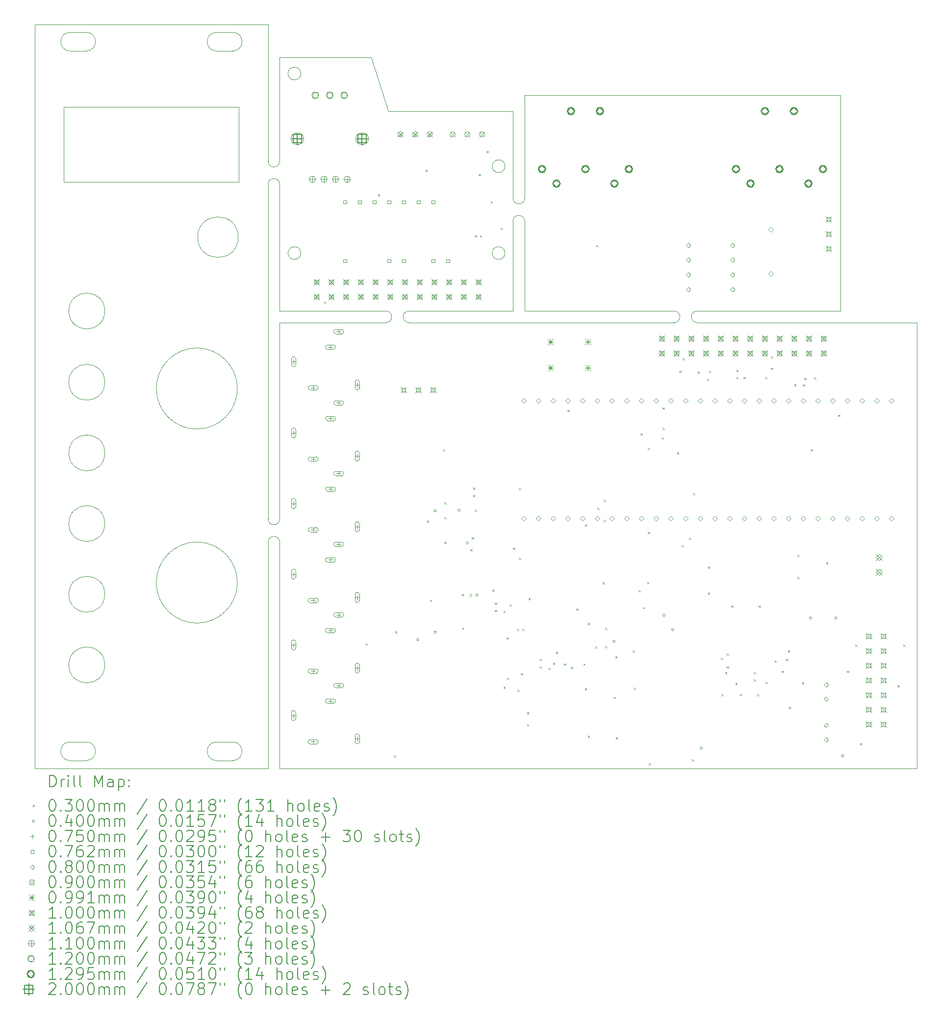
<source format=gbr>
%TF.GenerationSoftware,KiCad,Pcbnew,9.0.0*%
%TF.CreationDate,2025-03-14T23:23:06+09:00*%
%TF.ProjectId,cv-depot,63762d64-6570-46f7-942e-6b696361645f,rev?*%
%TF.SameCoordinates,Original*%
%TF.FileFunction,Drillmap*%
%TF.FilePolarity,Positive*%
%FSLAX45Y45*%
G04 Gerber Fmt 4.5, Leading zero omitted, Abs format (unit mm)*
G04 Created by KiCad (PCBNEW 9.0.0) date 2025-03-14 23:23:06*
%MOMM*%
%LPD*%
G01*
G04 APERTURE LIST*
%ADD10C,0.050000*%
%ADD11C,0.200000*%
%ADD12C,0.100000*%
%ADD13C,0.106680*%
%ADD14C,0.110000*%
%ADD15C,0.120000*%
%ADD16C,0.129540*%
G04 APERTURE END LIST*
D10*
X4675000Y-15160000D02*
G75*
G02*
X4675000Y-14840000I0J160000D01*
G01*
X2425000Y-2590000D02*
G75*
G02*
X2425000Y-2910000I0J-160000D01*
G01*
X9655000Y-4900000D02*
G75*
G02*
X9435000Y-4900000I-110000J0D01*
G01*
X9435000Y-4900000D02*
G75*
G02*
X9655000Y-4900000I110000J0D01*
G01*
X9795000Y-3950000D02*
X7645000Y-3950000D01*
X4675000Y-15160000D02*
X4955000Y-15160000D01*
X5565000Y-11391000D02*
G75*
G02*
X5765000Y-11391000I100000J0D01*
G01*
X9995000Y-5449995D02*
G75*
G02*
X9795000Y-5449995I-100000J0D01*
G01*
X2145000Y-15160000D02*
G75*
G02*
X2145000Y-14840000I0J160000D01*
G01*
X8000000Y-7600000D02*
G75*
G02*
X8000000Y-7400000I0J100000D01*
G01*
X5565000Y-5214000D02*
G75*
G02*
X5765019Y-5214000I100010J0D01*
G01*
X5765000Y-15300000D02*
X16765000Y-15300000D01*
X9995000Y-5449995D02*
X9995000Y-3675000D01*
X5765000Y-15300000D02*
X5765000Y-11391000D01*
X5765000Y-7400000D02*
X7600000Y-7400000D01*
X2145000Y-2910000D02*
G75*
G02*
X2145000Y-2590000I0J160000D01*
G01*
X5765000Y-10991000D02*
X5765000Y-7600000D01*
X1535000Y-2450000D02*
X5565000Y-2450000D01*
X4675000Y-2910000D02*
G75*
G02*
X4675000Y-2590000I0J160000D01*
G01*
X15445000Y-7400000D02*
X12975000Y-7400000D01*
X9795000Y-7400000D02*
X8000000Y-7400000D01*
X2145000Y-2910000D02*
X2425000Y-2910000D01*
X4675000Y-2910000D02*
X4955000Y-2910000D01*
X5765000Y-3025000D02*
X5765000Y-4813500D01*
X6130000Y-3300000D02*
G75*
G02*
X5910000Y-3300000I-110000J0D01*
G01*
X5910000Y-3300000D02*
G75*
G02*
X6130000Y-3300000I110000J0D01*
G01*
X7345000Y-3025000D02*
X5765000Y-3025000D01*
X5765000Y-4813500D02*
G75*
G02*
X5565000Y-4813500I-100000J0D01*
G01*
X8000000Y-7600000D02*
X12575000Y-7600000D01*
X7600000Y-7400000D02*
G75*
G02*
X7600000Y-7600000I0J-100000D01*
G01*
X5765000Y-10991000D02*
G75*
G02*
X5565000Y-10991000I-100000J0D01*
G01*
X5765000Y-7600000D02*
X7600000Y-7600000D01*
X2145000Y-15160000D02*
X2425000Y-15160000D01*
X15445000Y-7400000D02*
X15445000Y-3675000D01*
X9795000Y-5850000D02*
G75*
G02*
X9995000Y-5850000I100000J0D01*
G01*
X15445000Y-3675000D02*
X9995000Y-3675000D01*
X4955000Y-2590000D02*
G75*
G02*
X4955000Y-2910000I0J-160000D01*
G01*
X7645000Y-3950000D02*
X7345000Y-3025000D01*
X16765000Y-7600000D02*
X12975000Y-7600000D01*
X12575000Y-7400000D02*
G75*
G02*
X12575000Y-7600000I0J-100000D01*
G01*
X2145000Y-14840000D02*
X2425000Y-14840000D01*
X9795000Y-7400000D02*
X9795000Y-5850000D01*
X2145000Y-2590000D02*
X2425000Y-2590000D01*
X1535000Y-15300000D02*
X1535000Y-2450000D01*
X12975000Y-7600000D02*
G75*
G02*
X12975000Y-7400000I0J100000D01*
G01*
X6130000Y-6400000D02*
G75*
G02*
X5910000Y-6400000I-110000J0D01*
G01*
X5910000Y-6400000D02*
G75*
G02*
X6130000Y-6400000I110000J0D01*
G01*
X5765019Y-5214000D02*
X5765000Y-7400000D01*
X4675000Y-14840000D02*
X4955000Y-14840000D01*
X9655000Y-6400000D02*
G75*
G02*
X9435000Y-6400000I-110000J0D01*
G01*
X9435000Y-6400000D02*
G75*
G02*
X9655000Y-6400000I110000J0D01*
G01*
X9995000Y-7400000D02*
X9995000Y-5850000D01*
X4675000Y-2590000D02*
X4955000Y-2590000D01*
X16765000Y-15300000D02*
X16765000Y-7600000D01*
X5565000Y-2450000D02*
X5565000Y-4813500D01*
X2425000Y-14840000D02*
G75*
G02*
X2425000Y-15160000I0J-160000D01*
G01*
X4955000Y-14840000D02*
G75*
G02*
X4955000Y-15160000I0J-160000D01*
G01*
X9995000Y-7400000D02*
X12575000Y-7400000D01*
X5565000Y-15300000D02*
X1535000Y-15300000D01*
X5565000Y-15300000D02*
X5565000Y-11391000D01*
X5565000Y-10991000D02*
X5565000Y-5214000D01*
X9795000Y-3950000D02*
X9795000Y-5449995D01*
X2745237Y-13510000D02*
G75*
G02*
X2125237Y-13510000I-310000J0D01*
G01*
X2125237Y-13510000D02*
G75*
G02*
X2745237Y-13510000I310000J0D01*
G01*
X5035200Y-8738050D02*
G75*
G02*
X3635200Y-8738050I-700000J0D01*
G01*
X3635200Y-8738050D02*
G75*
G02*
X5035200Y-8738050I700000J0D01*
G01*
X2038000Y-5175000D02*
X5060000Y-5175000D01*
X5060000Y-3875000D01*
X2038000Y-3875000D01*
X2038000Y-5175000D01*
X2745237Y-11070000D02*
G75*
G02*
X2125237Y-11070000I-310000J0D01*
G01*
X2125237Y-11070000D02*
G75*
G02*
X2745237Y-11070000I310000J0D01*
G01*
X2745237Y-8630000D02*
G75*
G02*
X2125237Y-8630000I-310000J0D01*
G01*
X2125237Y-8630000D02*
G75*
G02*
X2745237Y-8630000I310000J0D01*
G01*
X2745237Y-7400000D02*
G75*
G02*
X2125237Y-7400000I-310000J0D01*
G01*
X2125237Y-7400000D02*
G75*
G02*
X2745237Y-7400000I310000J0D01*
G01*
X2745237Y-12290000D02*
G75*
G02*
X2125237Y-12290000I-310000J0D01*
G01*
X2125237Y-12290000D02*
G75*
G02*
X2745237Y-12290000I310000J0D01*
G01*
X5050000Y-6125000D02*
G75*
G02*
X4350000Y-6125000I-350000J0D01*
G01*
X4350000Y-6125000D02*
G75*
G02*
X5050000Y-6125000I350000J0D01*
G01*
X2745237Y-9850000D02*
G75*
G02*
X2125237Y-9850000I-310000J0D01*
G01*
X2125237Y-9850000D02*
G75*
G02*
X2745237Y-9850000I310000J0D01*
G01*
X5035200Y-12088050D02*
G75*
G02*
X3635200Y-12088050I-700000J0D01*
G01*
X3635200Y-12088050D02*
G75*
G02*
X5035200Y-12088050I700000J0D01*
G01*
D11*
D12*
X6530000Y-7235000D02*
X6560000Y-7265000D01*
X6560000Y-7235000D02*
X6530000Y-7265000D01*
X7250000Y-13135000D02*
X7280000Y-13165000D01*
X7280000Y-13135000D02*
X7250000Y-13165000D01*
X7460000Y-5385000D02*
X7490000Y-5415000D01*
X7490000Y-5385000D02*
X7460000Y-5415000D01*
X7735000Y-15070000D02*
X7765000Y-15100000D01*
X7765000Y-15070000D02*
X7735000Y-15100000D01*
X7760000Y-12929000D02*
X7790000Y-12959000D01*
X7790000Y-12929000D02*
X7760000Y-12959000D01*
X8285000Y-4960000D02*
X8315000Y-4990000D01*
X8315000Y-4960000D02*
X8285000Y-4990000D01*
X8310000Y-11016000D02*
X8340000Y-11046000D01*
X8340000Y-11016000D02*
X8310000Y-11046000D01*
X8360000Y-12385000D02*
X8390000Y-12415000D01*
X8390000Y-12385000D02*
X8360000Y-12415000D01*
X8585000Y-9787500D02*
X8615000Y-9817500D01*
X8615000Y-9787500D02*
X8585000Y-9817500D01*
X8610000Y-10702000D02*
X8640000Y-10732000D01*
X8640000Y-10702000D02*
X8610000Y-10732000D01*
X8610000Y-10956000D02*
X8640000Y-10986000D01*
X8640000Y-10956000D02*
X8610000Y-10986000D01*
X8610000Y-11385000D02*
X8640000Y-11415000D01*
X8640000Y-11385000D02*
X8610000Y-11415000D01*
X8910000Y-12285000D02*
X8940000Y-12315000D01*
X8940000Y-12285000D02*
X8910000Y-12315000D01*
X8917500Y-12867500D02*
X8947500Y-12897500D01*
X8947500Y-12867500D02*
X8917500Y-12897500D01*
X9060000Y-11510000D02*
X9090000Y-11540000D01*
X9090000Y-11510000D02*
X9060000Y-11540000D01*
X9083351Y-11308351D02*
X9113351Y-11338351D01*
X9113351Y-11308351D02*
X9083351Y-11338351D01*
X9105000Y-10448000D02*
X9135000Y-10478000D01*
X9135000Y-10448000D02*
X9105000Y-10478000D01*
X9105000Y-10575000D02*
X9135000Y-10605000D01*
X9135000Y-10575000D02*
X9105000Y-10605000D01*
X9133167Y-6093623D02*
X9163167Y-6123623D01*
X9163167Y-6093623D02*
X9133167Y-6123623D01*
X9135000Y-10829000D02*
X9165000Y-10859000D01*
X9165000Y-10829000D02*
X9135000Y-10859000D01*
X9200000Y-5035000D02*
X9230000Y-5065000D01*
X9230000Y-5035000D02*
X9200000Y-5065000D01*
X9223243Y-6092500D02*
X9253243Y-6122500D01*
X9253243Y-6092500D02*
X9223243Y-6122500D01*
X9335000Y-4635000D02*
X9365000Y-4665000D01*
X9365000Y-4635000D02*
X9335000Y-4665000D01*
X9410000Y-5510000D02*
X9440000Y-5540000D01*
X9440000Y-5510000D02*
X9410000Y-5540000D01*
X9436039Y-12208961D02*
X9466039Y-12238961D01*
X9466039Y-12208961D02*
X9436039Y-12238961D01*
X9480000Y-12435000D02*
X9510000Y-12465000D01*
X9510000Y-12435000D02*
X9480000Y-12465000D01*
X9480000Y-12562000D02*
X9510000Y-12592000D01*
X9510000Y-12562000D02*
X9480000Y-12592000D01*
X9585000Y-5960000D02*
X9615000Y-5990000D01*
X9615000Y-5960000D02*
X9585000Y-5990000D01*
X9629916Y-12579926D02*
X9659916Y-12609926D01*
X9659916Y-12579926D02*
X9629916Y-12609926D01*
X9630000Y-13885000D02*
X9660000Y-13915000D01*
X9660000Y-13885000D02*
X9630000Y-13915000D01*
X9685000Y-13035000D02*
X9715000Y-13065000D01*
X9715000Y-13035000D02*
X9685000Y-13065000D01*
X9690000Y-13730408D02*
X9720000Y-13760408D01*
X9720000Y-13730408D02*
X9690000Y-13760408D01*
X9735000Y-12462500D02*
X9765000Y-12492500D01*
X9765000Y-12462500D02*
X9735000Y-12492500D01*
X9794000Y-11485000D02*
X9824000Y-11515000D01*
X9824000Y-11485000D02*
X9794000Y-11515000D01*
X9860000Y-12885000D02*
X9890000Y-12915000D01*
X9890000Y-12885000D02*
X9860000Y-12915000D01*
X9872500Y-13935000D02*
X9902500Y-13965000D01*
X9902500Y-13935000D02*
X9872500Y-13965000D01*
X9895000Y-10459026D02*
X9925000Y-10489026D01*
X9925000Y-10459026D02*
X9895000Y-10489026D01*
X9895000Y-11660000D02*
X9925000Y-11690000D01*
X9925000Y-11660000D02*
X9895000Y-11690000D01*
X9930074Y-13655073D02*
X9960074Y-13685073D01*
X9960074Y-13655073D02*
X9930074Y-13685073D01*
X9955000Y-12885000D02*
X9985000Y-12915000D01*
X9985000Y-12885000D02*
X9955000Y-12915000D01*
X10035000Y-14327500D02*
X10065000Y-14357500D01*
X10065000Y-14327500D02*
X10035000Y-14357500D01*
X10035000Y-14535000D02*
X10065000Y-14565000D01*
X10065000Y-14535000D02*
X10035000Y-14565000D01*
X10060000Y-12355000D02*
X10090000Y-12385000D01*
X10090000Y-12355000D02*
X10060000Y-12385000D01*
X10255000Y-13408000D02*
X10285000Y-13438000D01*
X10285000Y-13408000D02*
X10255000Y-13438000D01*
X10255000Y-13535000D02*
X10285000Y-13565000D01*
X10285000Y-13535000D02*
X10255000Y-13565000D01*
X10410000Y-13560000D02*
X10440000Y-13590000D01*
X10440000Y-13560000D02*
X10410000Y-13590000D01*
X10485000Y-13472500D02*
X10515000Y-13502500D01*
X10515000Y-13472500D02*
X10485000Y-13502500D01*
X10535000Y-13285000D02*
X10565000Y-13315000D01*
X10565000Y-13285000D02*
X10535000Y-13315000D01*
X10675000Y-13485000D02*
X10705000Y-13515000D01*
X10705000Y-13485000D02*
X10675000Y-13515000D01*
X10732951Y-9105000D02*
X10762951Y-9135000D01*
X10762951Y-9105000D02*
X10732951Y-9135000D01*
X10795000Y-13545000D02*
X10825000Y-13575000D01*
X10825000Y-13545000D02*
X10795000Y-13575000D01*
X10885000Y-12535000D02*
X10915000Y-12565000D01*
X10915000Y-12535000D02*
X10885000Y-12565000D01*
X11010000Y-13485000D02*
X11040000Y-13515000D01*
X11040000Y-13485000D02*
X11010000Y-13515000D01*
X11035000Y-11085000D02*
X11065000Y-11115000D01*
X11065000Y-11085000D02*
X11035000Y-11115000D01*
X11035000Y-13910000D02*
X11065000Y-13940000D01*
X11065000Y-13910000D02*
X11035000Y-13940000D01*
X11084597Y-14734579D02*
X11114597Y-14764579D01*
X11114597Y-14734579D02*
X11084597Y-14764579D01*
X11085000Y-12785000D02*
X11115000Y-12815000D01*
X11115000Y-12785000D02*
X11085000Y-12815000D01*
X11215000Y-13191000D02*
X11245000Y-13221000D01*
X11245000Y-13191000D02*
X11215000Y-13221000D01*
X11230000Y-6260000D02*
X11260000Y-6290000D01*
X11260000Y-6260000D02*
X11230000Y-6290000D01*
X11248436Y-10795000D02*
X11278436Y-10825000D01*
X11278436Y-10795000D02*
X11248436Y-10825000D01*
X11337942Y-12085000D02*
X11367942Y-12115000D01*
X11367942Y-12085000D02*
X11337942Y-12115000D01*
X11360000Y-10660000D02*
X11390000Y-10690000D01*
X11390000Y-10660000D02*
X11360000Y-10690000D01*
X11361926Y-11008074D02*
X11391926Y-11038074D01*
X11391926Y-11008074D02*
X11361926Y-11038074D01*
X11385000Y-12870000D02*
X11415000Y-12900000D01*
X11415000Y-12870000D02*
X11385000Y-12900000D01*
X11385000Y-13185000D02*
X11415000Y-13215000D01*
X11415000Y-13185000D02*
X11385000Y-13215000D01*
X11535000Y-14060000D02*
X11565000Y-14090000D01*
X11565000Y-14060000D02*
X11535000Y-14090000D01*
X11560000Y-13360000D02*
X11590000Y-13390000D01*
X11590000Y-13360000D02*
X11560000Y-13390000D01*
X11570000Y-14760000D02*
X11600000Y-14790000D01*
X11600000Y-14760000D02*
X11570000Y-14790000D01*
X11860000Y-13260000D02*
X11890000Y-13290000D01*
X11890000Y-13260000D02*
X11860000Y-13290000D01*
X11879000Y-13904000D02*
X11909000Y-13934000D01*
X11909000Y-13904000D02*
X11879000Y-13934000D01*
X11963603Y-12216250D02*
X11993603Y-12246250D01*
X11993603Y-12216250D02*
X11963603Y-12246250D01*
X11996355Y-9511355D02*
X12026355Y-9541355D01*
X12026355Y-9511355D02*
X11996355Y-9541355D01*
X12035000Y-12510000D02*
X12065000Y-12540000D01*
X12065000Y-12510000D02*
X12035000Y-12540000D01*
X12110349Y-12078750D02*
X12140349Y-12108750D01*
X12140349Y-12078750D02*
X12110349Y-12108750D01*
X12125000Y-9765000D02*
X12155000Y-9795000D01*
X12155000Y-9765000D02*
X12125000Y-9795000D01*
X12125000Y-11215000D02*
X12155000Y-11245000D01*
X12155000Y-11215000D02*
X12125000Y-11245000D01*
X12138538Y-15205000D02*
X12168538Y-15235000D01*
X12168538Y-15205000D02*
X12138538Y-15235000D01*
X12362858Y-9582142D02*
X12392858Y-9612142D01*
X12392858Y-9582142D02*
X12362858Y-9612142D01*
X12375000Y-9065000D02*
X12405000Y-9095000D01*
X12405000Y-9065000D02*
X12375000Y-9095000D01*
X12375000Y-9415000D02*
X12405000Y-9445000D01*
X12405000Y-9415000D02*
X12375000Y-9445000D01*
X12625000Y-9840000D02*
X12655000Y-9870000D01*
X12655000Y-9840000D02*
X12625000Y-9870000D01*
X12665000Y-8430000D02*
X12695000Y-8460000D01*
X12695000Y-8430000D02*
X12665000Y-8460000D01*
X12705073Y-11439926D02*
X12735073Y-11469926D01*
X12735073Y-11439926D02*
X12705073Y-11469926D01*
X12725000Y-8215000D02*
X12755000Y-8245000D01*
X12755000Y-8215000D02*
X12725000Y-8245000D01*
X12835000Y-11310000D02*
X12865000Y-11340000D01*
X12865000Y-11310000D02*
X12835000Y-11340000D01*
X12885000Y-15140000D02*
X12915000Y-15170000D01*
X12915000Y-15140000D02*
X12885000Y-15170000D01*
X12900000Y-10540000D02*
X12930000Y-10570000D01*
X12930000Y-10540000D02*
X12900000Y-10570000D01*
X12980426Y-8440000D02*
X13010426Y-8470000D01*
X13010426Y-8440000D02*
X12980426Y-8470000D01*
X13145073Y-8569927D02*
X13175073Y-8599927D01*
X13175073Y-8569927D02*
X13145073Y-8599927D01*
X13160000Y-11810000D02*
X13190000Y-11840000D01*
X13190000Y-11810000D02*
X13160000Y-11840000D01*
X13160000Y-12260000D02*
X13190000Y-12290000D01*
X13190000Y-12260000D02*
X13160000Y-12290000D01*
X13179926Y-8435074D02*
X13209926Y-8465074D01*
X13209926Y-8435074D02*
X13179926Y-8465074D01*
X13385000Y-13385000D02*
X13415000Y-13415000D01*
X13415000Y-13385000D02*
X13385000Y-13415000D01*
X13392500Y-14015000D02*
X13422500Y-14045000D01*
X13422500Y-14015000D02*
X13392500Y-14045000D01*
X13455000Y-13632000D02*
X13485000Y-13662000D01*
X13485000Y-13632000D02*
X13455000Y-13662000D01*
X13485000Y-13310000D02*
X13515000Y-13340000D01*
X13515000Y-13310000D02*
X13485000Y-13340000D01*
X13485000Y-13535000D02*
X13515000Y-13565000D01*
X13515000Y-13535000D02*
X13485000Y-13565000D01*
X13560000Y-12485000D02*
X13590000Y-12515000D01*
X13590000Y-12485000D02*
X13560000Y-12515000D01*
X13635000Y-13817500D02*
X13665000Y-13847500D01*
X13665000Y-13817500D02*
X13635000Y-13847500D01*
X13650000Y-8415000D02*
X13680000Y-8445000D01*
X13680000Y-8415000D02*
X13650000Y-8445000D01*
X13650000Y-8540000D02*
X13680000Y-8570000D01*
X13680000Y-8540000D02*
X13650000Y-8570000D01*
X13710000Y-14010000D02*
X13740000Y-14040000D01*
X13740000Y-14010000D02*
X13710000Y-14040000D01*
X13775000Y-8540000D02*
X13805000Y-8570000D01*
X13805000Y-8540000D02*
X13775000Y-8570000D01*
X13950000Y-13632000D02*
X13980000Y-13662000D01*
X13980000Y-13632000D02*
X13950000Y-13662000D01*
X13950000Y-13759000D02*
X13980000Y-13789000D01*
X13980000Y-13759000D02*
X13950000Y-13789000D01*
X14010000Y-14015000D02*
X14040000Y-14045000D01*
X14040000Y-14015000D02*
X14010000Y-14045000D01*
X14035000Y-12485000D02*
X14065000Y-12515000D01*
X14065000Y-12485000D02*
X14035000Y-12515000D01*
X14150000Y-8540000D02*
X14180000Y-8570000D01*
X14180000Y-8540000D02*
X14150000Y-8570000D01*
X14156712Y-13803722D02*
X14186712Y-13833722D01*
X14186712Y-13803722D02*
X14156712Y-13833722D01*
X14250000Y-8180000D02*
X14280000Y-8210000D01*
X14280000Y-8180000D02*
X14250000Y-8210000D01*
X14250000Y-8380000D02*
X14280000Y-8410000D01*
X14280000Y-8380000D02*
X14250000Y-8410000D01*
X14310000Y-13435000D02*
X14340000Y-13465000D01*
X14340000Y-13435000D02*
X14310000Y-13465000D01*
X14435000Y-13610000D02*
X14465000Y-13640000D01*
X14465000Y-13610000D02*
X14435000Y-13640000D01*
X14511841Y-13408159D02*
X14541841Y-13438159D01*
X14541841Y-13408159D02*
X14511841Y-13438159D01*
X14538477Y-13261698D02*
X14568477Y-13291698D01*
X14568477Y-13261698D02*
X14538477Y-13291698D01*
X14557500Y-14232500D02*
X14587500Y-14262500D01*
X14587500Y-14232500D02*
X14557500Y-14262500D01*
X14650000Y-8660000D02*
X14680000Y-8690000D01*
X14680000Y-8660000D02*
X14650000Y-8690000D01*
X14705000Y-11609000D02*
X14735000Y-11639000D01*
X14735000Y-11609000D02*
X14705000Y-11639000D01*
X14705000Y-11990000D02*
X14735000Y-12020000D01*
X14735000Y-11990000D02*
X14705000Y-12020000D01*
X14785000Y-13810000D02*
X14815000Y-13840000D01*
X14815000Y-13810000D02*
X14785000Y-13840000D01*
X14800000Y-8665000D02*
X14830000Y-8695000D01*
X14830000Y-8665000D02*
X14800000Y-8695000D01*
X14825000Y-8555000D02*
X14855000Y-8585000D01*
X14855000Y-8555000D02*
X14825000Y-8585000D01*
X14935000Y-9785000D02*
X14965000Y-9815000D01*
X14965000Y-9785000D02*
X14935000Y-9815000D01*
X14994926Y-8545074D02*
X15024926Y-8575074D01*
X15024926Y-8545074D02*
X14994926Y-8575074D01*
X15200000Y-11736000D02*
X15230000Y-11766000D01*
X15230000Y-11736000D02*
X15200000Y-11766000D01*
X15408000Y-9190000D02*
X15438000Y-9220000D01*
X15438000Y-9190000D02*
X15408000Y-9220000D01*
X15560000Y-13610000D02*
X15590000Y-13640000D01*
X15590000Y-13610000D02*
X15560000Y-13640000D01*
X15706000Y-13160000D02*
X15736000Y-13190000D01*
X15736000Y-13160000D02*
X15706000Y-13190000D01*
X15785000Y-14860000D02*
X15815000Y-14890000D01*
X15815000Y-14860000D02*
X15785000Y-14890000D01*
X16435000Y-13860000D02*
X16465000Y-13890000D01*
X16465000Y-13860000D02*
X16435000Y-13890000D01*
X16535000Y-13160000D02*
X16565000Y-13190000D01*
X16565000Y-13160000D02*
X16535000Y-13190000D01*
X8170000Y-13075000D02*
G75*
G02*
X8130000Y-13075000I-20000J0D01*
G01*
X8130000Y-13075000D02*
G75*
G02*
X8170000Y-13075000I20000J0D01*
G01*
X8470000Y-10850000D02*
G75*
G02*
X8430000Y-10850000I-20000J0D01*
G01*
X8430000Y-10850000D02*
G75*
G02*
X8470000Y-10850000I20000J0D01*
G01*
X8470000Y-12946250D02*
G75*
G02*
X8430000Y-12946250I-20000J0D01*
G01*
X8430000Y-12946250D02*
G75*
G02*
X8470000Y-12946250I20000J0D01*
G01*
X8882000Y-10838000D02*
G75*
G02*
X8842000Y-10838000I-20000J0D01*
G01*
X8842000Y-10838000D02*
G75*
G02*
X8882000Y-10838000I20000J0D01*
G01*
X9025000Y-11402560D02*
G75*
G02*
X8985000Y-11402560I-20000J0D01*
G01*
X8985000Y-11402560D02*
G75*
G02*
X9025000Y-11402560I20000J0D01*
G01*
X9085683Y-12309317D02*
G75*
G02*
X9045683Y-12309317I-20000J0D01*
G01*
X9045683Y-12309317D02*
G75*
G02*
X9085683Y-12309317I20000J0D01*
G01*
X9192252Y-12302748D02*
G75*
G02*
X9152252Y-12302748I-20000J0D01*
G01*
X9152252Y-12302748D02*
G75*
G02*
X9192252Y-12302748I20000J0D01*
G01*
X11560000Y-13100000D02*
G75*
G02*
X11520000Y-13100000I-20000J0D01*
G01*
X11520000Y-13100000D02*
G75*
G02*
X11560000Y-13100000I20000J0D01*
G01*
X12420000Y-12650000D02*
G75*
G02*
X12380000Y-12650000I-20000J0D01*
G01*
X12380000Y-12650000D02*
G75*
G02*
X12420000Y-12650000I20000J0D01*
G01*
X12570000Y-12900000D02*
G75*
G02*
X12530000Y-12900000I-20000J0D01*
G01*
X12530000Y-12900000D02*
G75*
G02*
X12570000Y-12900000I20000J0D01*
G01*
X13065000Y-14945000D02*
G75*
G02*
X13025000Y-14945000I-20000J0D01*
G01*
X13025000Y-14945000D02*
G75*
G02*
X13065000Y-14945000I20000J0D01*
G01*
X14950000Y-12700000D02*
G75*
G02*
X14910000Y-12700000I-20000J0D01*
G01*
X14910000Y-12700000D02*
G75*
G02*
X14950000Y-12700000I20000J0D01*
G01*
X15390000Y-12700000D02*
G75*
G02*
X15350000Y-12700000I-20000J0D01*
G01*
X15350000Y-12700000D02*
G75*
G02*
X15390000Y-12700000I20000J0D01*
G01*
X15507469Y-15077469D02*
G75*
G02*
X15467469Y-15077469I-20000J0D01*
G01*
X15467469Y-15077469D02*
G75*
G02*
X15507469Y-15077469I20000J0D01*
G01*
X6005000Y-8237500D02*
X6005000Y-8312500D01*
X5967500Y-8275000D02*
X6042500Y-8275000D01*
X6042500Y-8325000D02*
X6042500Y-8225000D01*
X5967500Y-8225000D02*
G75*
G02*
X6042500Y-8225000I37500J0D01*
G01*
X5967500Y-8225000D02*
X5967500Y-8325000D01*
X5967500Y-8325000D02*
G75*
G03*
X6042500Y-8325000I37500J0D01*
G01*
X6005000Y-9467500D02*
X6005000Y-9542500D01*
X5967500Y-9505000D02*
X6042500Y-9505000D01*
X6042500Y-9555000D02*
X6042500Y-9455000D01*
X5967500Y-9455000D02*
G75*
G02*
X6042500Y-9455000I37500J0D01*
G01*
X5967500Y-9455000D02*
X5967500Y-9555000D01*
X5967500Y-9555000D02*
G75*
G03*
X6042500Y-9555000I37500J0D01*
G01*
X6005000Y-10687500D02*
X6005000Y-10762500D01*
X5967500Y-10725000D02*
X6042500Y-10725000D01*
X6042500Y-10775000D02*
X6042500Y-10675000D01*
X5967500Y-10675000D02*
G75*
G02*
X6042500Y-10675000I37500J0D01*
G01*
X5967500Y-10675000D02*
X5967500Y-10775000D01*
X5967500Y-10775000D02*
G75*
G03*
X6042500Y-10775000I37500J0D01*
G01*
X6005000Y-11907500D02*
X6005000Y-11982500D01*
X5967500Y-11945000D02*
X6042500Y-11945000D01*
X6042500Y-11995000D02*
X6042500Y-11895000D01*
X5967500Y-11895000D02*
G75*
G02*
X6042500Y-11895000I37500J0D01*
G01*
X5967500Y-11895000D02*
X5967500Y-11995000D01*
X5967500Y-11995000D02*
G75*
G03*
X6042500Y-11995000I37500J0D01*
G01*
X6005000Y-13127500D02*
X6005000Y-13202500D01*
X5967500Y-13165000D02*
X6042500Y-13165000D01*
X6042500Y-13215000D02*
X6042500Y-13115000D01*
X5967500Y-13115000D02*
G75*
G02*
X6042500Y-13115000I37500J0D01*
G01*
X5967500Y-13115000D02*
X5967500Y-13215000D01*
X5967500Y-13215000D02*
G75*
G03*
X6042500Y-13215000I37500J0D01*
G01*
X6005000Y-14347500D02*
X6005000Y-14422500D01*
X5967500Y-14385000D02*
X6042500Y-14385000D01*
X6042500Y-14435000D02*
X6042500Y-14335000D01*
X5967500Y-14335000D02*
G75*
G02*
X6042500Y-14335000I37500J0D01*
G01*
X5967500Y-14335000D02*
X5967500Y-14435000D01*
X5967500Y-14435000D02*
G75*
G03*
X6042500Y-14435000I37500J0D01*
G01*
X6345000Y-8688020D02*
X6345000Y-8763020D01*
X6307500Y-8725520D02*
X6382500Y-8725520D01*
X6295000Y-8763020D02*
X6395000Y-8763020D01*
X6395000Y-8688020D02*
G75*
G02*
X6395000Y-8763020I0J-37500D01*
G01*
X6395000Y-8688020D02*
X6295000Y-8688020D01*
X6295000Y-8688020D02*
G75*
G03*
X6295000Y-8763020I0J-37500D01*
G01*
X6345000Y-9918020D02*
X6345000Y-9993020D01*
X6307500Y-9955520D02*
X6382500Y-9955520D01*
X6295000Y-9993020D02*
X6395000Y-9993020D01*
X6395000Y-9918020D02*
G75*
G02*
X6395000Y-9993020I0J-37500D01*
G01*
X6395000Y-9918020D02*
X6295000Y-9918020D01*
X6295000Y-9918020D02*
G75*
G03*
X6295000Y-9993020I0J-37500D01*
G01*
X6345000Y-11138020D02*
X6345000Y-11213020D01*
X6307500Y-11175520D02*
X6382500Y-11175520D01*
X6295000Y-11213020D02*
X6395000Y-11213020D01*
X6395000Y-11138020D02*
G75*
G02*
X6395000Y-11213020I0J-37500D01*
G01*
X6395000Y-11138020D02*
X6295000Y-11138020D01*
X6295000Y-11138020D02*
G75*
G03*
X6295000Y-11213020I0J-37500D01*
G01*
X6345000Y-12358020D02*
X6345000Y-12433020D01*
X6307500Y-12395520D02*
X6382500Y-12395520D01*
X6295000Y-12433020D02*
X6395000Y-12433020D01*
X6395000Y-12358020D02*
G75*
G02*
X6395000Y-12433020I0J-37500D01*
G01*
X6395000Y-12358020D02*
X6295000Y-12358020D01*
X6295000Y-12358020D02*
G75*
G03*
X6295000Y-12433020I0J-37500D01*
G01*
X6345000Y-13578020D02*
X6345000Y-13653020D01*
X6307500Y-13615520D02*
X6382500Y-13615520D01*
X6295000Y-13653020D02*
X6395000Y-13653020D01*
X6395000Y-13578020D02*
G75*
G02*
X6395000Y-13653020I0J-37500D01*
G01*
X6395000Y-13578020D02*
X6295000Y-13578020D01*
X6295000Y-13578020D02*
G75*
G03*
X6295000Y-13653020I0J-37500D01*
G01*
X6345000Y-14798020D02*
X6345000Y-14873020D01*
X6307500Y-14835520D02*
X6382500Y-14835520D01*
X6295000Y-14873020D02*
X6395000Y-14873020D01*
X6395000Y-14798020D02*
G75*
G02*
X6395000Y-14873020I0J-37500D01*
G01*
X6395000Y-14798020D02*
X6295000Y-14798020D01*
X6295000Y-14798020D02*
G75*
G03*
X6295000Y-14873020I0J-37500D01*
G01*
X6644300Y-7986980D02*
X6644300Y-8061980D01*
X6606800Y-8024480D02*
X6681800Y-8024480D01*
X6594300Y-8061980D02*
X6694300Y-8061980D01*
X6694300Y-7986980D02*
G75*
G02*
X6694300Y-8061980I0J-37500D01*
G01*
X6694300Y-7986980D02*
X6594300Y-7986980D01*
X6594300Y-7986980D02*
G75*
G03*
X6594300Y-8061980I0J-37500D01*
G01*
X6644300Y-9216980D02*
X6644300Y-9291980D01*
X6606800Y-9254480D02*
X6681800Y-9254480D01*
X6594300Y-9291980D02*
X6694300Y-9291980D01*
X6694300Y-9216980D02*
G75*
G02*
X6694300Y-9291980I0J-37500D01*
G01*
X6694300Y-9216980D02*
X6594300Y-9216980D01*
X6594300Y-9216980D02*
G75*
G03*
X6594300Y-9291980I0J-37500D01*
G01*
X6644300Y-10436980D02*
X6644300Y-10511980D01*
X6606800Y-10474480D02*
X6681800Y-10474480D01*
X6594300Y-10511980D02*
X6694300Y-10511980D01*
X6694300Y-10436980D02*
G75*
G02*
X6694300Y-10511980I0J-37500D01*
G01*
X6694300Y-10436980D02*
X6594300Y-10436980D01*
X6594300Y-10436980D02*
G75*
G03*
X6594300Y-10511980I0J-37500D01*
G01*
X6644300Y-11656980D02*
X6644300Y-11731980D01*
X6606800Y-11694480D02*
X6681800Y-11694480D01*
X6594300Y-11731980D02*
X6694300Y-11731980D01*
X6694300Y-11656980D02*
G75*
G02*
X6694300Y-11731980I0J-37500D01*
G01*
X6694300Y-11656980D02*
X6594300Y-11656980D01*
X6594300Y-11656980D02*
G75*
G03*
X6594300Y-11731980I0J-37500D01*
G01*
X6644300Y-12876980D02*
X6644300Y-12951980D01*
X6606800Y-12914480D02*
X6681800Y-12914480D01*
X6594300Y-12951980D02*
X6694300Y-12951980D01*
X6694300Y-12876980D02*
G75*
G02*
X6694300Y-12951980I0J-37500D01*
G01*
X6694300Y-12876980D02*
X6594300Y-12876980D01*
X6594300Y-12876980D02*
G75*
G03*
X6594300Y-12951980I0J-37500D01*
G01*
X6644300Y-14096980D02*
X6644300Y-14171980D01*
X6606800Y-14134480D02*
X6681800Y-14134480D01*
X6594300Y-14171980D02*
X6694300Y-14171980D01*
X6694300Y-14096980D02*
G75*
G02*
X6694300Y-14171980I0J-37500D01*
G01*
X6694300Y-14096980D02*
X6594300Y-14096980D01*
X6594300Y-14096980D02*
G75*
G03*
X6594300Y-14171980I0J-37500D01*
G01*
X6784300Y-7717480D02*
X6784300Y-7792480D01*
X6746800Y-7754980D02*
X6821800Y-7754980D01*
X6734300Y-7792480D02*
X6834300Y-7792480D01*
X6834300Y-7717480D02*
G75*
G02*
X6834300Y-7792480I0J-37500D01*
G01*
X6834300Y-7717480D02*
X6734300Y-7717480D01*
X6734300Y-7717480D02*
G75*
G03*
X6734300Y-7792480I0J-37500D01*
G01*
X6784300Y-8947480D02*
X6784300Y-9022480D01*
X6746800Y-8984980D02*
X6821800Y-8984980D01*
X6734300Y-9022480D02*
X6834300Y-9022480D01*
X6834300Y-8947480D02*
G75*
G02*
X6834300Y-9022480I0J-37500D01*
G01*
X6834300Y-8947480D02*
X6734300Y-8947480D01*
X6734300Y-8947480D02*
G75*
G03*
X6734300Y-9022480I0J-37500D01*
G01*
X6784300Y-10167480D02*
X6784300Y-10242480D01*
X6746800Y-10204980D02*
X6821800Y-10204980D01*
X6734300Y-10242480D02*
X6834300Y-10242480D01*
X6834300Y-10167480D02*
G75*
G02*
X6834300Y-10242480I0J-37500D01*
G01*
X6834300Y-10167480D02*
X6734300Y-10167480D01*
X6734300Y-10167480D02*
G75*
G03*
X6734300Y-10242480I0J-37500D01*
G01*
X6784300Y-11387480D02*
X6784300Y-11462480D01*
X6746800Y-11424980D02*
X6821800Y-11424980D01*
X6734300Y-11462480D02*
X6834300Y-11462480D01*
X6834300Y-11387480D02*
G75*
G02*
X6834300Y-11462480I0J-37500D01*
G01*
X6834300Y-11387480D02*
X6734300Y-11387480D01*
X6734300Y-11387480D02*
G75*
G03*
X6734300Y-11462480I0J-37500D01*
G01*
X6784300Y-12607480D02*
X6784300Y-12682480D01*
X6746800Y-12644980D02*
X6821800Y-12644980D01*
X6734300Y-12682480D02*
X6834300Y-12682480D01*
X6834300Y-12607480D02*
G75*
G02*
X6834300Y-12682480I0J-37500D01*
G01*
X6834300Y-12607480D02*
X6734300Y-12607480D01*
X6734300Y-12607480D02*
G75*
G03*
X6734300Y-12682480I0J-37500D01*
G01*
X6784300Y-13827480D02*
X6784300Y-13902480D01*
X6746800Y-13864980D02*
X6821800Y-13864980D01*
X6734300Y-13902480D02*
X6834300Y-13902480D01*
X6834300Y-13827480D02*
G75*
G02*
X6834300Y-13902480I0J-37500D01*
G01*
X6834300Y-13827480D02*
X6734300Y-13827480D01*
X6734300Y-13827480D02*
G75*
G03*
X6734300Y-13902480I0J-37500D01*
G01*
X7104300Y-8637520D02*
X7104300Y-8712520D01*
X7066800Y-8675020D02*
X7141800Y-8675020D01*
X7141800Y-8725020D02*
X7141800Y-8625020D01*
X7066800Y-8625020D02*
G75*
G02*
X7141800Y-8625020I37500J0D01*
G01*
X7066800Y-8625020D02*
X7066800Y-8725020D01*
X7066800Y-8725020D02*
G75*
G03*
X7141800Y-8725020I37500J0D01*
G01*
X7104300Y-9867520D02*
X7104300Y-9942520D01*
X7066800Y-9905020D02*
X7141800Y-9905020D01*
X7141800Y-9955020D02*
X7141800Y-9855020D01*
X7066800Y-9855020D02*
G75*
G02*
X7141800Y-9855020I37500J0D01*
G01*
X7066800Y-9855020D02*
X7066800Y-9955020D01*
X7066800Y-9955020D02*
G75*
G03*
X7141800Y-9955020I37500J0D01*
G01*
X7104300Y-11087520D02*
X7104300Y-11162520D01*
X7066800Y-11125020D02*
X7141800Y-11125020D01*
X7141800Y-11175020D02*
X7141800Y-11075020D01*
X7066800Y-11075020D02*
G75*
G02*
X7141800Y-11075020I37500J0D01*
G01*
X7066800Y-11075020D02*
X7066800Y-11175020D01*
X7066800Y-11175020D02*
G75*
G03*
X7141800Y-11175020I37500J0D01*
G01*
X7104300Y-12307520D02*
X7104300Y-12382520D01*
X7066800Y-12345020D02*
X7141800Y-12345020D01*
X7141800Y-12395020D02*
X7141800Y-12295020D01*
X7066800Y-12295020D02*
G75*
G02*
X7141800Y-12295020I37500J0D01*
G01*
X7066800Y-12295020D02*
X7066800Y-12395020D01*
X7066800Y-12395020D02*
G75*
G03*
X7141800Y-12395020I37500J0D01*
G01*
X7104300Y-13527520D02*
X7104300Y-13602520D01*
X7066800Y-13565020D02*
X7141800Y-13565020D01*
X7141800Y-13615020D02*
X7141800Y-13515020D01*
X7066800Y-13515020D02*
G75*
G02*
X7141800Y-13515020I37500J0D01*
G01*
X7066800Y-13515020D02*
X7066800Y-13615020D01*
X7066800Y-13615020D02*
G75*
G03*
X7141800Y-13615020I37500J0D01*
G01*
X7104300Y-14747520D02*
X7104300Y-14822520D01*
X7066800Y-14785020D02*
X7141800Y-14785020D01*
X7141800Y-14835020D02*
X7141800Y-14735020D01*
X7066800Y-14735020D02*
G75*
G02*
X7141800Y-14735020I37500J0D01*
G01*
X7066800Y-14735020D02*
X7066800Y-14835020D01*
X7066800Y-14835020D02*
G75*
G03*
X7141800Y-14835020I37500J0D01*
G01*
X6918941Y-5543941D02*
X6918941Y-5490059D01*
X6865059Y-5490059D01*
X6865059Y-5543941D01*
X6918941Y-5543941D01*
X6918941Y-6559941D02*
X6918941Y-6506059D01*
X6865059Y-6506059D01*
X6865059Y-6559941D01*
X6918941Y-6559941D01*
X7172941Y-5543941D02*
X7172941Y-5490059D01*
X7119059Y-5490059D01*
X7119059Y-5543941D01*
X7172941Y-5543941D01*
X7426941Y-5543941D02*
X7426941Y-5490059D01*
X7373059Y-5490059D01*
X7373059Y-5543941D01*
X7426941Y-5543941D01*
X7680941Y-5543941D02*
X7680941Y-5490059D01*
X7627059Y-5490059D01*
X7627059Y-5543941D01*
X7680941Y-5543941D01*
X7680941Y-6559941D02*
X7680941Y-6506059D01*
X7627059Y-6506059D01*
X7627059Y-6559941D01*
X7680941Y-6559941D01*
X7934941Y-5543941D02*
X7934941Y-5490059D01*
X7881059Y-5490059D01*
X7881059Y-5543941D01*
X7934941Y-5543941D01*
X7934941Y-6559941D02*
X7934941Y-6506059D01*
X7881059Y-6506059D01*
X7881059Y-6559941D01*
X7934941Y-6559941D01*
X8188941Y-5543941D02*
X8188941Y-5490059D01*
X8135059Y-5490059D01*
X8135059Y-5543941D01*
X8188941Y-5543941D01*
X8442941Y-5543941D02*
X8442941Y-5490059D01*
X8389059Y-5490059D01*
X8389059Y-5543941D01*
X8442941Y-5543941D01*
X8442941Y-6559941D02*
X8442941Y-6506059D01*
X8389059Y-6506059D01*
X8389059Y-6559941D01*
X8442941Y-6559941D01*
X8696941Y-6559941D02*
X8696941Y-6506059D01*
X8643059Y-6506059D01*
X8643059Y-6559941D01*
X8696941Y-6559941D01*
X9979000Y-8988000D02*
X10019000Y-8948000D01*
X9979000Y-8908000D01*
X9939000Y-8948000D01*
X9979000Y-8988000D01*
X9979000Y-11020000D02*
X10019000Y-10980000D01*
X9979000Y-10940000D01*
X9939000Y-10980000D01*
X9979000Y-11020000D01*
X10233000Y-8988000D02*
X10273000Y-8948000D01*
X10233000Y-8908000D01*
X10193000Y-8948000D01*
X10233000Y-8988000D01*
X10233000Y-11020000D02*
X10273000Y-10980000D01*
X10233000Y-10940000D01*
X10193000Y-10980000D01*
X10233000Y-11020000D01*
X10487000Y-8988000D02*
X10527000Y-8948000D01*
X10487000Y-8908000D01*
X10447000Y-8948000D01*
X10487000Y-8988000D01*
X10487000Y-11020000D02*
X10527000Y-10980000D01*
X10487000Y-10940000D01*
X10447000Y-10980000D01*
X10487000Y-11020000D01*
X10741000Y-8988000D02*
X10781000Y-8948000D01*
X10741000Y-8908000D01*
X10701000Y-8948000D01*
X10741000Y-8988000D01*
X10741000Y-11020000D02*
X10781000Y-10980000D01*
X10741000Y-10940000D01*
X10701000Y-10980000D01*
X10741000Y-11020000D01*
X10995000Y-8988000D02*
X11035000Y-8948000D01*
X10995000Y-8908000D01*
X10955000Y-8948000D01*
X10995000Y-8988000D01*
X10995000Y-11020000D02*
X11035000Y-10980000D01*
X10995000Y-10940000D01*
X10955000Y-10980000D01*
X10995000Y-11020000D01*
X11249000Y-8988000D02*
X11289000Y-8948000D01*
X11249000Y-8908000D01*
X11209000Y-8948000D01*
X11249000Y-8988000D01*
X11249000Y-11020000D02*
X11289000Y-10980000D01*
X11249000Y-10940000D01*
X11209000Y-10980000D01*
X11249000Y-11020000D01*
X11503000Y-8988000D02*
X11543000Y-8948000D01*
X11503000Y-8908000D01*
X11463000Y-8948000D01*
X11503000Y-8988000D01*
X11503000Y-11020000D02*
X11543000Y-10980000D01*
X11503000Y-10940000D01*
X11463000Y-10980000D01*
X11503000Y-11020000D01*
X11757000Y-8988000D02*
X11797000Y-8948000D01*
X11757000Y-8908000D01*
X11717000Y-8948000D01*
X11757000Y-8988000D01*
X11757000Y-11020000D02*
X11797000Y-10980000D01*
X11757000Y-10940000D01*
X11717000Y-10980000D01*
X11757000Y-11020000D01*
X12011000Y-8988000D02*
X12051000Y-8948000D01*
X12011000Y-8908000D01*
X11971000Y-8948000D01*
X12011000Y-8988000D01*
X12011000Y-11020000D02*
X12051000Y-10980000D01*
X12011000Y-10940000D01*
X11971000Y-10980000D01*
X12011000Y-11020000D01*
X12265000Y-8988000D02*
X12305000Y-8948000D01*
X12265000Y-8908000D01*
X12225000Y-8948000D01*
X12265000Y-8988000D01*
X12265000Y-11020000D02*
X12305000Y-10980000D01*
X12265000Y-10940000D01*
X12225000Y-10980000D01*
X12265000Y-11020000D01*
X12519000Y-8988000D02*
X12559000Y-8948000D01*
X12519000Y-8908000D01*
X12479000Y-8948000D01*
X12519000Y-8988000D01*
X12519000Y-11020000D02*
X12559000Y-10980000D01*
X12519000Y-10940000D01*
X12479000Y-10980000D01*
X12519000Y-11020000D01*
X12773000Y-8988000D02*
X12813000Y-8948000D01*
X12773000Y-8908000D01*
X12733000Y-8948000D01*
X12773000Y-8988000D01*
X12773000Y-11020000D02*
X12813000Y-10980000D01*
X12773000Y-10940000D01*
X12733000Y-10980000D01*
X12773000Y-11020000D01*
X12820000Y-6303000D02*
X12860000Y-6263000D01*
X12820000Y-6223000D01*
X12780000Y-6263000D01*
X12820000Y-6303000D01*
X12820000Y-6557000D02*
X12860000Y-6517000D01*
X12820000Y-6477000D01*
X12780000Y-6517000D01*
X12820000Y-6557000D01*
X12820000Y-6811000D02*
X12860000Y-6771000D01*
X12820000Y-6731000D01*
X12780000Y-6771000D01*
X12820000Y-6811000D01*
X12820000Y-7065000D02*
X12860000Y-7025000D01*
X12820000Y-6985000D01*
X12780000Y-7025000D01*
X12820000Y-7065000D01*
X13027000Y-8988000D02*
X13067000Y-8948000D01*
X13027000Y-8908000D01*
X12987000Y-8948000D01*
X13027000Y-8988000D01*
X13027000Y-11020000D02*
X13067000Y-10980000D01*
X13027000Y-10940000D01*
X12987000Y-10980000D01*
X13027000Y-11020000D01*
X13281000Y-8988000D02*
X13321000Y-8948000D01*
X13281000Y-8908000D01*
X13241000Y-8948000D01*
X13281000Y-8988000D01*
X13281000Y-11020000D02*
X13321000Y-10980000D01*
X13281000Y-10940000D01*
X13241000Y-10980000D01*
X13281000Y-11020000D01*
X13535000Y-8988000D02*
X13575000Y-8948000D01*
X13535000Y-8908000D01*
X13495000Y-8948000D01*
X13535000Y-8988000D01*
X13535000Y-11020000D02*
X13575000Y-10980000D01*
X13535000Y-10940000D01*
X13495000Y-10980000D01*
X13535000Y-11020000D01*
X13582000Y-6303000D02*
X13622000Y-6263000D01*
X13582000Y-6223000D01*
X13542000Y-6263000D01*
X13582000Y-6303000D01*
X13582000Y-6557000D02*
X13622000Y-6517000D01*
X13582000Y-6477000D01*
X13542000Y-6517000D01*
X13582000Y-6557000D01*
X13582000Y-6811000D02*
X13622000Y-6771000D01*
X13582000Y-6731000D01*
X13542000Y-6771000D01*
X13582000Y-6811000D01*
X13582000Y-7065000D02*
X13622000Y-7025000D01*
X13582000Y-6985000D01*
X13542000Y-7025000D01*
X13582000Y-7065000D01*
X13789000Y-8988000D02*
X13829000Y-8948000D01*
X13789000Y-8908000D01*
X13749000Y-8948000D01*
X13789000Y-8988000D01*
X13789000Y-11020000D02*
X13829000Y-10980000D01*
X13789000Y-10940000D01*
X13749000Y-10980000D01*
X13789000Y-11020000D01*
X14043000Y-8988000D02*
X14083000Y-8948000D01*
X14043000Y-8908000D01*
X14003000Y-8948000D01*
X14043000Y-8988000D01*
X14043000Y-11020000D02*
X14083000Y-10980000D01*
X14043000Y-10940000D01*
X14003000Y-10980000D01*
X14043000Y-11020000D01*
X14245000Y-6034000D02*
X14285000Y-5994000D01*
X14245000Y-5954000D01*
X14205000Y-5994000D01*
X14245000Y-6034000D01*
X14245000Y-6796000D02*
X14285000Y-6756000D01*
X14245000Y-6716000D01*
X14205000Y-6756000D01*
X14245000Y-6796000D01*
X14297000Y-8988000D02*
X14337000Y-8948000D01*
X14297000Y-8908000D01*
X14257000Y-8948000D01*
X14297000Y-8988000D01*
X14297000Y-11020000D02*
X14337000Y-10980000D01*
X14297000Y-10940000D01*
X14257000Y-10980000D01*
X14297000Y-11020000D01*
X14551000Y-8988000D02*
X14591000Y-8948000D01*
X14551000Y-8908000D01*
X14511000Y-8948000D01*
X14551000Y-8988000D01*
X14551000Y-11020000D02*
X14591000Y-10980000D01*
X14551000Y-10940000D01*
X14511000Y-10980000D01*
X14551000Y-11020000D01*
X14805000Y-8988000D02*
X14845000Y-8948000D01*
X14805000Y-8908000D01*
X14765000Y-8948000D01*
X14805000Y-8988000D01*
X14805000Y-11020000D02*
X14845000Y-10980000D01*
X14805000Y-10940000D01*
X14765000Y-10980000D01*
X14805000Y-11020000D01*
X15059000Y-8988000D02*
X15099000Y-8948000D01*
X15059000Y-8908000D01*
X15019000Y-8948000D01*
X15059000Y-8988000D01*
X15059000Y-11020000D02*
X15099000Y-10980000D01*
X15059000Y-10940000D01*
X15019000Y-10980000D01*
X15059000Y-11020000D01*
X15200000Y-13890000D02*
X15240000Y-13850000D01*
X15200000Y-13810000D01*
X15160000Y-13850000D01*
X15200000Y-13890000D01*
X15200000Y-14140000D02*
X15240000Y-14100000D01*
X15200000Y-14060000D01*
X15160000Y-14100000D01*
X15200000Y-14140000D01*
X15200000Y-14590000D02*
X15240000Y-14550000D01*
X15200000Y-14510000D01*
X15160000Y-14550000D01*
X15200000Y-14590000D01*
X15200000Y-14840000D02*
X15240000Y-14800000D01*
X15200000Y-14760000D01*
X15160000Y-14800000D01*
X15200000Y-14840000D01*
X15313000Y-8988000D02*
X15353000Y-8948000D01*
X15313000Y-8908000D01*
X15273000Y-8948000D01*
X15313000Y-8988000D01*
X15313000Y-11020000D02*
X15353000Y-10980000D01*
X15313000Y-10940000D01*
X15273000Y-10980000D01*
X15313000Y-11020000D01*
X15567000Y-8988000D02*
X15607000Y-8948000D01*
X15567000Y-8908000D01*
X15527000Y-8948000D01*
X15567000Y-8988000D01*
X15567000Y-11020000D02*
X15607000Y-10980000D01*
X15567000Y-10940000D01*
X15527000Y-10980000D01*
X15567000Y-11020000D01*
X15821000Y-8988000D02*
X15861000Y-8948000D01*
X15821000Y-8908000D01*
X15781000Y-8948000D01*
X15821000Y-8988000D01*
X15821000Y-11020000D02*
X15861000Y-10980000D01*
X15821000Y-10940000D01*
X15781000Y-10980000D01*
X15821000Y-11020000D01*
X16075000Y-8988000D02*
X16115000Y-8948000D01*
X16075000Y-8908000D01*
X16035000Y-8948000D01*
X16075000Y-8988000D01*
X16075000Y-11020000D02*
X16115000Y-10980000D01*
X16075000Y-10940000D01*
X16035000Y-10980000D01*
X16075000Y-11020000D01*
X16329000Y-8988000D02*
X16369000Y-8948000D01*
X16329000Y-8908000D01*
X16289000Y-8948000D01*
X16329000Y-8988000D01*
X16329000Y-11020000D02*
X16369000Y-10980000D01*
X16329000Y-10940000D01*
X16289000Y-10980000D01*
X16329000Y-11020000D01*
X7806000Y-4305000D02*
X7896000Y-4395000D01*
X7896000Y-4305000D02*
X7806000Y-4395000D01*
X7896000Y-4350000D02*
G75*
G02*
X7806000Y-4350000I-45000J0D01*
G01*
X7806000Y-4350000D02*
G75*
G02*
X7896000Y-4350000I45000J0D01*
G01*
X8060000Y-4305000D02*
X8150000Y-4395000D01*
X8150000Y-4305000D02*
X8060000Y-4395000D01*
X8150000Y-4350000D02*
G75*
G02*
X8060000Y-4350000I-45000J0D01*
G01*
X8060000Y-4350000D02*
G75*
G02*
X8150000Y-4350000I45000J0D01*
G01*
X8314000Y-4305000D02*
X8404000Y-4395000D01*
X8404000Y-4305000D02*
X8314000Y-4395000D01*
X8404000Y-4350000D02*
G75*
G02*
X8314000Y-4350000I-45000J0D01*
G01*
X8314000Y-4350000D02*
G75*
G02*
X8404000Y-4350000I45000J0D01*
G01*
X8706000Y-4305000D02*
X8796000Y-4395000D01*
X8796000Y-4305000D02*
X8706000Y-4395000D01*
X8796000Y-4350000D02*
G75*
G02*
X8706000Y-4350000I-45000J0D01*
G01*
X8706000Y-4350000D02*
G75*
G02*
X8796000Y-4350000I45000J0D01*
G01*
X8960000Y-4305000D02*
X9050000Y-4395000D01*
X9050000Y-4305000D02*
X8960000Y-4395000D01*
X9050000Y-4350000D02*
G75*
G02*
X8960000Y-4350000I-45000J0D01*
G01*
X8960000Y-4350000D02*
G75*
G02*
X9050000Y-4350000I45000J0D01*
G01*
X9214000Y-4305000D02*
X9304000Y-4395000D01*
X9304000Y-4305000D02*
X9214000Y-4395000D01*
X9304000Y-4350000D02*
G75*
G02*
X9214000Y-4350000I-45000J0D01*
G01*
X9214000Y-4350000D02*
G75*
G02*
X9304000Y-4350000I45000J0D01*
G01*
X10390470Y-7880470D02*
X10489530Y-7979530D01*
X10489530Y-7880470D02*
X10390470Y-7979530D01*
X10440000Y-7880470D02*
X10440000Y-7979530D01*
X10390470Y-7930000D02*
X10489530Y-7930000D01*
X10390470Y-8330470D02*
X10489530Y-8429530D01*
X10489530Y-8330470D02*
X10390470Y-8429530D01*
X10440000Y-8330470D02*
X10440000Y-8429530D01*
X10390470Y-8380000D02*
X10489530Y-8380000D01*
X11040470Y-7880470D02*
X11139530Y-7979530D01*
X11139530Y-7880470D02*
X11040470Y-7979530D01*
X11090000Y-7880470D02*
X11090000Y-7979530D01*
X11040470Y-7930000D02*
X11139530Y-7930000D01*
X11040470Y-8330470D02*
X11139530Y-8429530D01*
X11139530Y-8330470D02*
X11040470Y-8429530D01*
X11090000Y-8330470D02*
X11090000Y-8429530D01*
X11040470Y-8380000D02*
X11139530Y-8380000D01*
X6351000Y-6850000D02*
X6451000Y-6950000D01*
X6451000Y-6850000D02*
X6351000Y-6950000D01*
X6436356Y-6935356D02*
X6436356Y-6864644D01*
X6365644Y-6864644D01*
X6365644Y-6935356D01*
X6436356Y-6935356D01*
X6351000Y-7104000D02*
X6451000Y-7204000D01*
X6451000Y-7104000D02*
X6351000Y-7204000D01*
X6436356Y-7189356D02*
X6436356Y-7118644D01*
X6365644Y-7118644D01*
X6365644Y-7189356D01*
X6436356Y-7189356D01*
X6605000Y-6850000D02*
X6705000Y-6950000D01*
X6705000Y-6850000D02*
X6605000Y-6950000D01*
X6690356Y-6935356D02*
X6690356Y-6864644D01*
X6619644Y-6864644D01*
X6619644Y-6935356D01*
X6690356Y-6935356D01*
X6605000Y-7104000D02*
X6705000Y-7204000D01*
X6705000Y-7104000D02*
X6605000Y-7204000D01*
X6690356Y-7189356D02*
X6690356Y-7118644D01*
X6619644Y-7118644D01*
X6619644Y-7189356D01*
X6690356Y-7189356D01*
X6859000Y-6850000D02*
X6959000Y-6950000D01*
X6959000Y-6850000D02*
X6859000Y-6950000D01*
X6944356Y-6935356D02*
X6944356Y-6864644D01*
X6873644Y-6864644D01*
X6873644Y-6935356D01*
X6944356Y-6935356D01*
X6859000Y-7104000D02*
X6959000Y-7204000D01*
X6959000Y-7104000D02*
X6859000Y-7204000D01*
X6944356Y-7189356D02*
X6944356Y-7118644D01*
X6873644Y-7118644D01*
X6873644Y-7189356D01*
X6944356Y-7189356D01*
X7113000Y-6850000D02*
X7213000Y-6950000D01*
X7213000Y-6850000D02*
X7113000Y-6950000D01*
X7198356Y-6935356D02*
X7198356Y-6864644D01*
X7127644Y-6864644D01*
X7127644Y-6935356D01*
X7198356Y-6935356D01*
X7113000Y-7104000D02*
X7213000Y-7204000D01*
X7213000Y-7104000D02*
X7113000Y-7204000D01*
X7198356Y-7189356D02*
X7198356Y-7118644D01*
X7127644Y-7118644D01*
X7127644Y-7189356D01*
X7198356Y-7189356D01*
X7367000Y-6850000D02*
X7467000Y-6950000D01*
X7467000Y-6850000D02*
X7367000Y-6950000D01*
X7452356Y-6935356D02*
X7452356Y-6864644D01*
X7381644Y-6864644D01*
X7381644Y-6935356D01*
X7452356Y-6935356D01*
X7367000Y-7104000D02*
X7467000Y-7204000D01*
X7467000Y-7104000D02*
X7367000Y-7204000D01*
X7452356Y-7189356D02*
X7452356Y-7118644D01*
X7381644Y-7118644D01*
X7381644Y-7189356D01*
X7452356Y-7189356D01*
X7621000Y-6850000D02*
X7721000Y-6950000D01*
X7721000Y-6850000D02*
X7621000Y-6950000D01*
X7706356Y-6935356D02*
X7706356Y-6864644D01*
X7635644Y-6864644D01*
X7635644Y-6935356D01*
X7706356Y-6935356D01*
X7621000Y-7104000D02*
X7721000Y-7204000D01*
X7721000Y-7104000D02*
X7621000Y-7204000D01*
X7706356Y-7189356D02*
X7706356Y-7118644D01*
X7635644Y-7118644D01*
X7635644Y-7189356D01*
X7706356Y-7189356D01*
X7857000Y-8713050D02*
X7957000Y-8813050D01*
X7957000Y-8713050D02*
X7857000Y-8813050D01*
X7942356Y-8798406D02*
X7942356Y-8727695D01*
X7871644Y-8727695D01*
X7871644Y-8798406D01*
X7942356Y-8798406D01*
X7875000Y-6850000D02*
X7975000Y-6950000D01*
X7975000Y-6850000D02*
X7875000Y-6950000D01*
X7960356Y-6935356D02*
X7960356Y-6864644D01*
X7889644Y-6864644D01*
X7889644Y-6935356D01*
X7960356Y-6935356D01*
X7875000Y-7104000D02*
X7975000Y-7204000D01*
X7975000Y-7104000D02*
X7875000Y-7204000D01*
X7960356Y-7189356D02*
X7960356Y-7118644D01*
X7889644Y-7118644D01*
X7889644Y-7189356D01*
X7960356Y-7189356D01*
X8111000Y-8713050D02*
X8211000Y-8813050D01*
X8211000Y-8713050D02*
X8111000Y-8813050D01*
X8196356Y-8798406D02*
X8196356Y-8727695D01*
X8125644Y-8727695D01*
X8125644Y-8798406D01*
X8196356Y-8798406D01*
X8129000Y-6850000D02*
X8229000Y-6950000D01*
X8229000Y-6850000D02*
X8129000Y-6950000D01*
X8214356Y-6935356D02*
X8214356Y-6864644D01*
X8143644Y-6864644D01*
X8143644Y-6935356D01*
X8214356Y-6935356D01*
X8129000Y-7104000D02*
X8229000Y-7204000D01*
X8229000Y-7104000D02*
X8129000Y-7204000D01*
X8214356Y-7189356D02*
X8214356Y-7118644D01*
X8143644Y-7118644D01*
X8143644Y-7189356D01*
X8214356Y-7189356D01*
X8365000Y-8713050D02*
X8465000Y-8813050D01*
X8465000Y-8713050D02*
X8365000Y-8813050D01*
X8450356Y-8798406D02*
X8450356Y-8727695D01*
X8379644Y-8727695D01*
X8379644Y-8798406D01*
X8450356Y-8798406D01*
X8383000Y-6850000D02*
X8483000Y-6950000D01*
X8483000Y-6850000D02*
X8383000Y-6950000D01*
X8468356Y-6935356D02*
X8468356Y-6864644D01*
X8397644Y-6864644D01*
X8397644Y-6935356D01*
X8468356Y-6935356D01*
X8383000Y-7104000D02*
X8483000Y-7204000D01*
X8483000Y-7104000D02*
X8383000Y-7204000D01*
X8468356Y-7189356D02*
X8468356Y-7118644D01*
X8397644Y-7118644D01*
X8397644Y-7189356D01*
X8468356Y-7189356D01*
X8637000Y-6850000D02*
X8737000Y-6950000D01*
X8737000Y-6850000D02*
X8637000Y-6950000D01*
X8722356Y-6935356D02*
X8722356Y-6864644D01*
X8651644Y-6864644D01*
X8651644Y-6935356D01*
X8722356Y-6935356D01*
X8637000Y-7104000D02*
X8737000Y-7204000D01*
X8737000Y-7104000D02*
X8637000Y-7204000D01*
X8722356Y-7189356D02*
X8722356Y-7118644D01*
X8651644Y-7118644D01*
X8651644Y-7189356D01*
X8722356Y-7189356D01*
X8891000Y-6850000D02*
X8991000Y-6950000D01*
X8991000Y-6850000D02*
X8891000Y-6950000D01*
X8976356Y-6935356D02*
X8976356Y-6864644D01*
X8905644Y-6864644D01*
X8905644Y-6935356D01*
X8976356Y-6935356D01*
X8891000Y-7104000D02*
X8991000Y-7204000D01*
X8991000Y-7104000D02*
X8891000Y-7204000D01*
X8976356Y-7189356D02*
X8976356Y-7118644D01*
X8905644Y-7118644D01*
X8905644Y-7189356D01*
X8976356Y-7189356D01*
X9145000Y-6850000D02*
X9245000Y-6950000D01*
X9245000Y-6850000D02*
X9145000Y-6950000D01*
X9230356Y-6935356D02*
X9230356Y-6864644D01*
X9159644Y-6864644D01*
X9159644Y-6935356D01*
X9230356Y-6935356D01*
X9145000Y-7104000D02*
X9245000Y-7204000D01*
X9245000Y-7104000D02*
X9145000Y-7204000D01*
X9230356Y-7189356D02*
X9230356Y-7118644D01*
X9159644Y-7118644D01*
X9159644Y-7189356D01*
X9230356Y-7189356D01*
X12312000Y-7826000D02*
X12412000Y-7926000D01*
X12412000Y-7826000D02*
X12312000Y-7926000D01*
X12397356Y-7911356D02*
X12397356Y-7840644D01*
X12326644Y-7840644D01*
X12326644Y-7911356D01*
X12397356Y-7911356D01*
X12312000Y-8080000D02*
X12412000Y-8180000D01*
X12412000Y-8080000D02*
X12312000Y-8180000D01*
X12397356Y-8165356D02*
X12397356Y-8094644D01*
X12326644Y-8094644D01*
X12326644Y-8165356D01*
X12397356Y-8165356D01*
X12566000Y-7826000D02*
X12666000Y-7926000D01*
X12666000Y-7826000D02*
X12566000Y-7926000D01*
X12651356Y-7911356D02*
X12651356Y-7840644D01*
X12580644Y-7840644D01*
X12580644Y-7911356D01*
X12651356Y-7911356D01*
X12566000Y-8080000D02*
X12666000Y-8180000D01*
X12666000Y-8080000D02*
X12566000Y-8180000D01*
X12651356Y-8165356D02*
X12651356Y-8094644D01*
X12580644Y-8094644D01*
X12580644Y-8165356D01*
X12651356Y-8165356D01*
X12820000Y-7826000D02*
X12920000Y-7926000D01*
X12920000Y-7826000D02*
X12820000Y-7926000D01*
X12905356Y-7911356D02*
X12905356Y-7840644D01*
X12834644Y-7840644D01*
X12834644Y-7911356D01*
X12905356Y-7911356D01*
X12820000Y-8080000D02*
X12920000Y-8180000D01*
X12920000Y-8080000D02*
X12820000Y-8180000D01*
X12905356Y-8165356D02*
X12905356Y-8094644D01*
X12834644Y-8094644D01*
X12834644Y-8165356D01*
X12905356Y-8165356D01*
X13074000Y-7826000D02*
X13174000Y-7926000D01*
X13174000Y-7826000D02*
X13074000Y-7926000D01*
X13159356Y-7911356D02*
X13159356Y-7840644D01*
X13088644Y-7840644D01*
X13088644Y-7911356D01*
X13159356Y-7911356D01*
X13074000Y-8080000D02*
X13174000Y-8180000D01*
X13174000Y-8080000D02*
X13074000Y-8180000D01*
X13159356Y-8165356D02*
X13159356Y-8094644D01*
X13088644Y-8094644D01*
X13088644Y-8165356D01*
X13159356Y-8165356D01*
X13328000Y-7826000D02*
X13428000Y-7926000D01*
X13428000Y-7826000D02*
X13328000Y-7926000D01*
X13413356Y-7911356D02*
X13413356Y-7840644D01*
X13342644Y-7840644D01*
X13342644Y-7911356D01*
X13413356Y-7911356D01*
X13328000Y-8080000D02*
X13428000Y-8180000D01*
X13428000Y-8080000D02*
X13328000Y-8180000D01*
X13413356Y-8165356D02*
X13413356Y-8094644D01*
X13342644Y-8094644D01*
X13342644Y-8165356D01*
X13413356Y-8165356D01*
X13582000Y-7826000D02*
X13682000Y-7926000D01*
X13682000Y-7826000D02*
X13582000Y-7926000D01*
X13667356Y-7911356D02*
X13667356Y-7840644D01*
X13596644Y-7840644D01*
X13596644Y-7911356D01*
X13667356Y-7911356D01*
X13582000Y-8080000D02*
X13682000Y-8180000D01*
X13682000Y-8080000D02*
X13582000Y-8180000D01*
X13667356Y-8165356D02*
X13667356Y-8094644D01*
X13596644Y-8094644D01*
X13596644Y-8165356D01*
X13667356Y-8165356D01*
X13836000Y-7826000D02*
X13936000Y-7926000D01*
X13936000Y-7826000D02*
X13836000Y-7926000D01*
X13921356Y-7911356D02*
X13921356Y-7840644D01*
X13850644Y-7840644D01*
X13850644Y-7911356D01*
X13921356Y-7911356D01*
X13836000Y-8080000D02*
X13936000Y-8180000D01*
X13936000Y-8080000D02*
X13836000Y-8180000D01*
X13921356Y-8165356D02*
X13921356Y-8094644D01*
X13850644Y-8094644D01*
X13850644Y-8165356D01*
X13921356Y-8165356D01*
X14090000Y-7826000D02*
X14190000Y-7926000D01*
X14190000Y-7826000D02*
X14090000Y-7926000D01*
X14175356Y-7911356D02*
X14175356Y-7840644D01*
X14104644Y-7840644D01*
X14104644Y-7911356D01*
X14175356Y-7911356D01*
X14090000Y-8080000D02*
X14190000Y-8180000D01*
X14190000Y-8080000D02*
X14090000Y-8180000D01*
X14175356Y-8165356D02*
X14175356Y-8094644D01*
X14104644Y-8094644D01*
X14104644Y-8165356D01*
X14175356Y-8165356D01*
X14344000Y-7826000D02*
X14444000Y-7926000D01*
X14444000Y-7826000D02*
X14344000Y-7926000D01*
X14429356Y-7911356D02*
X14429356Y-7840644D01*
X14358644Y-7840644D01*
X14358644Y-7911356D01*
X14429356Y-7911356D01*
X14344000Y-8080000D02*
X14444000Y-8180000D01*
X14444000Y-8080000D02*
X14344000Y-8180000D01*
X14429356Y-8165356D02*
X14429356Y-8094644D01*
X14358644Y-8094644D01*
X14358644Y-8165356D01*
X14429356Y-8165356D01*
X14598000Y-7826000D02*
X14698000Y-7926000D01*
X14698000Y-7826000D02*
X14598000Y-7926000D01*
X14683356Y-7911356D02*
X14683356Y-7840644D01*
X14612644Y-7840644D01*
X14612644Y-7911356D01*
X14683356Y-7911356D01*
X14598000Y-8080000D02*
X14698000Y-8180000D01*
X14698000Y-8080000D02*
X14598000Y-8180000D01*
X14683356Y-8165356D02*
X14683356Y-8094644D01*
X14612644Y-8094644D01*
X14612644Y-8165356D01*
X14683356Y-8165356D01*
X14852000Y-7826000D02*
X14952000Y-7926000D01*
X14952000Y-7826000D02*
X14852000Y-7926000D01*
X14937356Y-7911356D02*
X14937356Y-7840644D01*
X14866644Y-7840644D01*
X14866644Y-7911356D01*
X14937356Y-7911356D01*
X14852000Y-8080000D02*
X14952000Y-8180000D01*
X14952000Y-8080000D02*
X14852000Y-8180000D01*
X14937356Y-8165356D02*
X14937356Y-8094644D01*
X14866644Y-8094644D01*
X14866644Y-8165356D01*
X14937356Y-8165356D01*
X15106000Y-7826000D02*
X15206000Y-7926000D01*
X15206000Y-7826000D02*
X15106000Y-7926000D01*
X15191356Y-7911356D02*
X15191356Y-7840644D01*
X15120644Y-7840644D01*
X15120644Y-7911356D01*
X15191356Y-7911356D01*
X15106000Y-8080000D02*
X15206000Y-8180000D01*
X15206000Y-8080000D02*
X15106000Y-8180000D01*
X15191356Y-8165356D02*
X15191356Y-8094644D01*
X15120644Y-8094644D01*
X15120644Y-8165356D01*
X15191356Y-8165356D01*
X15195000Y-5767000D02*
X15295000Y-5867000D01*
X15295000Y-5767000D02*
X15195000Y-5867000D01*
X15280356Y-5852356D02*
X15280356Y-5781644D01*
X15209644Y-5781644D01*
X15209644Y-5852356D01*
X15280356Y-5852356D01*
X15195000Y-6021000D02*
X15295000Y-6121000D01*
X15295000Y-6021000D02*
X15195000Y-6121000D01*
X15280356Y-6106356D02*
X15280356Y-6035644D01*
X15209644Y-6035644D01*
X15209644Y-6106356D01*
X15280356Y-6106356D01*
X15195000Y-6275000D02*
X15295000Y-6375000D01*
X15295000Y-6275000D02*
X15195000Y-6375000D01*
X15280356Y-6360356D02*
X15280356Y-6289644D01*
X15209644Y-6289644D01*
X15209644Y-6360356D01*
X15280356Y-6360356D01*
X15886000Y-12964000D02*
X15986000Y-13064000D01*
X15986000Y-12964000D02*
X15886000Y-13064000D01*
X15971356Y-13049356D02*
X15971356Y-12978644D01*
X15900644Y-12978644D01*
X15900644Y-13049356D01*
X15971356Y-13049356D01*
X15886000Y-13218000D02*
X15986000Y-13318000D01*
X15986000Y-13218000D02*
X15886000Y-13318000D01*
X15971356Y-13303356D02*
X15971356Y-13232644D01*
X15900644Y-13232644D01*
X15900644Y-13303356D01*
X15971356Y-13303356D01*
X15886000Y-13472000D02*
X15986000Y-13572000D01*
X15986000Y-13472000D02*
X15886000Y-13572000D01*
X15971356Y-13557356D02*
X15971356Y-13486644D01*
X15900644Y-13486644D01*
X15900644Y-13557356D01*
X15971356Y-13557356D01*
X15886000Y-13726000D02*
X15986000Y-13826000D01*
X15986000Y-13726000D02*
X15886000Y-13826000D01*
X15971356Y-13811356D02*
X15971356Y-13740644D01*
X15900644Y-13740644D01*
X15900644Y-13811356D01*
X15971356Y-13811356D01*
X15886000Y-13980000D02*
X15986000Y-14080000D01*
X15986000Y-13980000D02*
X15886000Y-14080000D01*
X15971356Y-14065356D02*
X15971356Y-13994644D01*
X15900644Y-13994644D01*
X15900644Y-14065356D01*
X15971356Y-14065356D01*
X15886000Y-14234000D02*
X15986000Y-14334000D01*
X15986000Y-14234000D02*
X15886000Y-14334000D01*
X15971356Y-14319356D02*
X15971356Y-14248644D01*
X15900644Y-14248644D01*
X15900644Y-14319356D01*
X15971356Y-14319356D01*
X15886000Y-14488000D02*
X15986000Y-14588000D01*
X15986000Y-14488000D02*
X15886000Y-14588000D01*
X15971356Y-14573356D02*
X15971356Y-14502644D01*
X15900644Y-14502644D01*
X15900644Y-14573356D01*
X15971356Y-14573356D01*
X16140000Y-12964000D02*
X16240000Y-13064000D01*
X16240000Y-12964000D02*
X16140000Y-13064000D01*
X16225356Y-13049356D02*
X16225356Y-12978644D01*
X16154644Y-12978644D01*
X16154644Y-13049356D01*
X16225356Y-13049356D01*
X16140000Y-13218000D02*
X16240000Y-13318000D01*
X16240000Y-13218000D02*
X16140000Y-13318000D01*
X16225356Y-13303356D02*
X16225356Y-13232644D01*
X16154644Y-13232644D01*
X16154644Y-13303356D01*
X16225356Y-13303356D01*
X16140000Y-13472000D02*
X16240000Y-13572000D01*
X16240000Y-13472000D02*
X16140000Y-13572000D01*
X16225356Y-13557356D02*
X16225356Y-13486644D01*
X16154644Y-13486644D01*
X16154644Y-13557356D01*
X16225356Y-13557356D01*
X16140000Y-13726000D02*
X16240000Y-13826000D01*
X16240000Y-13726000D02*
X16140000Y-13826000D01*
X16225356Y-13811356D02*
X16225356Y-13740644D01*
X16154644Y-13740644D01*
X16154644Y-13811356D01*
X16225356Y-13811356D01*
X16140000Y-13980000D02*
X16240000Y-14080000D01*
X16240000Y-13980000D02*
X16140000Y-14080000D01*
X16225356Y-14065356D02*
X16225356Y-13994644D01*
X16154644Y-13994644D01*
X16154644Y-14065356D01*
X16225356Y-14065356D01*
X16140000Y-14234000D02*
X16240000Y-14334000D01*
X16240000Y-14234000D02*
X16140000Y-14334000D01*
X16225356Y-14319356D02*
X16225356Y-14248644D01*
X16154644Y-14248644D01*
X16154644Y-14319356D01*
X16225356Y-14319356D01*
X16140000Y-14488000D02*
X16240000Y-14588000D01*
X16240000Y-14488000D02*
X16140000Y-14588000D01*
X16225356Y-14573356D02*
X16225356Y-14502644D01*
X16154644Y-14502644D01*
X16154644Y-14573356D01*
X16225356Y-14573356D01*
D13*
X16061660Y-11597660D02*
X16168340Y-11704340D01*
X16168340Y-11597660D02*
X16061660Y-11704340D01*
X16115000Y-11704340D02*
X16168340Y-11651000D01*
X16115000Y-11597660D01*
X16061660Y-11651000D01*
X16115000Y-11704340D01*
X16061660Y-11851660D02*
X16168340Y-11958340D01*
X16168340Y-11851660D02*
X16061660Y-11958340D01*
X16115000Y-11958340D02*
X16168340Y-11905000D01*
X16115000Y-11851660D01*
X16061660Y-11905000D01*
X16115000Y-11958340D01*
D14*
X6330000Y-5070000D02*
X6330000Y-5180000D01*
X6275000Y-5125000D02*
X6385000Y-5125000D01*
X6385000Y-5125000D02*
G75*
G02*
X6275000Y-5125000I-55000J0D01*
G01*
X6275000Y-5125000D02*
G75*
G02*
X6385000Y-5125000I55000J0D01*
G01*
X6530000Y-5070000D02*
X6530000Y-5180000D01*
X6475000Y-5125000D02*
X6585000Y-5125000D01*
X6585000Y-5125000D02*
G75*
G02*
X6475000Y-5125000I-55000J0D01*
G01*
X6475000Y-5125000D02*
G75*
G02*
X6585000Y-5125000I55000J0D01*
G01*
X6730000Y-5070000D02*
X6730000Y-5180000D01*
X6675000Y-5125000D02*
X6785000Y-5125000D01*
X6785000Y-5125000D02*
G75*
G02*
X6675000Y-5125000I-55000J0D01*
G01*
X6675000Y-5125000D02*
G75*
G02*
X6785000Y-5125000I55000J0D01*
G01*
X6929974Y-5071970D02*
X6929974Y-5181970D01*
X6874974Y-5126970D02*
X6984974Y-5126970D01*
X6984974Y-5126970D02*
G75*
G02*
X6874974Y-5126970I-55000J0D01*
G01*
X6874974Y-5126970D02*
G75*
G02*
X6984974Y-5126970I55000J0D01*
G01*
D15*
X6422427Y-3717427D02*
X6422427Y-3632573D01*
X6337573Y-3632573D01*
X6337573Y-3717427D01*
X6422427Y-3717427D01*
X6440000Y-3675000D02*
G75*
G02*
X6320000Y-3675000I-60000J0D01*
G01*
X6320000Y-3675000D02*
G75*
G02*
X6440000Y-3675000I60000J0D01*
G01*
X6672427Y-3717427D02*
X6672427Y-3632573D01*
X6587573Y-3632573D01*
X6587573Y-3717427D01*
X6672427Y-3717427D01*
X6690000Y-3675000D02*
G75*
G02*
X6570000Y-3675000I-60000J0D01*
G01*
X6570000Y-3675000D02*
G75*
G02*
X6690000Y-3675000I60000J0D01*
G01*
X6922427Y-3717427D02*
X6922427Y-3632573D01*
X6837573Y-3632573D01*
X6837573Y-3717427D01*
X6922427Y-3717427D01*
X6940000Y-3675000D02*
G75*
G02*
X6820000Y-3675000I-60000J0D01*
G01*
X6820000Y-3675000D02*
G75*
G02*
X6940000Y-3675000I60000J0D01*
G01*
D16*
X10295000Y-5014770D02*
X10359770Y-4950000D01*
X10295000Y-4885230D01*
X10230230Y-4950000D01*
X10295000Y-5014770D01*
X10359770Y-4950000D02*
G75*
G02*
X10230230Y-4950000I-64770J0D01*
G01*
X10230230Y-4950000D02*
G75*
G02*
X10359770Y-4950000I64770J0D01*
G01*
X10545000Y-5264770D02*
X10609770Y-5200000D01*
X10545000Y-5135230D01*
X10480230Y-5200000D01*
X10545000Y-5264770D01*
X10609770Y-5200000D02*
G75*
G02*
X10480230Y-5200000I-64770J0D01*
G01*
X10480230Y-5200000D02*
G75*
G02*
X10609770Y-5200000I64770J0D01*
G01*
X10795000Y-4014770D02*
X10859770Y-3950000D01*
X10795000Y-3885230D01*
X10730230Y-3950000D01*
X10795000Y-4014770D01*
X10859770Y-3950000D02*
G75*
G02*
X10730230Y-3950000I-64770J0D01*
G01*
X10730230Y-3950000D02*
G75*
G02*
X10859770Y-3950000I64770J0D01*
G01*
X11045000Y-5014770D02*
X11109770Y-4950000D01*
X11045000Y-4885230D01*
X10980230Y-4950000D01*
X11045000Y-5014770D01*
X11109770Y-4950000D02*
G75*
G02*
X10980230Y-4950000I-64770J0D01*
G01*
X10980230Y-4950000D02*
G75*
G02*
X11109770Y-4950000I64770J0D01*
G01*
X11295000Y-4014770D02*
X11359770Y-3950000D01*
X11295000Y-3885230D01*
X11230230Y-3950000D01*
X11295000Y-4014770D01*
X11359770Y-3950000D02*
G75*
G02*
X11230230Y-3950000I-64770J0D01*
G01*
X11230230Y-3950000D02*
G75*
G02*
X11359770Y-3950000I64770J0D01*
G01*
X11545000Y-5264770D02*
X11609770Y-5200000D01*
X11545000Y-5135230D01*
X11480230Y-5200000D01*
X11545000Y-5264770D01*
X11609770Y-5200000D02*
G75*
G02*
X11480230Y-5200000I-64770J0D01*
G01*
X11480230Y-5200000D02*
G75*
G02*
X11609770Y-5200000I64770J0D01*
G01*
X11795000Y-5014770D02*
X11859770Y-4950000D01*
X11795000Y-4885230D01*
X11730230Y-4950000D01*
X11795000Y-5014770D01*
X11859770Y-4950000D02*
G75*
G02*
X11730230Y-4950000I-64770J0D01*
G01*
X11730230Y-4950000D02*
G75*
G02*
X11859770Y-4950000I64770J0D01*
G01*
X13645000Y-5014770D02*
X13709770Y-4950000D01*
X13645000Y-4885230D01*
X13580230Y-4950000D01*
X13645000Y-5014770D01*
X13709770Y-4950000D02*
G75*
G02*
X13580230Y-4950000I-64770J0D01*
G01*
X13580230Y-4950000D02*
G75*
G02*
X13709770Y-4950000I64770J0D01*
G01*
X13895000Y-5264770D02*
X13959770Y-5200000D01*
X13895000Y-5135230D01*
X13830230Y-5200000D01*
X13895000Y-5264770D01*
X13959770Y-5200000D02*
G75*
G02*
X13830230Y-5200000I-64770J0D01*
G01*
X13830230Y-5200000D02*
G75*
G02*
X13959770Y-5200000I64770J0D01*
G01*
X14145000Y-4014770D02*
X14209770Y-3950000D01*
X14145000Y-3885230D01*
X14080230Y-3950000D01*
X14145000Y-4014770D01*
X14209770Y-3950000D02*
G75*
G02*
X14080230Y-3950000I-64770J0D01*
G01*
X14080230Y-3950000D02*
G75*
G02*
X14209770Y-3950000I64770J0D01*
G01*
X14395000Y-5014770D02*
X14459770Y-4950000D01*
X14395000Y-4885230D01*
X14330230Y-4950000D01*
X14395000Y-5014770D01*
X14459770Y-4950000D02*
G75*
G02*
X14330230Y-4950000I-64770J0D01*
G01*
X14330230Y-4950000D02*
G75*
G02*
X14459770Y-4950000I64770J0D01*
G01*
X14645000Y-4014770D02*
X14709770Y-3950000D01*
X14645000Y-3885230D01*
X14580230Y-3950000D01*
X14645000Y-4014770D01*
X14709770Y-3950000D02*
G75*
G02*
X14580230Y-3950000I-64770J0D01*
G01*
X14580230Y-3950000D02*
G75*
G02*
X14709770Y-3950000I64770J0D01*
G01*
X14895000Y-5264770D02*
X14959770Y-5200000D01*
X14895000Y-5135230D01*
X14830230Y-5200000D01*
X14895000Y-5264770D01*
X14959770Y-5200000D02*
G75*
G02*
X14830230Y-5200000I-64770J0D01*
G01*
X14830230Y-5200000D02*
G75*
G02*
X14959770Y-5200000I64770J0D01*
G01*
X15145000Y-5014770D02*
X15209770Y-4950000D01*
X15145000Y-4885230D01*
X15080230Y-4950000D01*
X15145000Y-5014770D01*
X15209770Y-4950000D02*
G75*
G02*
X15080230Y-4950000I-64770J0D01*
G01*
X15080230Y-4950000D02*
G75*
G02*
X15209770Y-4950000I64770J0D01*
G01*
D11*
X6071200Y-4325000D02*
X6071200Y-4525000D01*
X5971200Y-4425000D02*
X6171200Y-4425000D01*
X6141911Y-4495711D02*
X6141911Y-4354289D01*
X6000489Y-4354289D01*
X6000489Y-4495711D01*
X6141911Y-4495711D01*
D12*
X6081200Y-4325000D02*
X6061200Y-4325000D01*
X6061200Y-4525000D02*
G75*
G02*
X6061200Y-4325000I0J100000D01*
G01*
X6061200Y-4525000D02*
X6081200Y-4525000D01*
X6081200Y-4525000D02*
G75*
G03*
X6081200Y-4325000I0J100000D01*
G01*
D11*
X7188800Y-4325000D02*
X7188800Y-4525000D01*
X7088800Y-4425000D02*
X7288800Y-4425000D01*
X7259511Y-4495711D02*
X7259511Y-4354289D01*
X7118089Y-4354289D01*
X7118089Y-4495711D01*
X7259511Y-4495711D01*
D12*
X7198800Y-4325000D02*
X7178800Y-4325000D01*
X7178800Y-4525000D02*
G75*
G02*
X7178800Y-4325000I0J100000D01*
G01*
X7178800Y-4525000D02*
X7198800Y-4525000D01*
X7198800Y-4525000D02*
G75*
G03*
X7198800Y-4325000I0J100000D01*
G01*
D11*
X1793277Y-15613984D02*
X1793277Y-15413984D01*
X1793277Y-15413984D02*
X1840896Y-15413984D01*
X1840896Y-15413984D02*
X1869467Y-15423508D01*
X1869467Y-15423508D02*
X1888515Y-15442555D01*
X1888515Y-15442555D02*
X1898039Y-15461603D01*
X1898039Y-15461603D02*
X1907562Y-15499698D01*
X1907562Y-15499698D02*
X1907562Y-15528269D01*
X1907562Y-15528269D02*
X1898039Y-15566365D01*
X1898039Y-15566365D02*
X1888515Y-15585412D01*
X1888515Y-15585412D02*
X1869467Y-15604460D01*
X1869467Y-15604460D02*
X1840896Y-15613984D01*
X1840896Y-15613984D02*
X1793277Y-15613984D01*
X1993277Y-15613984D02*
X1993277Y-15480650D01*
X1993277Y-15518746D02*
X2002801Y-15499698D01*
X2002801Y-15499698D02*
X2012324Y-15490174D01*
X2012324Y-15490174D02*
X2031372Y-15480650D01*
X2031372Y-15480650D02*
X2050420Y-15480650D01*
X2117086Y-15613984D02*
X2117086Y-15480650D01*
X2117086Y-15413984D02*
X2107563Y-15423508D01*
X2107563Y-15423508D02*
X2117086Y-15433031D01*
X2117086Y-15433031D02*
X2126610Y-15423508D01*
X2126610Y-15423508D02*
X2117086Y-15413984D01*
X2117086Y-15413984D02*
X2117086Y-15433031D01*
X2240896Y-15613984D02*
X2221848Y-15604460D01*
X2221848Y-15604460D02*
X2212324Y-15585412D01*
X2212324Y-15585412D02*
X2212324Y-15413984D01*
X2345658Y-15613984D02*
X2326610Y-15604460D01*
X2326610Y-15604460D02*
X2317086Y-15585412D01*
X2317086Y-15585412D02*
X2317086Y-15413984D01*
X2574229Y-15613984D02*
X2574229Y-15413984D01*
X2574229Y-15413984D02*
X2640896Y-15556841D01*
X2640896Y-15556841D02*
X2707563Y-15413984D01*
X2707563Y-15413984D02*
X2707563Y-15613984D01*
X2888515Y-15613984D02*
X2888515Y-15509222D01*
X2888515Y-15509222D02*
X2878991Y-15490174D01*
X2878991Y-15490174D02*
X2859943Y-15480650D01*
X2859943Y-15480650D02*
X2821848Y-15480650D01*
X2821848Y-15480650D02*
X2802801Y-15490174D01*
X2888515Y-15604460D02*
X2869467Y-15613984D01*
X2869467Y-15613984D02*
X2821848Y-15613984D01*
X2821848Y-15613984D02*
X2802801Y-15604460D01*
X2802801Y-15604460D02*
X2793277Y-15585412D01*
X2793277Y-15585412D02*
X2793277Y-15566365D01*
X2793277Y-15566365D02*
X2802801Y-15547317D01*
X2802801Y-15547317D02*
X2821848Y-15537793D01*
X2821848Y-15537793D02*
X2869467Y-15537793D01*
X2869467Y-15537793D02*
X2888515Y-15528269D01*
X2983753Y-15480650D02*
X2983753Y-15680650D01*
X2983753Y-15490174D02*
X3002801Y-15480650D01*
X3002801Y-15480650D02*
X3040896Y-15480650D01*
X3040896Y-15480650D02*
X3059943Y-15490174D01*
X3059943Y-15490174D02*
X3069467Y-15499698D01*
X3069467Y-15499698D02*
X3078991Y-15518746D01*
X3078991Y-15518746D02*
X3078991Y-15575888D01*
X3078991Y-15575888D02*
X3069467Y-15594936D01*
X3069467Y-15594936D02*
X3059943Y-15604460D01*
X3059943Y-15604460D02*
X3040896Y-15613984D01*
X3040896Y-15613984D02*
X3002801Y-15613984D01*
X3002801Y-15613984D02*
X2983753Y-15604460D01*
X3164705Y-15594936D02*
X3174229Y-15604460D01*
X3174229Y-15604460D02*
X3164705Y-15613984D01*
X3164705Y-15613984D02*
X3155182Y-15604460D01*
X3155182Y-15604460D02*
X3164705Y-15594936D01*
X3164705Y-15594936D02*
X3164705Y-15613984D01*
X3164705Y-15490174D02*
X3174229Y-15499698D01*
X3174229Y-15499698D02*
X3164705Y-15509222D01*
X3164705Y-15509222D02*
X3155182Y-15499698D01*
X3155182Y-15499698D02*
X3164705Y-15490174D01*
X3164705Y-15490174D02*
X3164705Y-15509222D01*
D12*
X1502500Y-15927500D02*
X1532500Y-15957500D01*
X1532500Y-15927500D02*
X1502500Y-15957500D01*
D11*
X1831372Y-15833984D02*
X1850420Y-15833984D01*
X1850420Y-15833984D02*
X1869467Y-15843508D01*
X1869467Y-15843508D02*
X1878991Y-15853031D01*
X1878991Y-15853031D02*
X1888515Y-15872079D01*
X1888515Y-15872079D02*
X1898039Y-15910174D01*
X1898039Y-15910174D02*
X1898039Y-15957793D01*
X1898039Y-15957793D02*
X1888515Y-15995888D01*
X1888515Y-15995888D02*
X1878991Y-16014936D01*
X1878991Y-16014936D02*
X1869467Y-16024460D01*
X1869467Y-16024460D02*
X1850420Y-16033984D01*
X1850420Y-16033984D02*
X1831372Y-16033984D01*
X1831372Y-16033984D02*
X1812324Y-16024460D01*
X1812324Y-16024460D02*
X1802801Y-16014936D01*
X1802801Y-16014936D02*
X1793277Y-15995888D01*
X1793277Y-15995888D02*
X1783753Y-15957793D01*
X1783753Y-15957793D02*
X1783753Y-15910174D01*
X1783753Y-15910174D02*
X1793277Y-15872079D01*
X1793277Y-15872079D02*
X1802801Y-15853031D01*
X1802801Y-15853031D02*
X1812324Y-15843508D01*
X1812324Y-15843508D02*
X1831372Y-15833984D01*
X1983753Y-16014936D02*
X1993277Y-16024460D01*
X1993277Y-16024460D02*
X1983753Y-16033984D01*
X1983753Y-16033984D02*
X1974229Y-16024460D01*
X1974229Y-16024460D02*
X1983753Y-16014936D01*
X1983753Y-16014936D02*
X1983753Y-16033984D01*
X2059943Y-15833984D02*
X2183753Y-15833984D01*
X2183753Y-15833984D02*
X2117086Y-15910174D01*
X2117086Y-15910174D02*
X2145658Y-15910174D01*
X2145658Y-15910174D02*
X2164705Y-15919698D01*
X2164705Y-15919698D02*
X2174229Y-15929222D01*
X2174229Y-15929222D02*
X2183753Y-15948269D01*
X2183753Y-15948269D02*
X2183753Y-15995888D01*
X2183753Y-15995888D02*
X2174229Y-16014936D01*
X2174229Y-16014936D02*
X2164705Y-16024460D01*
X2164705Y-16024460D02*
X2145658Y-16033984D01*
X2145658Y-16033984D02*
X2088515Y-16033984D01*
X2088515Y-16033984D02*
X2069467Y-16024460D01*
X2069467Y-16024460D02*
X2059943Y-16014936D01*
X2307563Y-15833984D02*
X2326610Y-15833984D01*
X2326610Y-15833984D02*
X2345658Y-15843508D01*
X2345658Y-15843508D02*
X2355182Y-15853031D01*
X2355182Y-15853031D02*
X2364705Y-15872079D01*
X2364705Y-15872079D02*
X2374229Y-15910174D01*
X2374229Y-15910174D02*
X2374229Y-15957793D01*
X2374229Y-15957793D02*
X2364705Y-15995888D01*
X2364705Y-15995888D02*
X2355182Y-16014936D01*
X2355182Y-16014936D02*
X2345658Y-16024460D01*
X2345658Y-16024460D02*
X2326610Y-16033984D01*
X2326610Y-16033984D02*
X2307563Y-16033984D01*
X2307563Y-16033984D02*
X2288515Y-16024460D01*
X2288515Y-16024460D02*
X2278991Y-16014936D01*
X2278991Y-16014936D02*
X2269467Y-15995888D01*
X2269467Y-15995888D02*
X2259944Y-15957793D01*
X2259944Y-15957793D02*
X2259944Y-15910174D01*
X2259944Y-15910174D02*
X2269467Y-15872079D01*
X2269467Y-15872079D02*
X2278991Y-15853031D01*
X2278991Y-15853031D02*
X2288515Y-15843508D01*
X2288515Y-15843508D02*
X2307563Y-15833984D01*
X2498039Y-15833984D02*
X2517086Y-15833984D01*
X2517086Y-15833984D02*
X2536134Y-15843508D01*
X2536134Y-15843508D02*
X2545658Y-15853031D01*
X2545658Y-15853031D02*
X2555182Y-15872079D01*
X2555182Y-15872079D02*
X2564705Y-15910174D01*
X2564705Y-15910174D02*
X2564705Y-15957793D01*
X2564705Y-15957793D02*
X2555182Y-15995888D01*
X2555182Y-15995888D02*
X2545658Y-16014936D01*
X2545658Y-16014936D02*
X2536134Y-16024460D01*
X2536134Y-16024460D02*
X2517086Y-16033984D01*
X2517086Y-16033984D02*
X2498039Y-16033984D01*
X2498039Y-16033984D02*
X2478991Y-16024460D01*
X2478991Y-16024460D02*
X2469467Y-16014936D01*
X2469467Y-16014936D02*
X2459944Y-15995888D01*
X2459944Y-15995888D02*
X2450420Y-15957793D01*
X2450420Y-15957793D02*
X2450420Y-15910174D01*
X2450420Y-15910174D02*
X2459944Y-15872079D01*
X2459944Y-15872079D02*
X2469467Y-15853031D01*
X2469467Y-15853031D02*
X2478991Y-15843508D01*
X2478991Y-15843508D02*
X2498039Y-15833984D01*
X2650420Y-16033984D02*
X2650420Y-15900650D01*
X2650420Y-15919698D02*
X2659944Y-15910174D01*
X2659944Y-15910174D02*
X2678991Y-15900650D01*
X2678991Y-15900650D02*
X2707563Y-15900650D01*
X2707563Y-15900650D02*
X2726610Y-15910174D01*
X2726610Y-15910174D02*
X2736134Y-15929222D01*
X2736134Y-15929222D02*
X2736134Y-16033984D01*
X2736134Y-15929222D02*
X2745658Y-15910174D01*
X2745658Y-15910174D02*
X2764705Y-15900650D01*
X2764705Y-15900650D02*
X2793277Y-15900650D01*
X2793277Y-15900650D02*
X2812324Y-15910174D01*
X2812324Y-15910174D02*
X2821848Y-15929222D01*
X2821848Y-15929222D02*
X2821848Y-16033984D01*
X2917086Y-16033984D02*
X2917086Y-15900650D01*
X2917086Y-15919698D02*
X2926610Y-15910174D01*
X2926610Y-15910174D02*
X2945658Y-15900650D01*
X2945658Y-15900650D02*
X2974229Y-15900650D01*
X2974229Y-15900650D02*
X2993277Y-15910174D01*
X2993277Y-15910174D02*
X3002801Y-15929222D01*
X3002801Y-15929222D02*
X3002801Y-16033984D01*
X3002801Y-15929222D02*
X3012324Y-15910174D01*
X3012324Y-15910174D02*
X3031372Y-15900650D01*
X3031372Y-15900650D02*
X3059943Y-15900650D01*
X3059943Y-15900650D02*
X3078991Y-15910174D01*
X3078991Y-15910174D02*
X3088515Y-15929222D01*
X3088515Y-15929222D02*
X3088515Y-16033984D01*
X3478991Y-15824460D02*
X3307563Y-16081603D01*
X3736134Y-15833984D02*
X3755182Y-15833984D01*
X3755182Y-15833984D02*
X3774229Y-15843508D01*
X3774229Y-15843508D02*
X3783753Y-15853031D01*
X3783753Y-15853031D02*
X3793277Y-15872079D01*
X3793277Y-15872079D02*
X3802801Y-15910174D01*
X3802801Y-15910174D02*
X3802801Y-15957793D01*
X3802801Y-15957793D02*
X3793277Y-15995888D01*
X3793277Y-15995888D02*
X3783753Y-16014936D01*
X3783753Y-16014936D02*
X3774229Y-16024460D01*
X3774229Y-16024460D02*
X3755182Y-16033984D01*
X3755182Y-16033984D02*
X3736134Y-16033984D01*
X3736134Y-16033984D02*
X3717086Y-16024460D01*
X3717086Y-16024460D02*
X3707563Y-16014936D01*
X3707563Y-16014936D02*
X3698039Y-15995888D01*
X3698039Y-15995888D02*
X3688515Y-15957793D01*
X3688515Y-15957793D02*
X3688515Y-15910174D01*
X3688515Y-15910174D02*
X3698039Y-15872079D01*
X3698039Y-15872079D02*
X3707563Y-15853031D01*
X3707563Y-15853031D02*
X3717086Y-15843508D01*
X3717086Y-15843508D02*
X3736134Y-15833984D01*
X3888515Y-16014936D02*
X3898039Y-16024460D01*
X3898039Y-16024460D02*
X3888515Y-16033984D01*
X3888515Y-16033984D02*
X3878991Y-16024460D01*
X3878991Y-16024460D02*
X3888515Y-16014936D01*
X3888515Y-16014936D02*
X3888515Y-16033984D01*
X4021848Y-15833984D02*
X4040896Y-15833984D01*
X4040896Y-15833984D02*
X4059944Y-15843508D01*
X4059944Y-15843508D02*
X4069467Y-15853031D01*
X4069467Y-15853031D02*
X4078991Y-15872079D01*
X4078991Y-15872079D02*
X4088515Y-15910174D01*
X4088515Y-15910174D02*
X4088515Y-15957793D01*
X4088515Y-15957793D02*
X4078991Y-15995888D01*
X4078991Y-15995888D02*
X4069467Y-16014936D01*
X4069467Y-16014936D02*
X4059944Y-16024460D01*
X4059944Y-16024460D02*
X4040896Y-16033984D01*
X4040896Y-16033984D02*
X4021848Y-16033984D01*
X4021848Y-16033984D02*
X4002801Y-16024460D01*
X4002801Y-16024460D02*
X3993277Y-16014936D01*
X3993277Y-16014936D02*
X3983753Y-15995888D01*
X3983753Y-15995888D02*
X3974229Y-15957793D01*
X3974229Y-15957793D02*
X3974229Y-15910174D01*
X3974229Y-15910174D02*
X3983753Y-15872079D01*
X3983753Y-15872079D02*
X3993277Y-15853031D01*
X3993277Y-15853031D02*
X4002801Y-15843508D01*
X4002801Y-15843508D02*
X4021848Y-15833984D01*
X4278991Y-16033984D02*
X4164706Y-16033984D01*
X4221848Y-16033984D02*
X4221848Y-15833984D01*
X4221848Y-15833984D02*
X4202801Y-15862555D01*
X4202801Y-15862555D02*
X4183753Y-15881603D01*
X4183753Y-15881603D02*
X4164706Y-15891127D01*
X4469468Y-16033984D02*
X4355182Y-16033984D01*
X4412325Y-16033984D02*
X4412325Y-15833984D01*
X4412325Y-15833984D02*
X4393277Y-15862555D01*
X4393277Y-15862555D02*
X4374229Y-15881603D01*
X4374229Y-15881603D02*
X4355182Y-15891127D01*
X4583753Y-15919698D02*
X4564706Y-15910174D01*
X4564706Y-15910174D02*
X4555182Y-15900650D01*
X4555182Y-15900650D02*
X4545658Y-15881603D01*
X4545658Y-15881603D02*
X4545658Y-15872079D01*
X4545658Y-15872079D02*
X4555182Y-15853031D01*
X4555182Y-15853031D02*
X4564706Y-15843508D01*
X4564706Y-15843508D02*
X4583753Y-15833984D01*
X4583753Y-15833984D02*
X4621849Y-15833984D01*
X4621849Y-15833984D02*
X4640896Y-15843508D01*
X4640896Y-15843508D02*
X4650420Y-15853031D01*
X4650420Y-15853031D02*
X4659944Y-15872079D01*
X4659944Y-15872079D02*
X4659944Y-15881603D01*
X4659944Y-15881603D02*
X4650420Y-15900650D01*
X4650420Y-15900650D02*
X4640896Y-15910174D01*
X4640896Y-15910174D02*
X4621849Y-15919698D01*
X4621849Y-15919698D02*
X4583753Y-15919698D01*
X4583753Y-15919698D02*
X4564706Y-15929222D01*
X4564706Y-15929222D02*
X4555182Y-15938746D01*
X4555182Y-15938746D02*
X4545658Y-15957793D01*
X4545658Y-15957793D02*
X4545658Y-15995888D01*
X4545658Y-15995888D02*
X4555182Y-16014936D01*
X4555182Y-16014936D02*
X4564706Y-16024460D01*
X4564706Y-16024460D02*
X4583753Y-16033984D01*
X4583753Y-16033984D02*
X4621849Y-16033984D01*
X4621849Y-16033984D02*
X4640896Y-16024460D01*
X4640896Y-16024460D02*
X4650420Y-16014936D01*
X4650420Y-16014936D02*
X4659944Y-15995888D01*
X4659944Y-15995888D02*
X4659944Y-15957793D01*
X4659944Y-15957793D02*
X4650420Y-15938746D01*
X4650420Y-15938746D02*
X4640896Y-15929222D01*
X4640896Y-15929222D02*
X4621849Y-15919698D01*
X4736134Y-15833984D02*
X4736134Y-15872079D01*
X4812325Y-15833984D02*
X4812325Y-15872079D01*
X5107563Y-16110174D02*
X5098039Y-16100650D01*
X5098039Y-16100650D02*
X5078991Y-16072079D01*
X5078991Y-16072079D02*
X5069468Y-16053031D01*
X5069468Y-16053031D02*
X5059944Y-16024460D01*
X5059944Y-16024460D02*
X5050420Y-15976841D01*
X5050420Y-15976841D02*
X5050420Y-15938746D01*
X5050420Y-15938746D02*
X5059944Y-15891127D01*
X5059944Y-15891127D02*
X5069468Y-15862555D01*
X5069468Y-15862555D02*
X5078991Y-15843508D01*
X5078991Y-15843508D02*
X5098039Y-15814936D01*
X5098039Y-15814936D02*
X5107563Y-15805412D01*
X5288515Y-16033984D02*
X5174230Y-16033984D01*
X5231372Y-16033984D02*
X5231372Y-15833984D01*
X5231372Y-15833984D02*
X5212325Y-15862555D01*
X5212325Y-15862555D02*
X5193277Y-15881603D01*
X5193277Y-15881603D02*
X5174230Y-15891127D01*
X5355182Y-15833984D02*
X5478991Y-15833984D01*
X5478991Y-15833984D02*
X5412325Y-15910174D01*
X5412325Y-15910174D02*
X5440896Y-15910174D01*
X5440896Y-15910174D02*
X5459944Y-15919698D01*
X5459944Y-15919698D02*
X5469468Y-15929222D01*
X5469468Y-15929222D02*
X5478991Y-15948269D01*
X5478991Y-15948269D02*
X5478991Y-15995888D01*
X5478991Y-15995888D02*
X5469468Y-16014936D01*
X5469468Y-16014936D02*
X5459944Y-16024460D01*
X5459944Y-16024460D02*
X5440896Y-16033984D01*
X5440896Y-16033984D02*
X5383753Y-16033984D01*
X5383753Y-16033984D02*
X5364706Y-16024460D01*
X5364706Y-16024460D02*
X5355182Y-16014936D01*
X5669468Y-16033984D02*
X5555182Y-16033984D01*
X5612325Y-16033984D02*
X5612325Y-15833984D01*
X5612325Y-15833984D02*
X5593277Y-15862555D01*
X5593277Y-15862555D02*
X5574230Y-15881603D01*
X5574230Y-15881603D02*
X5555182Y-15891127D01*
X5907563Y-16033984D02*
X5907563Y-15833984D01*
X5993277Y-16033984D02*
X5993277Y-15929222D01*
X5993277Y-15929222D02*
X5983753Y-15910174D01*
X5983753Y-15910174D02*
X5964706Y-15900650D01*
X5964706Y-15900650D02*
X5936134Y-15900650D01*
X5936134Y-15900650D02*
X5917087Y-15910174D01*
X5917087Y-15910174D02*
X5907563Y-15919698D01*
X6117087Y-16033984D02*
X6098039Y-16024460D01*
X6098039Y-16024460D02*
X6088515Y-16014936D01*
X6088515Y-16014936D02*
X6078991Y-15995888D01*
X6078991Y-15995888D02*
X6078991Y-15938746D01*
X6078991Y-15938746D02*
X6088515Y-15919698D01*
X6088515Y-15919698D02*
X6098039Y-15910174D01*
X6098039Y-15910174D02*
X6117087Y-15900650D01*
X6117087Y-15900650D02*
X6145658Y-15900650D01*
X6145658Y-15900650D02*
X6164706Y-15910174D01*
X6164706Y-15910174D02*
X6174230Y-15919698D01*
X6174230Y-15919698D02*
X6183753Y-15938746D01*
X6183753Y-15938746D02*
X6183753Y-15995888D01*
X6183753Y-15995888D02*
X6174230Y-16014936D01*
X6174230Y-16014936D02*
X6164706Y-16024460D01*
X6164706Y-16024460D02*
X6145658Y-16033984D01*
X6145658Y-16033984D02*
X6117087Y-16033984D01*
X6298039Y-16033984D02*
X6278991Y-16024460D01*
X6278991Y-16024460D02*
X6269468Y-16005412D01*
X6269468Y-16005412D02*
X6269468Y-15833984D01*
X6450420Y-16024460D02*
X6431372Y-16033984D01*
X6431372Y-16033984D02*
X6393277Y-16033984D01*
X6393277Y-16033984D02*
X6374230Y-16024460D01*
X6374230Y-16024460D02*
X6364706Y-16005412D01*
X6364706Y-16005412D02*
X6364706Y-15929222D01*
X6364706Y-15929222D02*
X6374230Y-15910174D01*
X6374230Y-15910174D02*
X6393277Y-15900650D01*
X6393277Y-15900650D02*
X6431372Y-15900650D01*
X6431372Y-15900650D02*
X6450420Y-15910174D01*
X6450420Y-15910174D02*
X6459944Y-15929222D01*
X6459944Y-15929222D02*
X6459944Y-15948269D01*
X6459944Y-15948269D02*
X6364706Y-15967317D01*
X6536134Y-16024460D02*
X6555182Y-16033984D01*
X6555182Y-16033984D02*
X6593277Y-16033984D01*
X6593277Y-16033984D02*
X6612325Y-16024460D01*
X6612325Y-16024460D02*
X6621849Y-16005412D01*
X6621849Y-16005412D02*
X6621849Y-15995888D01*
X6621849Y-15995888D02*
X6612325Y-15976841D01*
X6612325Y-15976841D02*
X6593277Y-15967317D01*
X6593277Y-15967317D02*
X6564706Y-15967317D01*
X6564706Y-15967317D02*
X6545658Y-15957793D01*
X6545658Y-15957793D02*
X6536134Y-15938746D01*
X6536134Y-15938746D02*
X6536134Y-15929222D01*
X6536134Y-15929222D02*
X6545658Y-15910174D01*
X6545658Y-15910174D02*
X6564706Y-15900650D01*
X6564706Y-15900650D02*
X6593277Y-15900650D01*
X6593277Y-15900650D02*
X6612325Y-15910174D01*
X6688515Y-16110174D02*
X6698039Y-16100650D01*
X6698039Y-16100650D02*
X6717087Y-16072079D01*
X6717087Y-16072079D02*
X6726611Y-16053031D01*
X6726611Y-16053031D02*
X6736134Y-16024460D01*
X6736134Y-16024460D02*
X6745658Y-15976841D01*
X6745658Y-15976841D02*
X6745658Y-15938746D01*
X6745658Y-15938746D02*
X6736134Y-15891127D01*
X6736134Y-15891127D02*
X6726611Y-15862555D01*
X6726611Y-15862555D02*
X6717087Y-15843508D01*
X6717087Y-15843508D02*
X6698039Y-15814936D01*
X6698039Y-15814936D02*
X6688515Y-15805412D01*
D12*
X1532500Y-16206500D02*
G75*
G02*
X1492500Y-16206500I-20000J0D01*
G01*
X1492500Y-16206500D02*
G75*
G02*
X1532500Y-16206500I20000J0D01*
G01*
D11*
X1831372Y-16097984D02*
X1850420Y-16097984D01*
X1850420Y-16097984D02*
X1869467Y-16107508D01*
X1869467Y-16107508D02*
X1878991Y-16117031D01*
X1878991Y-16117031D02*
X1888515Y-16136079D01*
X1888515Y-16136079D02*
X1898039Y-16174174D01*
X1898039Y-16174174D02*
X1898039Y-16221793D01*
X1898039Y-16221793D02*
X1888515Y-16259888D01*
X1888515Y-16259888D02*
X1878991Y-16278936D01*
X1878991Y-16278936D02*
X1869467Y-16288460D01*
X1869467Y-16288460D02*
X1850420Y-16297984D01*
X1850420Y-16297984D02*
X1831372Y-16297984D01*
X1831372Y-16297984D02*
X1812324Y-16288460D01*
X1812324Y-16288460D02*
X1802801Y-16278936D01*
X1802801Y-16278936D02*
X1793277Y-16259888D01*
X1793277Y-16259888D02*
X1783753Y-16221793D01*
X1783753Y-16221793D02*
X1783753Y-16174174D01*
X1783753Y-16174174D02*
X1793277Y-16136079D01*
X1793277Y-16136079D02*
X1802801Y-16117031D01*
X1802801Y-16117031D02*
X1812324Y-16107508D01*
X1812324Y-16107508D02*
X1831372Y-16097984D01*
X1983753Y-16278936D02*
X1993277Y-16288460D01*
X1993277Y-16288460D02*
X1983753Y-16297984D01*
X1983753Y-16297984D02*
X1974229Y-16288460D01*
X1974229Y-16288460D02*
X1983753Y-16278936D01*
X1983753Y-16278936D02*
X1983753Y-16297984D01*
X2164705Y-16164650D02*
X2164705Y-16297984D01*
X2117086Y-16088460D02*
X2069467Y-16231317D01*
X2069467Y-16231317D02*
X2193277Y-16231317D01*
X2307563Y-16097984D02*
X2326610Y-16097984D01*
X2326610Y-16097984D02*
X2345658Y-16107508D01*
X2345658Y-16107508D02*
X2355182Y-16117031D01*
X2355182Y-16117031D02*
X2364705Y-16136079D01*
X2364705Y-16136079D02*
X2374229Y-16174174D01*
X2374229Y-16174174D02*
X2374229Y-16221793D01*
X2374229Y-16221793D02*
X2364705Y-16259888D01*
X2364705Y-16259888D02*
X2355182Y-16278936D01*
X2355182Y-16278936D02*
X2345658Y-16288460D01*
X2345658Y-16288460D02*
X2326610Y-16297984D01*
X2326610Y-16297984D02*
X2307563Y-16297984D01*
X2307563Y-16297984D02*
X2288515Y-16288460D01*
X2288515Y-16288460D02*
X2278991Y-16278936D01*
X2278991Y-16278936D02*
X2269467Y-16259888D01*
X2269467Y-16259888D02*
X2259944Y-16221793D01*
X2259944Y-16221793D02*
X2259944Y-16174174D01*
X2259944Y-16174174D02*
X2269467Y-16136079D01*
X2269467Y-16136079D02*
X2278991Y-16117031D01*
X2278991Y-16117031D02*
X2288515Y-16107508D01*
X2288515Y-16107508D02*
X2307563Y-16097984D01*
X2498039Y-16097984D02*
X2517086Y-16097984D01*
X2517086Y-16097984D02*
X2536134Y-16107508D01*
X2536134Y-16107508D02*
X2545658Y-16117031D01*
X2545658Y-16117031D02*
X2555182Y-16136079D01*
X2555182Y-16136079D02*
X2564705Y-16174174D01*
X2564705Y-16174174D02*
X2564705Y-16221793D01*
X2564705Y-16221793D02*
X2555182Y-16259888D01*
X2555182Y-16259888D02*
X2545658Y-16278936D01*
X2545658Y-16278936D02*
X2536134Y-16288460D01*
X2536134Y-16288460D02*
X2517086Y-16297984D01*
X2517086Y-16297984D02*
X2498039Y-16297984D01*
X2498039Y-16297984D02*
X2478991Y-16288460D01*
X2478991Y-16288460D02*
X2469467Y-16278936D01*
X2469467Y-16278936D02*
X2459944Y-16259888D01*
X2459944Y-16259888D02*
X2450420Y-16221793D01*
X2450420Y-16221793D02*
X2450420Y-16174174D01*
X2450420Y-16174174D02*
X2459944Y-16136079D01*
X2459944Y-16136079D02*
X2469467Y-16117031D01*
X2469467Y-16117031D02*
X2478991Y-16107508D01*
X2478991Y-16107508D02*
X2498039Y-16097984D01*
X2650420Y-16297984D02*
X2650420Y-16164650D01*
X2650420Y-16183698D02*
X2659944Y-16174174D01*
X2659944Y-16174174D02*
X2678991Y-16164650D01*
X2678991Y-16164650D02*
X2707563Y-16164650D01*
X2707563Y-16164650D02*
X2726610Y-16174174D01*
X2726610Y-16174174D02*
X2736134Y-16193222D01*
X2736134Y-16193222D02*
X2736134Y-16297984D01*
X2736134Y-16193222D02*
X2745658Y-16174174D01*
X2745658Y-16174174D02*
X2764705Y-16164650D01*
X2764705Y-16164650D02*
X2793277Y-16164650D01*
X2793277Y-16164650D02*
X2812324Y-16174174D01*
X2812324Y-16174174D02*
X2821848Y-16193222D01*
X2821848Y-16193222D02*
X2821848Y-16297984D01*
X2917086Y-16297984D02*
X2917086Y-16164650D01*
X2917086Y-16183698D02*
X2926610Y-16174174D01*
X2926610Y-16174174D02*
X2945658Y-16164650D01*
X2945658Y-16164650D02*
X2974229Y-16164650D01*
X2974229Y-16164650D02*
X2993277Y-16174174D01*
X2993277Y-16174174D02*
X3002801Y-16193222D01*
X3002801Y-16193222D02*
X3002801Y-16297984D01*
X3002801Y-16193222D02*
X3012324Y-16174174D01*
X3012324Y-16174174D02*
X3031372Y-16164650D01*
X3031372Y-16164650D02*
X3059943Y-16164650D01*
X3059943Y-16164650D02*
X3078991Y-16174174D01*
X3078991Y-16174174D02*
X3088515Y-16193222D01*
X3088515Y-16193222D02*
X3088515Y-16297984D01*
X3478991Y-16088460D02*
X3307563Y-16345603D01*
X3736134Y-16097984D02*
X3755182Y-16097984D01*
X3755182Y-16097984D02*
X3774229Y-16107508D01*
X3774229Y-16107508D02*
X3783753Y-16117031D01*
X3783753Y-16117031D02*
X3793277Y-16136079D01*
X3793277Y-16136079D02*
X3802801Y-16174174D01*
X3802801Y-16174174D02*
X3802801Y-16221793D01*
X3802801Y-16221793D02*
X3793277Y-16259888D01*
X3793277Y-16259888D02*
X3783753Y-16278936D01*
X3783753Y-16278936D02*
X3774229Y-16288460D01*
X3774229Y-16288460D02*
X3755182Y-16297984D01*
X3755182Y-16297984D02*
X3736134Y-16297984D01*
X3736134Y-16297984D02*
X3717086Y-16288460D01*
X3717086Y-16288460D02*
X3707563Y-16278936D01*
X3707563Y-16278936D02*
X3698039Y-16259888D01*
X3698039Y-16259888D02*
X3688515Y-16221793D01*
X3688515Y-16221793D02*
X3688515Y-16174174D01*
X3688515Y-16174174D02*
X3698039Y-16136079D01*
X3698039Y-16136079D02*
X3707563Y-16117031D01*
X3707563Y-16117031D02*
X3717086Y-16107508D01*
X3717086Y-16107508D02*
X3736134Y-16097984D01*
X3888515Y-16278936D02*
X3898039Y-16288460D01*
X3898039Y-16288460D02*
X3888515Y-16297984D01*
X3888515Y-16297984D02*
X3878991Y-16288460D01*
X3878991Y-16288460D02*
X3888515Y-16278936D01*
X3888515Y-16278936D02*
X3888515Y-16297984D01*
X4021848Y-16097984D02*
X4040896Y-16097984D01*
X4040896Y-16097984D02*
X4059944Y-16107508D01*
X4059944Y-16107508D02*
X4069467Y-16117031D01*
X4069467Y-16117031D02*
X4078991Y-16136079D01*
X4078991Y-16136079D02*
X4088515Y-16174174D01*
X4088515Y-16174174D02*
X4088515Y-16221793D01*
X4088515Y-16221793D02*
X4078991Y-16259888D01*
X4078991Y-16259888D02*
X4069467Y-16278936D01*
X4069467Y-16278936D02*
X4059944Y-16288460D01*
X4059944Y-16288460D02*
X4040896Y-16297984D01*
X4040896Y-16297984D02*
X4021848Y-16297984D01*
X4021848Y-16297984D02*
X4002801Y-16288460D01*
X4002801Y-16288460D02*
X3993277Y-16278936D01*
X3993277Y-16278936D02*
X3983753Y-16259888D01*
X3983753Y-16259888D02*
X3974229Y-16221793D01*
X3974229Y-16221793D02*
X3974229Y-16174174D01*
X3974229Y-16174174D02*
X3983753Y-16136079D01*
X3983753Y-16136079D02*
X3993277Y-16117031D01*
X3993277Y-16117031D02*
X4002801Y-16107508D01*
X4002801Y-16107508D02*
X4021848Y-16097984D01*
X4278991Y-16297984D02*
X4164706Y-16297984D01*
X4221848Y-16297984D02*
X4221848Y-16097984D01*
X4221848Y-16097984D02*
X4202801Y-16126555D01*
X4202801Y-16126555D02*
X4183753Y-16145603D01*
X4183753Y-16145603D02*
X4164706Y-16155127D01*
X4459944Y-16097984D02*
X4364706Y-16097984D01*
X4364706Y-16097984D02*
X4355182Y-16193222D01*
X4355182Y-16193222D02*
X4364706Y-16183698D01*
X4364706Y-16183698D02*
X4383753Y-16174174D01*
X4383753Y-16174174D02*
X4431372Y-16174174D01*
X4431372Y-16174174D02*
X4450420Y-16183698D01*
X4450420Y-16183698D02*
X4459944Y-16193222D01*
X4459944Y-16193222D02*
X4469468Y-16212269D01*
X4469468Y-16212269D02*
X4469468Y-16259888D01*
X4469468Y-16259888D02*
X4459944Y-16278936D01*
X4459944Y-16278936D02*
X4450420Y-16288460D01*
X4450420Y-16288460D02*
X4431372Y-16297984D01*
X4431372Y-16297984D02*
X4383753Y-16297984D01*
X4383753Y-16297984D02*
X4364706Y-16288460D01*
X4364706Y-16288460D02*
X4355182Y-16278936D01*
X4536134Y-16097984D02*
X4669468Y-16097984D01*
X4669468Y-16097984D02*
X4583753Y-16297984D01*
X4736134Y-16097984D02*
X4736134Y-16136079D01*
X4812325Y-16097984D02*
X4812325Y-16136079D01*
X5107563Y-16374174D02*
X5098039Y-16364650D01*
X5098039Y-16364650D02*
X5078991Y-16336079D01*
X5078991Y-16336079D02*
X5069468Y-16317031D01*
X5069468Y-16317031D02*
X5059944Y-16288460D01*
X5059944Y-16288460D02*
X5050420Y-16240841D01*
X5050420Y-16240841D02*
X5050420Y-16202746D01*
X5050420Y-16202746D02*
X5059944Y-16155127D01*
X5059944Y-16155127D02*
X5069468Y-16126555D01*
X5069468Y-16126555D02*
X5078991Y-16107508D01*
X5078991Y-16107508D02*
X5098039Y-16078936D01*
X5098039Y-16078936D02*
X5107563Y-16069412D01*
X5288515Y-16297984D02*
X5174230Y-16297984D01*
X5231372Y-16297984D02*
X5231372Y-16097984D01*
X5231372Y-16097984D02*
X5212325Y-16126555D01*
X5212325Y-16126555D02*
X5193277Y-16145603D01*
X5193277Y-16145603D02*
X5174230Y-16155127D01*
X5459944Y-16164650D02*
X5459944Y-16297984D01*
X5412325Y-16088460D02*
X5364706Y-16231317D01*
X5364706Y-16231317D02*
X5488515Y-16231317D01*
X5717087Y-16297984D02*
X5717087Y-16097984D01*
X5802801Y-16297984D02*
X5802801Y-16193222D01*
X5802801Y-16193222D02*
X5793277Y-16174174D01*
X5793277Y-16174174D02*
X5774230Y-16164650D01*
X5774230Y-16164650D02*
X5745658Y-16164650D01*
X5745658Y-16164650D02*
X5726610Y-16174174D01*
X5726610Y-16174174D02*
X5717087Y-16183698D01*
X5926610Y-16297984D02*
X5907563Y-16288460D01*
X5907563Y-16288460D02*
X5898039Y-16278936D01*
X5898039Y-16278936D02*
X5888515Y-16259888D01*
X5888515Y-16259888D02*
X5888515Y-16202746D01*
X5888515Y-16202746D02*
X5898039Y-16183698D01*
X5898039Y-16183698D02*
X5907563Y-16174174D01*
X5907563Y-16174174D02*
X5926610Y-16164650D01*
X5926610Y-16164650D02*
X5955182Y-16164650D01*
X5955182Y-16164650D02*
X5974230Y-16174174D01*
X5974230Y-16174174D02*
X5983753Y-16183698D01*
X5983753Y-16183698D02*
X5993277Y-16202746D01*
X5993277Y-16202746D02*
X5993277Y-16259888D01*
X5993277Y-16259888D02*
X5983753Y-16278936D01*
X5983753Y-16278936D02*
X5974230Y-16288460D01*
X5974230Y-16288460D02*
X5955182Y-16297984D01*
X5955182Y-16297984D02*
X5926610Y-16297984D01*
X6107563Y-16297984D02*
X6088515Y-16288460D01*
X6088515Y-16288460D02*
X6078991Y-16269412D01*
X6078991Y-16269412D02*
X6078991Y-16097984D01*
X6259944Y-16288460D02*
X6240896Y-16297984D01*
X6240896Y-16297984D02*
X6202801Y-16297984D01*
X6202801Y-16297984D02*
X6183753Y-16288460D01*
X6183753Y-16288460D02*
X6174230Y-16269412D01*
X6174230Y-16269412D02*
X6174230Y-16193222D01*
X6174230Y-16193222D02*
X6183753Y-16174174D01*
X6183753Y-16174174D02*
X6202801Y-16164650D01*
X6202801Y-16164650D02*
X6240896Y-16164650D01*
X6240896Y-16164650D02*
X6259944Y-16174174D01*
X6259944Y-16174174D02*
X6269468Y-16193222D01*
X6269468Y-16193222D02*
X6269468Y-16212269D01*
X6269468Y-16212269D02*
X6174230Y-16231317D01*
X6345658Y-16288460D02*
X6364706Y-16297984D01*
X6364706Y-16297984D02*
X6402801Y-16297984D01*
X6402801Y-16297984D02*
X6421849Y-16288460D01*
X6421849Y-16288460D02*
X6431372Y-16269412D01*
X6431372Y-16269412D02*
X6431372Y-16259888D01*
X6431372Y-16259888D02*
X6421849Y-16240841D01*
X6421849Y-16240841D02*
X6402801Y-16231317D01*
X6402801Y-16231317D02*
X6374230Y-16231317D01*
X6374230Y-16231317D02*
X6355182Y-16221793D01*
X6355182Y-16221793D02*
X6345658Y-16202746D01*
X6345658Y-16202746D02*
X6345658Y-16193222D01*
X6345658Y-16193222D02*
X6355182Y-16174174D01*
X6355182Y-16174174D02*
X6374230Y-16164650D01*
X6374230Y-16164650D02*
X6402801Y-16164650D01*
X6402801Y-16164650D02*
X6421849Y-16174174D01*
X6498039Y-16374174D02*
X6507563Y-16364650D01*
X6507563Y-16364650D02*
X6526611Y-16336079D01*
X6526611Y-16336079D02*
X6536134Y-16317031D01*
X6536134Y-16317031D02*
X6545658Y-16288460D01*
X6545658Y-16288460D02*
X6555182Y-16240841D01*
X6555182Y-16240841D02*
X6555182Y-16202746D01*
X6555182Y-16202746D02*
X6545658Y-16155127D01*
X6545658Y-16155127D02*
X6536134Y-16126555D01*
X6536134Y-16126555D02*
X6526611Y-16107508D01*
X6526611Y-16107508D02*
X6507563Y-16078936D01*
X6507563Y-16078936D02*
X6498039Y-16069412D01*
D12*
X1495000Y-16433000D02*
X1495000Y-16508000D01*
X1457500Y-16470500D02*
X1532500Y-16470500D01*
D11*
X1831372Y-16361984D02*
X1850420Y-16361984D01*
X1850420Y-16361984D02*
X1869467Y-16371508D01*
X1869467Y-16371508D02*
X1878991Y-16381031D01*
X1878991Y-16381031D02*
X1888515Y-16400079D01*
X1888515Y-16400079D02*
X1898039Y-16438174D01*
X1898039Y-16438174D02*
X1898039Y-16485793D01*
X1898039Y-16485793D02*
X1888515Y-16523888D01*
X1888515Y-16523888D02*
X1878991Y-16542936D01*
X1878991Y-16542936D02*
X1869467Y-16552460D01*
X1869467Y-16552460D02*
X1850420Y-16561984D01*
X1850420Y-16561984D02*
X1831372Y-16561984D01*
X1831372Y-16561984D02*
X1812324Y-16552460D01*
X1812324Y-16552460D02*
X1802801Y-16542936D01*
X1802801Y-16542936D02*
X1793277Y-16523888D01*
X1793277Y-16523888D02*
X1783753Y-16485793D01*
X1783753Y-16485793D02*
X1783753Y-16438174D01*
X1783753Y-16438174D02*
X1793277Y-16400079D01*
X1793277Y-16400079D02*
X1802801Y-16381031D01*
X1802801Y-16381031D02*
X1812324Y-16371508D01*
X1812324Y-16371508D02*
X1831372Y-16361984D01*
X1983753Y-16542936D02*
X1993277Y-16552460D01*
X1993277Y-16552460D02*
X1983753Y-16561984D01*
X1983753Y-16561984D02*
X1974229Y-16552460D01*
X1974229Y-16552460D02*
X1983753Y-16542936D01*
X1983753Y-16542936D02*
X1983753Y-16561984D01*
X2059943Y-16361984D02*
X2193277Y-16361984D01*
X2193277Y-16361984D02*
X2107563Y-16561984D01*
X2364705Y-16361984D02*
X2269467Y-16361984D01*
X2269467Y-16361984D02*
X2259944Y-16457222D01*
X2259944Y-16457222D02*
X2269467Y-16447698D01*
X2269467Y-16447698D02*
X2288515Y-16438174D01*
X2288515Y-16438174D02*
X2336134Y-16438174D01*
X2336134Y-16438174D02*
X2355182Y-16447698D01*
X2355182Y-16447698D02*
X2364705Y-16457222D01*
X2364705Y-16457222D02*
X2374229Y-16476269D01*
X2374229Y-16476269D02*
X2374229Y-16523888D01*
X2374229Y-16523888D02*
X2364705Y-16542936D01*
X2364705Y-16542936D02*
X2355182Y-16552460D01*
X2355182Y-16552460D02*
X2336134Y-16561984D01*
X2336134Y-16561984D02*
X2288515Y-16561984D01*
X2288515Y-16561984D02*
X2269467Y-16552460D01*
X2269467Y-16552460D02*
X2259944Y-16542936D01*
X2498039Y-16361984D02*
X2517086Y-16361984D01*
X2517086Y-16361984D02*
X2536134Y-16371508D01*
X2536134Y-16371508D02*
X2545658Y-16381031D01*
X2545658Y-16381031D02*
X2555182Y-16400079D01*
X2555182Y-16400079D02*
X2564705Y-16438174D01*
X2564705Y-16438174D02*
X2564705Y-16485793D01*
X2564705Y-16485793D02*
X2555182Y-16523888D01*
X2555182Y-16523888D02*
X2545658Y-16542936D01*
X2545658Y-16542936D02*
X2536134Y-16552460D01*
X2536134Y-16552460D02*
X2517086Y-16561984D01*
X2517086Y-16561984D02*
X2498039Y-16561984D01*
X2498039Y-16561984D02*
X2478991Y-16552460D01*
X2478991Y-16552460D02*
X2469467Y-16542936D01*
X2469467Y-16542936D02*
X2459944Y-16523888D01*
X2459944Y-16523888D02*
X2450420Y-16485793D01*
X2450420Y-16485793D02*
X2450420Y-16438174D01*
X2450420Y-16438174D02*
X2459944Y-16400079D01*
X2459944Y-16400079D02*
X2469467Y-16381031D01*
X2469467Y-16381031D02*
X2478991Y-16371508D01*
X2478991Y-16371508D02*
X2498039Y-16361984D01*
X2650420Y-16561984D02*
X2650420Y-16428650D01*
X2650420Y-16447698D02*
X2659944Y-16438174D01*
X2659944Y-16438174D02*
X2678991Y-16428650D01*
X2678991Y-16428650D02*
X2707563Y-16428650D01*
X2707563Y-16428650D02*
X2726610Y-16438174D01*
X2726610Y-16438174D02*
X2736134Y-16457222D01*
X2736134Y-16457222D02*
X2736134Y-16561984D01*
X2736134Y-16457222D02*
X2745658Y-16438174D01*
X2745658Y-16438174D02*
X2764705Y-16428650D01*
X2764705Y-16428650D02*
X2793277Y-16428650D01*
X2793277Y-16428650D02*
X2812324Y-16438174D01*
X2812324Y-16438174D02*
X2821848Y-16457222D01*
X2821848Y-16457222D02*
X2821848Y-16561984D01*
X2917086Y-16561984D02*
X2917086Y-16428650D01*
X2917086Y-16447698D02*
X2926610Y-16438174D01*
X2926610Y-16438174D02*
X2945658Y-16428650D01*
X2945658Y-16428650D02*
X2974229Y-16428650D01*
X2974229Y-16428650D02*
X2993277Y-16438174D01*
X2993277Y-16438174D02*
X3002801Y-16457222D01*
X3002801Y-16457222D02*
X3002801Y-16561984D01*
X3002801Y-16457222D02*
X3012324Y-16438174D01*
X3012324Y-16438174D02*
X3031372Y-16428650D01*
X3031372Y-16428650D02*
X3059943Y-16428650D01*
X3059943Y-16428650D02*
X3078991Y-16438174D01*
X3078991Y-16438174D02*
X3088515Y-16457222D01*
X3088515Y-16457222D02*
X3088515Y-16561984D01*
X3478991Y-16352460D02*
X3307563Y-16609603D01*
X3736134Y-16361984D02*
X3755182Y-16361984D01*
X3755182Y-16361984D02*
X3774229Y-16371508D01*
X3774229Y-16371508D02*
X3783753Y-16381031D01*
X3783753Y-16381031D02*
X3793277Y-16400079D01*
X3793277Y-16400079D02*
X3802801Y-16438174D01*
X3802801Y-16438174D02*
X3802801Y-16485793D01*
X3802801Y-16485793D02*
X3793277Y-16523888D01*
X3793277Y-16523888D02*
X3783753Y-16542936D01*
X3783753Y-16542936D02*
X3774229Y-16552460D01*
X3774229Y-16552460D02*
X3755182Y-16561984D01*
X3755182Y-16561984D02*
X3736134Y-16561984D01*
X3736134Y-16561984D02*
X3717086Y-16552460D01*
X3717086Y-16552460D02*
X3707563Y-16542936D01*
X3707563Y-16542936D02*
X3698039Y-16523888D01*
X3698039Y-16523888D02*
X3688515Y-16485793D01*
X3688515Y-16485793D02*
X3688515Y-16438174D01*
X3688515Y-16438174D02*
X3698039Y-16400079D01*
X3698039Y-16400079D02*
X3707563Y-16381031D01*
X3707563Y-16381031D02*
X3717086Y-16371508D01*
X3717086Y-16371508D02*
X3736134Y-16361984D01*
X3888515Y-16542936D02*
X3898039Y-16552460D01*
X3898039Y-16552460D02*
X3888515Y-16561984D01*
X3888515Y-16561984D02*
X3878991Y-16552460D01*
X3878991Y-16552460D02*
X3888515Y-16542936D01*
X3888515Y-16542936D02*
X3888515Y-16561984D01*
X4021848Y-16361984D02*
X4040896Y-16361984D01*
X4040896Y-16361984D02*
X4059944Y-16371508D01*
X4059944Y-16371508D02*
X4069467Y-16381031D01*
X4069467Y-16381031D02*
X4078991Y-16400079D01*
X4078991Y-16400079D02*
X4088515Y-16438174D01*
X4088515Y-16438174D02*
X4088515Y-16485793D01*
X4088515Y-16485793D02*
X4078991Y-16523888D01*
X4078991Y-16523888D02*
X4069467Y-16542936D01*
X4069467Y-16542936D02*
X4059944Y-16552460D01*
X4059944Y-16552460D02*
X4040896Y-16561984D01*
X4040896Y-16561984D02*
X4021848Y-16561984D01*
X4021848Y-16561984D02*
X4002801Y-16552460D01*
X4002801Y-16552460D02*
X3993277Y-16542936D01*
X3993277Y-16542936D02*
X3983753Y-16523888D01*
X3983753Y-16523888D02*
X3974229Y-16485793D01*
X3974229Y-16485793D02*
X3974229Y-16438174D01*
X3974229Y-16438174D02*
X3983753Y-16400079D01*
X3983753Y-16400079D02*
X3993277Y-16381031D01*
X3993277Y-16381031D02*
X4002801Y-16371508D01*
X4002801Y-16371508D02*
X4021848Y-16361984D01*
X4164706Y-16381031D02*
X4174229Y-16371508D01*
X4174229Y-16371508D02*
X4193277Y-16361984D01*
X4193277Y-16361984D02*
X4240896Y-16361984D01*
X4240896Y-16361984D02*
X4259944Y-16371508D01*
X4259944Y-16371508D02*
X4269468Y-16381031D01*
X4269468Y-16381031D02*
X4278991Y-16400079D01*
X4278991Y-16400079D02*
X4278991Y-16419127D01*
X4278991Y-16419127D02*
X4269468Y-16447698D01*
X4269468Y-16447698D02*
X4155182Y-16561984D01*
X4155182Y-16561984D02*
X4278991Y-16561984D01*
X4374229Y-16561984D02*
X4412325Y-16561984D01*
X4412325Y-16561984D02*
X4431372Y-16552460D01*
X4431372Y-16552460D02*
X4440896Y-16542936D01*
X4440896Y-16542936D02*
X4459944Y-16514365D01*
X4459944Y-16514365D02*
X4469468Y-16476269D01*
X4469468Y-16476269D02*
X4469468Y-16400079D01*
X4469468Y-16400079D02*
X4459944Y-16381031D01*
X4459944Y-16381031D02*
X4450420Y-16371508D01*
X4450420Y-16371508D02*
X4431372Y-16361984D01*
X4431372Y-16361984D02*
X4393277Y-16361984D01*
X4393277Y-16361984D02*
X4374229Y-16371508D01*
X4374229Y-16371508D02*
X4364706Y-16381031D01*
X4364706Y-16381031D02*
X4355182Y-16400079D01*
X4355182Y-16400079D02*
X4355182Y-16447698D01*
X4355182Y-16447698D02*
X4364706Y-16466746D01*
X4364706Y-16466746D02*
X4374229Y-16476269D01*
X4374229Y-16476269D02*
X4393277Y-16485793D01*
X4393277Y-16485793D02*
X4431372Y-16485793D01*
X4431372Y-16485793D02*
X4450420Y-16476269D01*
X4450420Y-16476269D02*
X4459944Y-16466746D01*
X4459944Y-16466746D02*
X4469468Y-16447698D01*
X4650420Y-16361984D02*
X4555182Y-16361984D01*
X4555182Y-16361984D02*
X4545658Y-16457222D01*
X4545658Y-16457222D02*
X4555182Y-16447698D01*
X4555182Y-16447698D02*
X4574229Y-16438174D01*
X4574229Y-16438174D02*
X4621849Y-16438174D01*
X4621849Y-16438174D02*
X4640896Y-16447698D01*
X4640896Y-16447698D02*
X4650420Y-16457222D01*
X4650420Y-16457222D02*
X4659944Y-16476269D01*
X4659944Y-16476269D02*
X4659944Y-16523888D01*
X4659944Y-16523888D02*
X4650420Y-16542936D01*
X4650420Y-16542936D02*
X4640896Y-16552460D01*
X4640896Y-16552460D02*
X4621849Y-16561984D01*
X4621849Y-16561984D02*
X4574229Y-16561984D01*
X4574229Y-16561984D02*
X4555182Y-16552460D01*
X4555182Y-16552460D02*
X4545658Y-16542936D01*
X4736134Y-16361984D02*
X4736134Y-16400079D01*
X4812325Y-16361984D02*
X4812325Y-16400079D01*
X5107563Y-16638174D02*
X5098039Y-16628650D01*
X5098039Y-16628650D02*
X5078991Y-16600079D01*
X5078991Y-16600079D02*
X5069468Y-16581031D01*
X5069468Y-16581031D02*
X5059944Y-16552460D01*
X5059944Y-16552460D02*
X5050420Y-16504841D01*
X5050420Y-16504841D02*
X5050420Y-16466746D01*
X5050420Y-16466746D02*
X5059944Y-16419127D01*
X5059944Y-16419127D02*
X5069468Y-16390555D01*
X5069468Y-16390555D02*
X5078991Y-16371508D01*
X5078991Y-16371508D02*
X5098039Y-16342936D01*
X5098039Y-16342936D02*
X5107563Y-16333412D01*
X5221849Y-16361984D02*
X5240896Y-16361984D01*
X5240896Y-16361984D02*
X5259944Y-16371508D01*
X5259944Y-16371508D02*
X5269468Y-16381031D01*
X5269468Y-16381031D02*
X5278991Y-16400079D01*
X5278991Y-16400079D02*
X5288515Y-16438174D01*
X5288515Y-16438174D02*
X5288515Y-16485793D01*
X5288515Y-16485793D02*
X5278991Y-16523888D01*
X5278991Y-16523888D02*
X5269468Y-16542936D01*
X5269468Y-16542936D02*
X5259944Y-16552460D01*
X5259944Y-16552460D02*
X5240896Y-16561984D01*
X5240896Y-16561984D02*
X5221849Y-16561984D01*
X5221849Y-16561984D02*
X5202801Y-16552460D01*
X5202801Y-16552460D02*
X5193277Y-16542936D01*
X5193277Y-16542936D02*
X5183753Y-16523888D01*
X5183753Y-16523888D02*
X5174230Y-16485793D01*
X5174230Y-16485793D02*
X5174230Y-16438174D01*
X5174230Y-16438174D02*
X5183753Y-16400079D01*
X5183753Y-16400079D02*
X5193277Y-16381031D01*
X5193277Y-16381031D02*
X5202801Y-16371508D01*
X5202801Y-16371508D02*
X5221849Y-16361984D01*
X5526611Y-16561984D02*
X5526611Y-16361984D01*
X5612325Y-16561984D02*
X5612325Y-16457222D01*
X5612325Y-16457222D02*
X5602801Y-16438174D01*
X5602801Y-16438174D02*
X5583753Y-16428650D01*
X5583753Y-16428650D02*
X5555182Y-16428650D01*
X5555182Y-16428650D02*
X5536134Y-16438174D01*
X5536134Y-16438174D02*
X5526611Y-16447698D01*
X5736134Y-16561984D02*
X5717087Y-16552460D01*
X5717087Y-16552460D02*
X5707563Y-16542936D01*
X5707563Y-16542936D02*
X5698039Y-16523888D01*
X5698039Y-16523888D02*
X5698039Y-16466746D01*
X5698039Y-16466746D02*
X5707563Y-16447698D01*
X5707563Y-16447698D02*
X5717087Y-16438174D01*
X5717087Y-16438174D02*
X5736134Y-16428650D01*
X5736134Y-16428650D02*
X5764706Y-16428650D01*
X5764706Y-16428650D02*
X5783753Y-16438174D01*
X5783753Y-16438174D02*
X5793277Y-16447698D01*
X5793277Y-16447698D02*
X5802801Y-16466746D01*
X5802801Y-16466746D02*
X5802801Y-16523888D01*
X5802801Y-16523888D02*
X5793277Y-16542936D01*
X5793277Y-16542936D02*
X5783753Y-16552460D01*
X5783753Y-16552460D02*
X5764706Y-16561984D01*
X5764706Y-16561984D02*
X5736134Y-16561984D01*
X5917087Y-16561984D02*
X5898039Y-16552460D01*
X5898039Y-16552460D02*
X5888515Y-16533412D01*
X5888515Y-16533412D02*
X5888515Y-16361984D01*
X6069468Y-16552460D02*
X6050420Y-16561984D01*
X6050420Y-16561984D02*
X6012325Y-16561984D01*
X6012325Y-16561984D02*
X5993277Y-16552460D01*
X5993277Y-16552460D02*
X5983753Y-16533412D01*
X5983753Y-16533412D02*
X5983753Y-16457222D01*
X5983753Y-16457222D02*
X5993277Y-16438174D01*
X5993277Y-16438174D02*
X6012325Y-16428650D01*
X6012325Y-16428650D02*
X6050420Y-16428650D01*
X6050420Y-16428650D02*
X6069468Y-16438174D01*
X6069468Y-16438174D02*
X6078991Y-16457222D01*
X6078991Y-16457222D02*
X6078991Y-16476269D01*
X6078991Y-16476269D02*
X5983753Y-16495317D01*
X6155182Y-16552460D02*
X6174230Y-16561984D01*
X6174230Y-16561984D02*
X6212325Y-16561984D01*
X6212325Y-16561984D02*
X6231372Y-16552460D01*
X6231372Y-16552460D02*
X6240896Y-16533412D01*
X6240896Y-16533412D02*
X6240896Y-16523888D01*
X6240896Y-16523888D02*
X6231372Y-16504841D01*
X6231372Y-16504841D02*
X6212325Y-16495317D01*
X6212325Y-16495317D02*
X6183753Y-16495317D01*
X6183753Y-16495317D02*
X6164706Y-16485793D01*
X6164706Y-16485793D02*
X6155182Y-16466746D01*
X6155182Y-16466746D02*
X6155182Y-16457222D01*
X6155182Y-16457222D02*
X6164706Y-16438174D01*
X6164706Y-16438174D02*
X6183753Y-16428650D01*
X6183753Y-16428650D02*
X6212325Y-16428650D01*
X6212325Y-16428650D02*
X6231372Y-16438174D01*
X6478992Y-16485793D02*
X6631373Y-16485793D01*
X6555182Y-16561984D02*
X6555182Y-16409603D01*
X6859944Y-16361984D02*
X6983753Y-16361984D01*
X6983753Y-16361984D02*
X6917087Y-16438174D01*
X6917087Y-16438174D02*
X6945658Y-16438174D01*
X6945658Y-16438174D02*
X6964706Y-16447698D01*
X6964706Y-16447698D02*
X6974230Y-16457222D01*
X6974230Y-16457222D02*
X6983753Y-16476269D01*
X6983753Y-16476269D02*
X6983753Y-16523888D01*
X6983753Y-16523888D02*
X6974230Y-16542936D01*
X6974230Y-16542936D02*
X6964706Y-16552460D01*
X6964706Y-16552460D02*
X6945658Y-16561984D01*
X6945658Y-16561984D02*
X6888515Y-16561984D01*
X6888515Y-16561984D02*
X6869468Y-16552460D01*
X6869468Y-16552460D02*
X6859944Y-16542936D01*
X7107563Y-16361984D02*
X7126611Y-16361984D01*
X7126611Y-16361984D02*
X7145658Y-16371508D01*
X7145658Y-16371508D02*
X7155182Y-16381031D01*
X7155182Y-16381031D02*
X7164706Y-16400079D01*
X7164706Y-16400079D02*
X7174230Y-16438174D01*
X7174230Y-16438174D02*
X7174230Y-16485793D01*
X7174230Y-16485793D02*
X7164706Y-16523888D01*
X7164706Y-16523888D02*
X7155182Y-16542936D01*
X7155182Y-16542936D02*
X7145658Y-16552460D01*
X7145658Y-16552460D02*
X7126611Y-16561984D01*
X7126611Y-16561984D02*
X7107563Y-16561984D01*
X7107563Y-16561984D02*
X7088515Y-16552460D01*
X7088515Y-16552460D02*
X7078992Y-16542936D01*
X7078992Y-16542936D02*
X7069468Y-16523888D01*
X7069468Y-16523888D02*
X7059944Y-16485793D01*
X7059944Y-16485793D02*
X7059944Y-16438174D01*
X7059944Y-16438174D02*
X7069468Y-16400079D01*
X7069468Y-16400079D02*
X7078992Y-16381031D01*
X7078992Y-16381031D02*
X7088515Y-16371508D01*
X7088515Y-16371508D02*
X7107563Y-16361984D01*
X7402801Y-16552460D02*
X7421849Y-16561984D01*
X7421849Y-16561984D02*
X7459944Y-16561984D01*
X7459944Y-16561984D02*
X7478992Y-16552460D01*
X7478992Y-16552460D02*
X7488515Y-16533412D01*
X7488515Y-16533412D02*
X7488515Y-16523888D01*
X7488515Y-16523888D02*
X7478992Y-16504841D01*
X7478992Y-16504841D02*
X7459944Y-16495317D01*
X7459944Y-16495317D02*
X7431373Y-16495317D01*
X7431373Y-16495317D02*
X7412325Y-16485793D01*
X7412325Y-16485793D02*
X7402801Y-16466746D01*
X7402801Y-16466746D02*
X7402801Y-16457222D01*
X7402801Y-16457222D02*
X7412325Y-16438174D01*
X7412325Y-16438174D02*
X7431373Y-16428650D01*
X7431373Y-16428650D02*
X7459944Y-16428650D01*
X7459944Y-16428650D02*
X7478992Y-16438174D01*
X7602801Y-16561984D02*
X7583754Y-16552460D01*
X7583754Y-16552460D02*
X7574230Y-16533412D01*
X7574230Y-16533412D02*
X7574230Y-16361984D01*
X7707563Y-16561984D02*
X7688515Y-16552460D01*
X7688515Y-16552460D02*
X7678992Y-16542936D01*
X7678992Y-16542936D02*
X7669468Y-16523888D01*
X7669468Y-16523888D02*
X7669468Y-16466746D01*
X7669468Y-16466746D02*
X7678992Y-16447698D01*
X7678992Y-16447698D02*
X7688515Y-16438174D01*
X7688515Y-16438174D02*
X7707563Y-16428650D01*
X7707563Y-16428650D02*
X7736135Y-16428650D01*
X7736135Y-16428650D02*
X7755182Y-16438174D01*
X7755182Y-16438174D02*
X7764706Y-16447698D01*
X7764706Y-16447698D02*
X7774230Y-16466746D01*
X7774230Y-16466746D02*
X7774230Y-16523888D01*
X7774230Y-16523888D02*
X7764706Y-16542936D01*
X7764706Y-16542936D02*
X7755182Y-16552460D01*
X7755182Y-16552460D02*
X7736135Y-16561984D01*
X7736135Y-16561984D02*
X7707563Y-16561984D01*
X7831373Y-16428650D02*
X7907563Y-16428650D01*
X7859944Y-16361984D02*
X7859944Y-16533412D01*
X7859944Y-16533412D02*
X7869468Y-16552460D01*
X7869468Y-16552460D02*
X7888515Y-16561984D01*
X7888515Y-16561984D02*
X7907563Y-16561984D01*
X7964706Y-16552460D02*
X7983754Y-16561984D01*
X7983754Y-16561984D02*
X8021849Y-16561984D01*
X8021849Y-16561984D02*
X8040896Y-16552460D01*
X8040896Y-16552460D02*
X8050420Y-16533412D01*
X8050420Y-16533412D02*
X8050420Y-16523888D01*
X8050420Y-16523888D02*
X8040896Y-16504841D01*
X8040896Y-16504841D02*
X8021849Y-16495317D01*
X8021849Y-16495317D02*
X7993277Y-16495317D01*
X7993277Y-16495317D02*
X7974230Y-16485793D01*
X7974230Y-16485793D02*
X7964706Y-16466746D01*
X7964706Y-16466746D02*
X7964706Y-16457222D01*
X7964706Y-16457222D02*
X7974230Y-16438174D01*
X7974230Y-16438174D02*
X7993277Y-16428650D01*
X7993277Y-16428650D02*
X8021849Y-16428650D01*
X8021849Y-16428650D02*
X8040896Y-16438174D01*
X8117087Y-16638174D02*
X8126611Y-16628650D01*
X8126611Y-16628650D02*
X8145658Y-16600079D01*
X8145658Y-16600079D02*
X8155182Y-16581031D01*
X8155182Y-16581031D02*
X8164706Y-16552460D01*
X8164706Y-16552460D02*
X8174230Y-16504841D01*
X8174230Y-16504841D02*
X8174230Y-16466746D01*
X8174230Y-16466746D02*
X8164706Y-16419127D01*
X8164706Y-16419127D02*
X8155182Y-16390555D01*
X8155182Y-16390555D02*
X8145658Y-16371508D01*
X8145658Y-16371508D02*
X8126611Y-16342936D01*
X8126611Y-16342936D02*
X8117087Y-16333412D01*
D12*
X1521341Y-16761441D02*
X1521341Y-16707559D01*
X1467459Y-16707559D01*
X1467459Y-16761441D01*
X1521341Y-16761441D01*
D11*
X1831372Y-16625984D02*
X1850420Y-16625984D01*
X1850420Y-16625984D02*
X1869467Y-16635508D01*
X1869467Y-16635508D02*
X1878991Y-16645031D01*
X1878991Y-16645031D02*
X1888515Y-16664079D01*
X1888515Y-16664079D02*
X1898039Y-16702174D01*
X1898039Y-16702174D02*
X1898039Y-16749793D01*
X1898039Y-16749793D02*
X1888515Y-16787889D01*
X1888515Y-16787889D02*
X1878991Y-16806936D01*
X1878991Y-16806936D02*
X1869467Y-16816460D01*
X1869467Y-16816460D02*
X1850420Y-16825984D01*
X1850420Y-16825984D02*
X1831372Y-16825984D01*
X1831372Y-16825984D02*
X1812324Y-16816460D01*
X1812324Y-16816460D02*
X1802801Y-16806936D01*
X1802801Y-16806936D02*
X1793277Y-16787889D01*
X1793277Y-16787889D02*
X1783753Y-16749793D01*
X1783753Y-16749793D02*
X1783753Y-16702174D01*
X1783753Y-16702174D02*
X1793277Y-16664079D01*
X1793277Y-16664079D02*
X1802801Y-16645031D01*
X1802801Y-16645031D02*
X1812324Y-16635508D01*
X1812324Y-16635508D02*
X1831372Y-16625984D01*
X1983753Y-16806936D02*
X1993277Y-16816460D01*
X1993277Y-16816460D02*
X1983753Y-16825984D01*
X1983753Y-16825984D02*
X1974229Y-16816460D01*
X1974229Y-16816460D02*
X1983753Y-16806936D01*
X1983753Y-16806936D02*
X1983753Y-16825984D01*
X2059943Y-16625984D02*
X2193277Y-16625984D01*
X2193277Y-16625984D02*
X2107563Y-16825984D01*
X2355182Y-16625984D02*
X2317086Y-16625984D01*
X2317086Y-16625984D02*
X2298039Y-16635508D01*
X2298039Y-16635508D02*
X2288515Y-16645031D01*
X2288515Y-16645031D02*
X2269467Y-16673603D01*
X2269467Y-16673603D02*
X2259944Y-16711698D01*
X2259944Y-16711698D02*
X2259944Y-16787889D01*
X2259944Y-16787889D02*
X2269467Y-16806936D01*
X2269467Y-16806936D02*
X2278991Y-16816460D01*
X2278991Y-16816460D02*
X2298039Y-16825984D01*
X2298039Y-16825984D02*
X2336134Y-16825984D01*
X2336134Y-16825984D02*
X2355182Y-16816460D01*
X2355182Y-16816460D02*
X2364705Y-16806936D01*
X2364705Y-16806936D02*
X2374229Y-16787889D01*
X2374229Y-16787889D02*
X2374229Y-16740269D01*
X2374229Y-16740269D02*
X2364705Y-16721222D01*
X2364705Y-16721222D02*
X2355182Y-16711698D01*
X2355182Y-16711698D02*
X2336134Y-16702174D01*
X2336134Y-16702174D02*
X2298039Y-16702174D01*
X2298039Y-16702174D02*
X2278991Y-16711698D01*
X2278991Y-16711698D02*
X2269467Y-16721222D01*
X2269467Y-16721222D02*
X2259944Y-16740269D01*
X2450420Y-16645031D02*
X2459944Y-16635508D01*
X2459944Y-16635508D02*
X2478991Y-16625984D01*
X2478991Y-16625984D02*
X2526610Y-16625984D01*
X2526610Y-16625984D02*
X2545658Y-16635508D01*
X2545658Y-16635508D02*
X2555182Y-16645031D01*
X2555182Y-16645031D02*
X2564705Y-16664079D01*
X2564705Y-16664079D02*
X2564705Y-16683127D01*
X2564705Y-16683127D02*
X2555182Y-16711698D01*
X2555182Y-16711698D02*
X2440896Y-16825984D01*
X2440896Y-16825984D02*
X2564705Y-16825984D01*
X2650420Y-16825984D02*
X2650420Y-16692650D01*
X2650420Y-16711698D02*
X2659944Y-16702174D01*
X2659944Y-16702174D02*
X2678991Y-16692650D01*
X2678991Y-16692650D02*
X2707563Y-16692650D01*
X2707563Y-16692650D02*
X2726610Y-16702174D01*
X2726610Y-16702174D02*
X2736134Y-16721222D01*
X2736134Y-16721222D02*
X2736134Y-16825984D01*
X2736134Y-16721222D02*
X2745658Y-16702174D01*
X2745658Y-16702174D02*
X2764705Y-16692650D01*
X2764705Y-16692650D02*
X2793277Y-16692650D01*
X2793277Y-16692650D02*
X2812324Y-16702174D01*
X2812324Y-16702174D02*
X2821848Y-16721222D01*
X2821848Y-16721222D02*
X2821848Y-16825984D01*
X2917086Y-16825984D02*
X2917086Y-16692650D01*
X2917086Y-16711698D02*
X2926610Y-16702174D01*
X2926610Y-16702174D02*
X2945658Y-16692650D01*
X2945658Y-16692650D02*
X2974229Y-16692650D01*
X2974229Y-16692650D02*
X2993277Y-16702174D01*
X2993277Y-16702174D02*
X3002801Y-16721222D01*
X3002801Y-16721222D02*
X3002801Y-16825984D01*
X3002801Y-16721222D02*
X3012324Y-16702174D01*
X3012324Y-16702174D02*
X3031372Y-16692650D01*
X3031372Y-16692650D02*
X3059943Y-16692650D01*
X3059943Y-16692650D02*
X3078991Y-16702174D01*
X3078991Y-16702174D02*
X3088515Y-16721222D01*
X3088515Y-16721222D02*
X3088515Y-16825984D01*
X3478991Y-16616460D02*
X3307563Y-16873603D01*
X3736134Y-16625984D02*
X3755182Y-16625984D01*
X3755182Y-16625984D02*
X3774229Y-16635508D01*
X3774229Y-16635508D02*
X3783753Y-16645031D01*
X3783753Y-16645031D02*
X3793277Y-16664079D01*
X3793277Y-16664079D02*
X3802801Y-16702174D01*
X3802801Y-16702174D02*
X3802801Y-16749793D01*
X3802801Y-16749793D02*
X3793277Y-16787889D01*
X3793277Y-16787889D02*
X3783753Y-16806936D01*
X3783753Y-16806936D02*
X3774229Y-16816460D01*
X3774229Y-16816460D02*
X3755182Y-16825984D01*
X3755182Y-16825984D02*
X3736134Y-16825984D01*
X3736134Y-16825984D02*
X3717086Y-16816460D01*
X3717086Y-16816460D02*
X3707563Y-16806936D01*
X3707563Y-16806936D02*
X3698039Y-16787889D01*
X3698039Y-16787889D02*
X3688515Y-16749793D01*
X3688515Y-16749793D02*
X3688515Y-16702174D01*
X3688515Y-16702174D02*
X3698039Y-16664079D01*
X3698039Y-16664079D02*
X3707563Y-16645031D01*
X3707563Y-16645031D02*
X3717086Y-16635508D01*
X3717086Y-16635508D02*
X3736134Y-16625984D01*
X3888515Y-16806936D02*
X3898039Y-16816460D01*
X3898039Y-16816460D02*
X3888515Y-16825984D01*
X3888515Y-16825984D02*
X3878991Y-16816460D01*
X3878991Y-16816460D02*
X3888515Y-16806936D01*
X3888515Y-16806936D02*
X3888515Y-16825984D01*
X4021848Y-16625984D02*
X4040896Y-16625984D01*
X4040896Y-16625984D02*
X4059944Y-16635508D01*
X4059944Y-16635508D02*
X4069467Y-16645031D01*
X4069467Y-16645031D02*
X4078991Y-16664079D01*
X4078991Y-16664079D02*
X4088515Y-16702174D01*
X4088515Y-16702174D02*
X4088515Y-16749793D01*
X4088515Y-16749793D02*
X4078991Y-16787889D01*
X4078991Y-16787889D02*
X4069467Y-16806936D01*
X4069467Y-16806936D02*
X4059944Y-16816460D01*
X4059944Y-16816460D02*
X4040896Y-16825984D01*
X4040896Y-16825984D02*
X4021848Y-16825984D01*
X4021848Y-16825984D02*
X4002801Y-16816460D01*
X4002801Y-16816460D02*
X3993277Y-16806936D01*
X3993277Y-16806936D02*
X3983753Y-16787889D01*
X3983753Y-16787889D02*
X3974229Y-16749793D01*
X3974229Y-16749793D02*
X3974229Y-16702174D01*
X3974229Y-16702174D02*
X3983753Y-16664079D01*
X3983753Y-16664079D02*
X3993277Y-16645031D01*
X3993277Y-16645031D02*
X4002801Y-16635508D01*
X4002801Y-16635508D02*
X4021848Y-16625984D01*
X4155182Y-16625984D02*
X4278991Y-16625984D01*
X4278991Y-16625984D02*
X4212325Y-16702174D01*
X4212325Y-16702174D02*
X4240896Y-16702174D01*
X4240896Y-16702174D02*
X4259944Y-16711698D01*
X4259944Y-16711698D02*
X4269468Y-16721222D01*
X4269468Y-16721222D02*
X4278991Y-16740269D01*
X4278991Y-16740269D02*
X4278991Y-16787889D01*
X4278991Y-16787889D02*
X4269468Y-16806936D01*
X4269468Y-16806936D02*
X4259944Y-16816460D01*
X4259944Y-16816460D02*
X4240896Y-16825984D01*
X4240896Y-16825984D02*
X4183753Y-16825984D01*
X4183753Y-16825984D02*
X4164706Y-16816460D01*
X4164706Y-16816460D02*
X4155182Y-16806936D01*
X4402801Y-16625984D02*
X4421849Y-16625984D01*
X4421849Y-16625984D02*
X4440896Y-16635508D01*
X4440896Y-16635508D02*
X4450420Y-16645031D01*
X4450420Y-16645031D02*
X4459944Y-16664079D01*
X4459944Y-16664079D02*
X4469468Y-16702174D01*
X4469468Y-16702174D02*
X4469468Y-16749793D01*
X4469468Y-16749793D02*
X4459944Y-16787889D01*
X4459944Y-16787889D02*
X4450420Y-16806936D01*
X4450420Y-16806936D02*
X4440896Y-16816460D01*
X4440896Y-16816460D02*
X4421849Y-16825984D01*
X4421849Y-16825984D02*
X4402801Y-16825984D01*
X4402801Y-16825984D02*
X4383753Y-16816460D01*
X4383753Y-16816460D02*
X4374229Y-16806936D01*
X4374229Y-16806936D02*
X4364706Y-16787889D01*
X4364706Y-16787889D02*
X4355182Y-16749793D01*
X4355182Y-16749793D02*
X4355182Y-16702174D01*
X4355182Y-16702174D02*
X4364706Y-16664079D01*
X4364706Y-16664079D02*
X4374229Y-16645031D01*
X4374229Y-16645031D02*
X4383753Y-16635508D01*
X4383753Y-16635508D02*
X4402801Y-16625984D01*
X4593277Y-16625984D02*
X4612325Y-16625984D01*
X4612325Y-16625984D02*
X4631372Y-16635508D01*
X4631372Y-16635508D02*
X4640896Y-16645031D01*
X4640896Y-16645031D02*
X4650420Y-16664079D01*
X4650420Y-16664079D02*
X4659944Y-16702174D01*
X4659944Y-16702174D02*
X4659944Y-16749793D01*
X4659944Y-16749793D02*
X4650420Y-16787889D01*
X4650420Y-16787889D02*
X4640896Y-16806936D01*
X4640896Y-16806936D02*
X4631372Y-16816460D01*
X4631372Y-16816460D02*
X4612325Y-16825984D01*
X4612325Y-16825984D02*
X4593277Y-16825984D01*
X4593277Y-16825984D02*
X4574229Y-16816460D01*
X4574229Y-16816460D02*
X4564706Y-16806936D01*
X4564706Y-16806936D02*
X4555182Y-16787889D01*
X4555182Y-16787889D02*
X4545658Y-16749793D01*
X4545658Y-16749793D02*
X4545658Y-16702174D01*
X4545658Y-16702174D02*
X4555182Y-16664079D01*
X4555182Y-16664079D02*
X4564706Y-16645031D01*
X4564706Y-16645031D02*
X4574229Y-16635508D01*
X4574229Y-16635508D02*
X4593277Y-16625984D01*
X4736134Y-16625984D02*
X4736134Y-16664079D01*
X4812325Y-16625984D02*
X4812325Y-16664079D01*
X5107563Y-16902174D02*
X5098039Y-16892650D01*
X5098039Y-16892650D02*
X5078991Y-16864079D01*
X5078991Y-16864079D02*
X5069468Y-16845031D01*
X5069468Y-16845031D02*
X5059944Y-16816460D01*
X5059944Y-16816460D02*
X5050420Y-16768841D01*
X5050420Y-16768841D02*
X5050420Y-16730746D01*
X5050420Y-16730746D02*
X5059944Y-16683127D01*
X5059944Y-16683127D02*
X5069468Y-16654555D01*
X5069468Y-16654555D02*
X5078991Y-16635508D01*
X5078991Y-16635508D02*
X5098039Y-16606936D01*
X5098039Y-16606936D02*
X5107563Y-16597412D01*
X5288515Y-16825984D02*
X5174230Y-16825984D01*
X5231372Y-16825984D02*
X5231372Y-16625984D01*
X5231372Y-16625984D02*
X5212325Y-16654555D01*
X5212325Y-16654555D02*
X5193277Y-16673603D01*
X5193277Y-16673603D02*
X5174230Y-16683127D01*
X5364706Y-16645031D02*
X5374230Y-16635508D01*
X5374230Y-16635508D02*
X5393277Y-16625984D01*
X5393277Y-16625984D02*
X5440896Y-16625984D01*
X5440896Y-16625984D02*
X5459944Y-16635508D01*
X5459944Y-16635508D02*
X5469468Y-16645031D01*
X5469468Y-16645031D02*
X5478991Y-16664079D01*
X5478991Y-16664079D02*
X5478991Y-16683127D01*
X5478991Y-16683127D02*
X5469468Y-16711698D01*
X5469468Y-16711698D02*
X5355182Y-16825984D01*
X5355182Y-16825984D02*
X5478991Y-16825984D01*
X5717087Y-16825984D02*
X5717087Y-16625984D01*
X5802801Y-16825984D02*
X5802801Y-16721222D01*
X5802801Y-16721222D02*
X5793277Y-16702174D01*
X5793277Y-16702174D02*
X5774230Y-16692650D01*
X5774230Y-16692650D02*
X5745658Y-16692650D01*
X5745658Y-16692650D02*
X5726610Y-16702174D01*
X5726610Y-16702174D02*
X5717087Y-16711698D01*
X5926610Y-16825984D02*
X5907563Y-16816460D01*
X5907563Y-16816460D02*
X5898039Y-16806936D01*
X5898039Y-16806936D02*
X5888515Y-16787889D01*
X5888515Y-16787889D02*
X5888515Y-16730746D01*
X5888515Y-16730746D02*
X5898039Y-16711698D01*
X5898039Y-16711698D02*
X5907563Y-16702174D01*
X5907563Y-16702174D02*
X5926610Y-16692650D01*
X5926610Y-16692650D02*
X5955182Y-16692650D01*
X5955182Y-16692650D02*
X5974230Y-16702174D01*
X5974230Y-16702174D02*
X5983753Y-16711698D01*
X5983753Y-16711698D02*
X5993277Y-16730746D01*
X5993277Y-16730746D02*
X5993277Y-16787889D01*
X5993277Y-16787889D02*
X5983753Y-16806936D01*
X5983753Y-16806936D02*
X5974230Y-16816460D01*
X5974230Y-16816460D02*
X5955182Y-16825984D01*
X5955182Y-16825984D02*
X5926610Y-16825984D01*
X6107563Y-16825984D02*
X6088515Y-16816460D01*
X6088515Y-16816460D02*
X6078991Y-16797412D01*
X6078991Y-16797412D02*
X6078991Y-16625984D01*
X6259944Y-16816460D02*
X6240896Y-16825984D01*
X6240896Y-16825984D02*
X6202801Y-16825984D01*
X6202801Y-16825984D02*
X6183753Y-16816460D01*
X6183753Y-16816460D02*
X6174230Y-16797412D01*
X6174230Y-16797412D02*
X6174230Y-16721222D01*
X6174230Y-16721222D02*
X6183753Y-16702174D01*
X6183753Y-16702174D02*
X6202801Y-16692650D01*
X6202801Y-16692650D02*
X6240896Y-16692650D01*
X6240896Y-16692650D02*
X6259944Y-16702174D01*
X6259944Y-16702174D02*
X6269468Y-16721222D01*
X6269468Y-16721222D02*
X6269468Y-16740269D01*
X6269468Y-16740269D02*
X6174230Y-16759317D01*
X6345658Y-16816460D02*
X6364706Y-16825984D01*
X6364706Y-16825984D02*
X6402801Y-16825984D01*
X6402801Y-16825984D02*
X6421849Y-16816460D01*
X6421849Y-16816460D02*
X6431372Y-16797412D01*
X6431372Y-16797412D02*
X6431372Y-16787889D01*
X6431372Y-16787889D02*
X6421849Y-16768841D01*
X6421849Y-16768841D02*
X6402801Y-16759317D01*
X6402801Y-16759317D02*
X6374230Y-16759317D01*
X6374230Y-16759317D02*
X6355182Y-16749793D01*
X6355182Y-16749793D02*
X6345658Y-16730746D01*
X6345658Y-16730746D02*
X6345658Y-16721222D01*
X6345658Y-16721222D02*
X6355182Y-16702174D01*
X6355182Y-16702174D02*
X6374230Y-16692650D01*
X6374230Y-16692650D02*
X6402801Y-16692650D01*
X6402801Y-16692650D02*
X6421849Y-16702174D01*
X6498039Y-16902174D02*
X6507563Y-16892650D01*
X6507563Y-16892650D02*
X6526611Y-16864079D01*
X6526611Y-16864079D02*
X6536134Y-16845031D01*
X6536134Y-16845031D02*
X6545658Y-16816460D01*
X6545658Y-16816460D02*
X6555182Y-16768841D01*
X6555182Y-16768841D02*
X6555182Y-16730746D01*
X6555182Y-16730746D02*
X6545658Y-16683127D01*
X6545658Y-16683127D02*
X6536134Y-16654555D01*
X6536134Y-16654555D02*
X6526611Y-16635508D01*
X6526611Y-16635508D02*
X6507563Y-16606936D01*
X6507563Y-16606936D02*
X6498039Y-16597412D01*
D12*
X1492500Y-17038500D02*
X1532500Y-16998500D01*
X1492500Y-16958500D01*
X1452500Y-16998500D01*
X1492500Y-17038500D01*
D11*
X1831372Y-16889984D02*
X1850420Y-16889984D01*
X1850420Y-16889984D02*
X1869467Y-16899508D01*
X1869467Y-16899508D02*
X1878991Y-16909031D01*
X1878991Y-16909031D02*
X1888515Y-16928079D01*
X1888515Y-16928079D02*
X1898039Y-16966174D01*
X1898039Y-16966174D02*
X1898039Y-17013793D01*
X1898039Y-17013793D02*
X1888515Y-17051889D01*
X1888515Y-17051889D02*
X1878991Y-17070936D01*
X1878991Y-17070936D02*
X1869467Y-17080460D01*
X1869467Y-17080460D02*
X1850420Y-17089984D01*
X1850420Y-17089984D02*
X1831372Y-17089984D01*
X1831372Y-17089984D02*
X1812324Y-17080460D01*
X1812324Y-17080460D02*
X1802801Y-17070936D01*
X1802801Y-17070936D02*
X1793277Y-17051889D01*
X1793277Y-17051889D02*
X1783753Y-17013793D01*
X1783753Y-17013793D02*
X1783753Y-16966174D01*
X1783753Y-16966174D02*
X1793277Y-16928079D01*
X1793277Y-16928079D02*
X1802801Y-16909031D01*
X1802801Y-16909031D02*
X1812324Y-16899508D01*
X1812324Y-16899508D02*
X1831372Y-16889984D01*
X1983753Y-17070936D02*
X1993277Y-17080460D01*
X1993277Y-17080460D02*
X1983753Y-17089984D01*
X1983753Y-17089984D02*
X1974229Y-17080460D01*
X1974229Y-17080460D02*
X1983753Y-17070936D01*
X1983753Y-17070936D02*
X1983753Y-17089984D01*
X2107563Y-16975698D02*
X2088515Y-16966174D01*
X2088515Y-16966174D02*
X2078991Y-16956650D01*
X2078991Y-16956650D02*
X2069467Y-16937603D01*
X2069467Y-16937603D02*
X2069467Y-16928079D01*
X2069467Y-16928079D02*
X2078991Y-16909031D01*
X2078991Y-16909031D02*
X2088515Y-16899508D01*
X2088515Y-16899508D02*
X2107563Y-16889984D01*
X2107563Y-16889984D02*
X2145658Y-16889984D01*
X2145658Y-16889984D02*
X2164705Y-16899508D01*
X2164705Y-16899508D02*
X2174229Y-16909031D01*
X2174229Y-16909031D02*
X2183753Y-16928079D01*
X2183753Y-16928079D02*
X2183753Y-16937603D01*
X2183753Y-16937603D02*
X2174229Y-16956650D01*
X2174229Y-16956650D02*
X2164705Y-16966174D01*
X2164705Y-16966174D02*
X2145658Y-16975698D01*
X2145658Y-16975698D02*
X2107563Y-16975698D01*
X2107563Y-16975698D02*
X2088515Y-16985222D01*
X2088515Y-16985222D02*
X2078991Y-16994746D01*
X2078991Y-16994746D02*
X2069467Y-17013793D01*
X2069467Y-17013793D02*
X2069467Y-17051889D01*
X2069467Y-17051889D02*
X2078991Y-17070936D01*
X2078991Y-17070936D02*
X2088515Y-17080460D01*
X2088515Y-17080460D02*
X2107563Y-17089984D01*
X2107563Y-17089984D02*
X2145658Y-17089984D01*
X2145658Y-17089984D02*
X2164705Y-17080460D01*
X2164705Y-17080460D02*
X2174229Y-17070936D01*
X2174229Y-17070936D02*
X2183753Y-17051889D01*
X2183753Y-17051889D02*
X2183753Y-17013793D01*
X2183753Y-17013793D02*
X2174229Y-16994746D01*
X2174229Y-16994746D02*
X2164705Y-16985222D01*
X2164705Y-16985222D02*
X2145658Y-16975698D01*
X2307563Y-16889984D02*
X2326610Y-16889984D01*
X2326610Y-16889984D02*
X2345658Y-16899508D01*
X2345658Y-16899508D02*
X2355182Y-16909031D01*
X2355182Y-16909031D02*
X2364705Y-16928079D01*
X2364705Y-16928079D02*
X2374229Y-16966174D01*
X2374229Y-16966174D02*
X2374229Y-17013793D01*
X2374229Y-17013793D02*
X2364705Y-17051889D01*
X2364705Y-17051889D02*
X2355182Y-17070936D01*
X2355182Y-17070936D02*
X2345658Y-17080460D01*
X2345658Y-17080460D02*
X2326610Y-17089984D01*
X2326610Y-17089984D02*
X2307563Y-17089984D01*
X2307563Y-17089984D02*
X2288515Y-17080460D01*
X2288515Y-17080460D02*
X2278991Y-17070936D01*
X2278991Y-17070936D02*
X2269467Y-17051889D01*
X2269467Y-17051889D02*
X2259944Y-17013793D01*
X2259944Y-17013793D02*
X2259944Y-16966174D01*
X2259944Y-16966174D02*
X2269467Y-16928079D01*
X2269467Y-16928079D02*
X2278991Y-16909031D01*
X2278991Y-16909031D02*
X2288515Y-16899508D01*
X2288515Y-16899508D02*
X2307563Y-16889984D01*
X2498039Y-16889984D02*
X2517086Y-16889984D01*
X2517086Y-16889984D02*
X2536134Y-16899508D01*
X2536134Y-16899508D02*
X2545658Y-16909031D01*
X2545658Y-16909031D02*
X2555182Y-16928079D01*
X2555182Y-16928079D02*
X2564705Y-16966174D01*
X2564705Y-16966174D02*
X2564705Y-17013793D01*
X2564705Y-17013793D02*
X2555182Y-17051889D01*
X2555182Y-17051889D02*
X2545658Y-17070936D01*
X2545658Y-17070936D02*
X2536134Y-17080460D01*
X2536134Y-17080460D02*
X2517086Y-17089984D01*
X2517086Y-17089984D02*
X2498039Y-17089984D01*
X2498039Y-17089984D02*
X2478991Y-17080460D01*
X2478991Y-17080460D02*
X2469467Y-17070936D01*
X2469467Y-17070936D02*
X2459944Y-17051889D01*
X2459944Y-17051889D02*
X2450420Y-17013793D01*
X2450420Y-17013793D02*
X2450420Y-16966174D01*
X2450420Y-16966174D02*
X2459944Y-16928079D01*
X2459944Y-16928079D02*
X2469467Y-16909031D01*
X2469467Y-16909031D02*
X2478991Y-16899508D01*
X2478991Y-16899508D02*
X2498039Y-16889984D01*
X2650420Y-17089984D02*
X2650420Y-16956650D01*
X2650420Y-16975698D02*
X2659944Y-16966174D01*
X2659944Y-16966174D02*
X2678991Y-16956650D01*
X2678991Y-16956650D02*
X2707563Y-16956650D01*
X2707563Y-16956650D02*
X2726610Y-16966174D01*
X2726610Y-16966174D02*
X2736134Y-16985222D01*
X2736134Y-16985222D02*
X2736134Y-17089984D01*
X2736134Y-16985222D02*
X2745658Y-16966174D01*
X2745658Y-16966174D02*
X2764705Y-16956650D01*
X2764705Y-16956650D02*
X2793277Y-16956650D01*
X2793277Y-16956650D02*
X2812324Y-16966174D01*
X2812324Y-16966174D02*
X2821848Y-16985222D01*
X2821848Y-16985222D02*
X2821848Y-17089984D01*
X2917086Y-17089984D02*
X2917086Y-16956650D01*
X2917086Y-16975698D02*
X2926610Y-16966174D01*
X2926610Y-16966174D02*
X2945658Y-16956650D01*
X2945658Y-16956650D02*
X2974229Y-16956650D01*
X2974229Y-16956650D02*
X2993277Y-16966174D01*
X2993277Y-16966174D02*
X3002801Y-16985222D01*
X3002801Y-16985222D02*
X3002801Y-17089984D01*
X3002801Y-16985222D02*
X3012324Y-16966174D01*
X3012324Y-16966174D02*
X3031372Y-16956650D01*
X3031372Y-16956650D02*
X3059943Y-16956650D01*
X3059943Y-16956650D02*
X3078991Y-16966174D01*
X3078991Y-16966174D02*
X3088515Y-16985222D01*
X3088515Y-16985222D02*
X3088515Y-17089984D01*
X3478991Y-16880460D02*
X3307563Y-17137603D01*
X3736134Y-16889984D02*
X3755182Y-16889984D01*
X3755182Y-16889984D02*
X3774229Y-16899508D01*
X3774229Y-16899508D02*
X3783753Y-16909031D01*
X3783753Y-16909031D02*
X3793277Y-16928079D01*
X3793277Y-16928079D02*
X3802801Y-16966174D01*
X3802801Y-16966174D02*
X3802801Y-17013793D01*
X3802801Y-17013793D02*
X3793277Y-17051889D01*
X3793277Y-17051889D02*
X3783753Y-17070936D01*
X3783753Y-17070936D02*
X3774229Y-17080460D01*
X3774229Y-17080460D02*
X3755182Y-17089984D01*
X3755182Y-17089984D02*
X3736134Y-17089984D01*
X3736134Y-17089984D02*
X3717086Y-17080460D01*
X3717086Y-17080460D02*
X3707563Y-17070936D01*
X3707563Y-17070936D02*
X3698039Y-17051889D01*
X3698039Y-17051889D02*
X3688515Y-17013793D01*
X3688515Y-17013793D02*
X3688515Y-16966174D01*
X3688515Y-16966174D02*
X3698039Y-16928079D01*
X3698039Y-16928079D02*
X3707563Y-16909031D01*
X3707563Y-16909031D02*
X3717086Y-16899508D01*
X3717086Y-16899508D02*
X3736134Y-16889984D01*
X3888515Y-17070936D02*
X3898039Y-17080460D01*
X3898039Y-17080460D02*
X3888515Y-17089984D01*
X3888515Y-17089984D02*
X3878991Y-17080460D01*
X3878991Y-17080460D02*
X3888515Y-17070936D01*
X3888515Y-17070936D02*
X3888515Y-17089984D01*
X4021848Y-16889984D02*
X4040896Y-16889984D01*
X4040896Y-16889984D02*
X4059944Y-16899508D01*
X4059944Y-16899508D02*
X4069467Y-16909031D01*
X4069467Y-16909031D02*
X4078991Y-16928079D01*
X4078991Y-16928079D02*
X4088515Y-16966174D01*
X4088515Y-16966174D02*
X4088515Y-17013793D01*
X4088515Y-17013793D02*
X4078991Y-17051889D01*
X4078991Y-17051889D02*
X4069467Y-17070936D01*
X4069467Y-17070936D02*
X4059944Y-17080460D01*
X4059944Y-17080460D02*
X4040896Y-17089984D01*
X4040896Y-17089984D02*
X4021848Y-17089984D01*
X4021848Y-17089984D02*
X4002801Y-17080460D01*
X4002801Y-17080460D02*
X3993277Y-17070936D01*
X3993277Y-17070936D02*
X3983753Y-17051889D01*
X3983753Y-17051889D02*
X3974229Y-17013793D01*
X3974229Y-17013793D02*
X3974229Y-16966174D01*
X3974229Y-16966174D02*
X3983753Y-16928079D01*
X3983753Y-16928079D02*
X3993277Y-16909031D01*
X3993277Y-16909031D02*
X4002801Y-16899508D01*
X4002801Y-16899508D02*
X4021848Y-16889984D01*
X4155182Y-16889984D02*
X4278991Y-16889984D01*
X4278991Y-16889984D02*
X4212325Y-16966174D01*
X4212325Y-16966174D02*
X4240896Y-16966174D01*
X4240896Y-16966174D02*
X4259944Y-16975698D01*
X4259944Y-16975698D02*
X4269468Y-16985222D01*
X4269468Y-16985222D02*
X4278991Y-17004270D01*
X4278991Y-17004270D02*
X4278991Y-17051889D01*
X4278991Y-17051889D02*
X4269468Y-17070936D01*
X4269468Y-17070936D02*
X4259944Y-17080460D01*
X4259944Y-17080460D02*
X4240896Y-17089984D01*
X4240896Y-17089984D02*
X4183753Y-17089984D01*
X4183753Y-17089984D02*
X4164706Y-17080460D01*
X4164706Y-17080460D02*
X4155182Y-17070936D01*
X4469468Y-17089984D02*
X4355182Y-17089984D01*
X4412325Y-17089984D02*
X4412325Y-16889984D01*
X4412325Y-16889984D02*
X4393277Y-16918555D01*
X4393277Y-16918555D02*
X4374229Y-16937603D01*
X4374229Y-16937603D02*
X4355182Y-16947127D01*
X4650420Y-16889984D02*
X4555182Y-16889984D01*
X4555182Y-16889984D02*
X4545658Y-16985222D01*
X4545658Y-16985222D02*
X4555182Y-16975698D01*
X4555182Y-16975698D02*
X4574229Y-16966174D01*
X4574229Y-16966174D02*
X4621849Y-16966174D01*
X4621849Y-16966174D02*
X4640896Y-16975698D01*
X4640896Y-16975698D02*
X4650420Y-16985222D01*
X4650420Y-16985222D02*
X4659944Y-17004270D01*
X4659944Y-17004270D02*
X4659944Y-17051889D01*
X4659944Y-17051889D02*
X4650420Y-17070936D01*
X4650420Y-17070936D02*
X4640896Y-17080460D01*
X4640896Y-17080460D02*
X4621849Y-17089984D01*
X4621849Y-17089984D02*
X4574229Y-17089984D01*
X4574229Y-17089984D02*
X4555182Y-17080460D01*
X4555182Y-17080460D02*
X4545658Y-17070936D01*
X4736134Y-16889984D02*
X4736134Y-16928079D01*
X4812325Y-16889984D02*
X4812325Y-16928079D01*
X5107563Y-17166174D02*
X5098039Y-17156650D01*
X5098039Y-17156650D02*
X5078991Y-17128079D01*
X5078991Y-17128079D02*
X5069468Y-17109031D01*
X5069468Y-17109031D02*
X5059944Y-17080460D01*
X5059944Y-17080460D02*
X5050420Y-17032841D01*
X5050420Y-17032841D02*
X5050420Y-16994746D01*
X5050420Y-16994746D02*
X5059944Y-16947127D01*
X5059944Y-16947127D02*
X5069468Y-16918555D01*
X5069468Y-16918555D02*
X5078991Y-16899508D01*
X5078991Y-16899508D02*
X5098039Y-16870936D01*
X5098039Y-16870936D02*
X5107563Y-16861412D01*
X5269468Y-16889984D02*
X5231372Y-16889984D01*
X5231372Y-16889984D02*
X5212325Y-16899508D01*
X5212325Y-16899508D02*
X5202801Y-16909031D01*
X5202801Y-16909031D02*
X5183753Y-16937603D01*
X5183753Y-16937603D02*
X5174230Y-16975698D01*
X5174230Y-16975698D02*
X5174230Y-17051889D01*
X5174230Y-17051889D02*
X5183753Y-17070936D01*
X5183753Y-17070936D02*
X5193277Y-17080460D01*
X5193277Y-17080460D02*
X5212325Y-17089984D01*
X5212325Y-17089984D02*
X5250420Y-17089984D01*
X5250420Y-17089984D02*
X5269468Y-17080460D01*
X5269468Y-17080460D02*
X5278991Y-17070936D01*
X5278991Y-17070936D02*
X5288515Y-17051889D01*
X5288515Y-17051889D02*
X5288515Y-17004270D01*
X5288515Y-17004270D02*
X5278991Y-16985222D01*
X5278991Y-16985222D02*
X5269468Y-16975698D01*
X5269468Y-16975698D02*
X5250420Y-16966174D01*
X5250420Y-16966174D02*
X5212325Y-16966174D01*
X5212325Y-16966174D02*
X5193277Y-16975698D01*
X5193277Y-16975698D02*
X5183753Y-16985222D01*
X5183753Y-16985222D02*
X5174230Y-17004270D01*
X5459944Y-16889984D02*
X5421849Y-16889984D01*
X5421849Y-16889984D02*
X5402801Y-16899508D01*
X5402801Y-16899508D02*
X5393277Y-16909031D01*
X5393277Y-16909031D02*
X5374230Y-16937603D01*
X5374230Y-16937603D02*
X5364706Y-16975698D01*
X5364706Y-16975698D02*
X5364706Y-17051889D01*
X5364706Y-17051889D02*
X5374230Y-17070936D01*
X5374230Y-17070936D02*
X5383753Y-17080460D01*
X5383753Y-17080460D02*
X5402801Y-17089984D01*
X5402801Y-17089984D02*
X5440896Y-17089984D01*
X5440896Y-17089984D02*
X5459944Y-17080460D01*
X5459944Y-17080460D02*
X5469468Y-17070936D01*
X5469468Y-17070936D02*
X5478991Y-17051889D01*
X5478991Y-17051889D02*
X5478991Y-17004270D01*
X5478991Y-17004270D02*
X5469468Y-16985222D01*
X5469468Y-16985222D02*
X5459944Y-16975698D01*
X5459944Y-16975698D02*
X5440896Y-16966174D01*
X5440896Y-16966174D02*
X5402801Y-16966174D01*
X5402801Y-16966174D02*
X5383753Y-16975698D01*
X5383753Y-16975698D02*
X5374230Y-16985222D01*
X5374230Y-16985222D02*
X5364706Y-17004270D01*
X5717087Y-17089984D02*
X5717087Y-16889984D01*
X5802801Y-17089984D02*
X5802801Y-16985222D01*
X5802801Y-16985222D02*
X5793277Y-16966174D01*
X5793277Y-16966174D02*
X5774230Y-16956650D01*
X5774230Y-16956650D02*
X5745658Y-16956650D01*
X5745658Y-16956650D02*
X5726610Y-16966174D01*
X5726610Y-16966174D02*
X5717087Y-16975698D01*
X5926610Y-17089984D02*
X5907563Y-17080460D01*
X5907563Y-17080460D02*
X5898039Y-17070936D01*
X5898039Y-17070936D02*
X5888515Y-17051889D01*
X5888515Y-17051889D02*
X5888515Y-16994746D01*
X5888515Y-16994746D02*
X5898039Y-16975698D01*
X5898039Y-16975698D02*
X5907563Y-16966174D01*
X5907563Y-16966174D02*
X5926610Y-16956650D01*
X5926610Y-16956650D02*
X5955182Y-16956650D01*
X5955182Y-16956650D02*
X5974230Y-16966174D01*
X5974230Y-16966174D02*
X5983753Y-16975698D01*
X5983753Y-16975698D02*
X5993277Y-16994746D01*
X5993277Y-16994746D02*
X5993277Y-17051889D01*
X5993277Y-17051889D02*
X5983753Y-17070936D01*
X5983753Y-17070936D02*
X5974230Y-17080460D01*
X5974230Y-17080460D02*
X5955182Y-17089984D01*
X5955182Y-17089984D02*
X5926610Y-17089984D01*
X6107563Y-17089984D02*
X6088515Y-17080460D01*
X6088515Y-17080460D02*
X6078991Y-17061412D01*
X6078991Y-17061412D02*
X6078991Y-16889984D01*
X6259944Y-17080460D02*
X6240896Y-17089984D01*
X6240896Y-17089984D02*
X6202801Y-17089984D01*
X6202801Y-17089984D02*
X6183753Y-17080460D01*
X6183753Y-17080460D02*
X6174230Y-17061412D01*
X6174230Y-17061412D02*
X6174230Y-16985222D01*
X6174230Y-16985222D02*
X6183753Y-16966174D01*
X6183753Y-16966174D02*
X6202801Y-16956650D01*
X6202801Y-16956650D02*
X6240896Y-16956650D01*
X6240896Y-16956650D02*
X6259944Y-16966174D01*
X6259944Y-16966174D02*
X6269468Y-16985222D01*
X6269468Y-16985222D02*
X6269468Y-17004270D01*
X6269468Y-17004270D02*
X6174230Y-17023317D01*
X6345658Y-17080460D02*
X6364706Y-17089984D01*
X6364706Y-17089984D02*
X6402801Y-17089984D01*
X6402801Y-17089984D02*
X6421849Y-17080460D01*
X6421849Y-17080460D02*
X6431372Y-17061412D01*
X6431372Y-17061412D02*
X6431372Y-17051889D01*
X6431372Y-17051889D02*
X6421849Y-17032841D01*
X6421849Y-17032841D02*
X6402801Y-17023317D01*
X6402801Y-17023317D02*
X6374230Y-17023317D01*
X6374230Y-17023317D02*
X6355182Y-17013793D01*
X6355182Y-17013793D02*
X6345658Y-16994746D01*
X6345658Y-16994746D02*
X6345658Y-16985222D01*
X6345658Y-16985222D02*
X6355182Y-16966174D01*
X6355182Y-16966174D02*
X6374230Y-16956650D01*
X6374230Y-16956650D02*
X6402801Y-16956650D01*
X6402801Y-16956650D02*
X6421849Y-16966174D01*
X6498039Y-17166174D02*
X6507563Y-17156650D01*
X6507563Y-17156650D02*
X6526611Y-17128079D01*
X6526611Y-17128079D02*
X6536134Y-17109031D01*
X6536134Y-17109031D02*
X6545658Y-17080460D01*
X6545658Y-17080460D02*
X6555182Y-17032841D01*
X6555182Y-17032841D02*
X6555182Y-16994746D01*
X6555182Y-16994746D02*
X6545658Y-16947127D01*
X6545658Y-16947127D02*
X6536134Y-16918555D01*
X6536134Y-16918555D02*
X6526611Y-16899508D01*
X6526611Y-16899508D02*
X6507563Y-16870936D01*
X6507563Y-16870936D02*
X6498039Y-16861412D01*
D12*
X1442500Y-17217500D02*
X1532500Y-17307500D01*
X1532500Y-17217500D02*
X1442500Y-17307500D01*
X1532500Y-17262500D02*
G75*
G02*
X1442500Y-17262500I-45000J0D01*
G01*
X1442500Y-17262500D02*
G75*
G02*
X1532500Y-17262500I45000J0D01*
G01*
D11*
X1831372Y-17153984D02*
X1850420Y-17153984D01*
X1850420Y-17153984D02*
X1869467Y-17163508D01*
X1869467Y-17163508D02*
X1878991Y-17173031D01*
X1878991Y-17173031D02*
X1888515Y-17192079D01*
X1888515Y-17192079D02*
X1898039Y-17230174D01*
X1898039Y-17230174D02*
X1898039Y-17277793D01*
X1898039Y-17277793D02*
X1888515Y-17315889D01*
X1888515Y-17315889D02*
X1878991Y-17334936D01*
X1878991Y-17334936D02*
X1869467Y-17344460D01*
X1869467Y-17344460D02*
X1850420Y-17353984D01*
X1850420Y-17353984D02*
X1831372Y-17353984D01*
X1831372Y-17353984D02*
X1812324Y-17344460D01*
X1812324Y-17344460D02*
X1802801Y-17334936D01*
X1802801Y-17334936D02*
X1793277Y-17315889D01*
X1793277Y-17315889D02*
X1783753Y-17277793D01*
X1783753Y-17277793D02*
X1783753Y-17230174D01*
X1783753Y-17230174D02*
X1793277Y-17192079D01*
X1793277Y-17192079D02*
X1802801Y-17173031D01*
X1802801Y-17173031D02*
X1812324Y-17163508D01*
X1812324Y-17163508D02*
X1831372Y-17153984D01*
X1983753Y-17334936D02*
X1993277Y-17344460D01*
X1993277Y-17344460D02*
X1983753Y-17353984D01*
X1983753Y-17353984D02*
X1974229Y-17344460D01*
X1974229Y-17344460D02*
X1983753Y-17334936D01*
X1983753Y-17334936D02*
X1983753Y-17353984D01*
X2088515Y-17353984D02*
X2126610Y-17353984D01*
X2126610Y-17353984D02*
X2145658Y-17344460D01*
X2145658Y-17344460D02*
X2155182Y-17334936D01*
X2155182Y-17334936D02*
X2174229Y-17306365D01*
X2174229Y-17306365D02*
X2183753Y-17268270D01*
X2183753Y-17268270D02*
X2183753Y-17192079D01*
X2183753Y-17192079D02*
X2174229Y-17173031D01*
X2174229Y-17173031D02*
X2164705Y-17163508D01*
X2164705Y-17163508D02*
X2145658Y-17153984D01*
X2145658Y-17153984D02*
X2107563Y-17153984D01*
X2107563Y-17153984D02*
X2088515Y-17163508D01*
X2088515Y-17163508D02*
X2078991Y-17173031D01*
X2078991Y-17173031D02*
X2069467Y-17192079D01*
X2069467Y-17192079D02*
X2069467Y-17239698D01*
X2069467Y-17239698D02*
X2078991Y-17258746D01*
X2078991Y-17258746D02*
X2088515Y-17268270D01*
X2088515Y-17268270D02*
X2107563Y-17277793D01*
X2107563Y-17277793D02*
X2145658Y-17277793D01*
X2145658Y-17277793D02*
X2164705Y-17268270D01*
X2164705Y-17268270D02*
X2174229Y-17258746D01*
X2174229Y-17258746D02*
X2183753Y-17239698D01*
X2307563Y-17153984D02*
X2326610Y-17153984D01*
X2326610Y-17153984D02*
X2345658Y-17163508D01*
X2345658Y-17163508D02*
X2355182Y-17173031D01*
X2355182Y-17173031D02*
X2364705Y-17192079D01*
X2364705Y-17192079D02*
X2374229Y-17230174D01*
X2374229Y-17230174D02*
X2374229Y-17277793D01*
X2374229Y-17277793D02*
X2364705Y-17315889D01*
X2364705Y-17315889D02*
X2355182Y-17334936D01*
X2355182Y-17334936D02*
X2345658Y-17344460D01*
X2345658Y-17344460D02*
X2326610Y-17353984D01*
X2326610Y-17353984D02*
X2307563Y-17353984D01*
X2307563Y-17353984D02*
X2288515Y-17344460D01*
X2288515Y-17344460D02*
X2278991Y-17334936D01*
X2278991Y-17334936D02*
X2269467Y-17315889D01*
X2269467Y-17315889D02*
X2259944Y-17277793D01*
X2259944Y-17277793D02*
X2259944Y-17230174D01*
X2259944Y-17230174D02*
X2269467Y-17192079D01*
X2269467Y-17192079D02*
X2278991Y-17173031D01*
X2278991Y-17173031D02*
X2288515Y-17163508D01*
X2288515Y-17163508D02*
X2307563Y-17153984D01*
X2498039Y-17153984D02*
X2517086Y-17153984D01*
X2517086Y-17153984D02*
X2536134Y-17163508D01*
X2536134Y-17163508D02*
X2545658Y-17173031D01*
X2545658Y-17173031D02*
X2555182Y-17192079D01*
X2555182Y-17192079D02*
X2564705Y-17230174D01*
X2564705Y-17230174D02*
X2564705Y-17277793D01*
X2564705Y-17277793D02*
X2555182Y-17315889D01*
X2555182Y-17315889D02*
X2545658Y-17334936D01*
X2545658Y-17334936D02*
X2536134Y-17344460D01*
X2536134Y-17344460D02*
X2517086Y-17353984D01*
X2517086Y-17353984D02*
X2498039Y-17353984D01*
X2498039Y-17353984D02*
X2478991Y-17344460D01*
X2478991Y-17344460D02*
X2469467Y-17334936D01*
X2469467Y-17334936D02*
X2459944Y-17315889D01*
X2459944Y-17315889D02*
X2450420Y-17277793D01*
X2450420Y-17277793D02*
X2450420Y-17230174D01*
X2450420Y-17230174D02*
X2459944Y-17192079D01*
X2459944Y-17192079D02*
X2469467Y-17173031D01*
X2469467Y-17173031D02*
X2478991Y-17163508D01*
X2478991Y-17163508D02*
X2498039Y-17153984D01*
X2650420Y-17353984D02*
X2650420Y-17220650D01*
X2650420Y-17239698D02*
X2659944Y-17230174D01*
X2659944Y-17230174D02*
X2678991Y-17220650D01*
X2678991Y-17220650D02*
X2707563Y-17220650D01*
X2707563Y-17220650D02*
X2726610Y-17230174D01*
X2726610Y-17230174D02*
X2736134Y-17249222D01*
X2736134Y-17249222D02*
X2736134Y-17353984D01*
X2736134Y-17249222D02*
X2745658Y-17230174D01*
X2745658Y-17230174D02*
X2764705Y-17220650D01*
X2764705Y-17220650D02*
X2793277Y-17220650D01*
X2793277Y-17220650D02*
X2812324Y-17230174D01*
X2812324Y-17230174D02*
X2821848Y-17249222D01*
X2821848Y-17249222D02*
X2821848Y-17353984D01*
X2917086Y-17353984D02*
X2917086Y-17220650D01*
X2917086Y-17239698D02*
X2926610Y-17230174D01*
X2926610Y-17230174D02*
X2945658Y-17220650D01*
X2945658Y-17220650D02*
X2974229Y-17220650D01*
X2974229Y-17220650D02*
X2993277Y-17230174D01*
X2993277Y-17230174D02*
X3002801Y-17249222D01*
X3002801Y-17249222D02*
X3002801Y-17353984D01*
X3002801Y-17249222D02*
X3012324Y-17230174D01*
X3012324Y-17230174D02*
X3031372Y-17220650D01*
X3031372Y-17220650D02*
X3059943Y-17220650D01*
X3059943Y-17220650D02*
X3078991Y-17230174D01*
X3078991Y-17230174D02*
X3088515Y-17249222D01*
X3088515Y-17249222D02*
X3088515Y-17353984D01*
X3478991Y-17144460D02*
X3307563Y-17401603D01*
X3736134Y-17153984D02*
X3755182Y-17153984D01*
X3755182Y-17153984D02*
X3774229Y-17163508D01*
X3774229Y-17163508D02*
X3783753Y-17173031D01*
X3783753Y-17173031D02*
X3793277Y-17192079D01*
X3793277Y-17192079D02*
X3802801Y-17230174D01*
X3802801Y-17230174D02*
X3802801Y-17277793D01*
X3802801Y-17277793D02*
X3793277Y-17315889D01*
X3793277Y-17315889D02*
X3783753Y-17334936D01*
X3783753Y-17334936D02*
X3774229Y-17344460D01*
X3774229Y-17344460D02*
X3755182Y-17353984D01*
X3755182Y-17353984D02*
X3736134Y-17353984D01*
X3736134Y-17353984D02*
X3717086Y-17344460D01*
X3717086Y-17344460D02*
X3707563Y-17334936D01*
X3707563Y-17334936D02*
X3698039Y-17315889D01*
X3698039Y-17315889D02*
X3688515Y-17277793D01*
X3688515Y-17277793D02*
X3688515Y-17230174D01*
X3688515Y-17230174D02*
X3698039Y-17192079D01*
X3698039Y-17192079D02*
X3707563Y-17173031D01*
X3707563Y-17173031D02*
X3717086Y-17163508D01*
X3717086Y-17163508D02*
X3736134Y-17153984D01*
X3888515Y-17334936D02*
X3898039Y-17344460D01*
X3898039Y-17344460D02*
X3888515Y-17353984D01*
X3888515Y-17353984D02*
X3878991Y-17344460D01*
X3878991Y-17344460D02*
X3888515Y-17334936D01*
X3888515Y-17334936D02*
X3888515Y-17353984D01*
X4021848Y-17153984D02*
X4040896Y-17153984D01*
X4040896Y-17153984D02*
X4059944Y-17163508D01*
X4059944Y-17163508D02*
X4069467Y-17173031D01*
X4069467Y-17173031D02*
X4078991Y-17192079D01*
X4078991Y-17192079D02*
X4088515Y-17230174D01*
X4088515Y-17230174D02*
X4088515Y-17277793D01*
X4088515Y-17277793D02*
X4078991Y-17315889D01*
X4078991Y-17315889D02*
X4069467Y-17334936D01*
X4069467Y-17334936D02*
X4059944Y-17344460D01*
X4059944Y-17344460D02*
X4040896Y-17353984D01*
X4040896Y-17353984D02*
X4021848Y-17353984D01*
X4021848Y-17353984D02*
X4002801Y-17344460D01*
X4002801Y-17344460D02*
X3993277Y-17334936D01*
X3993277Y-17334936D02*
X3983753Y-17315889D01*
X3983753Y-17315889D02*
X3974229Y-17277793D01*
X3974229Y-17277793D02*
X3974229Y-17230174D01*
X3974229Y-17230174D02*
X3983753Y-17192079D01*
X3983753Y-17192079D02*
X3993277Y-17173031D01*
X3993277Y-17173031D02*
X4002801Y-17163508D01*
X4002801Y-17163508D02*
X4021848Y-17153984D01*
X4155182Y-17153984D02*
X4278991Y-17153984D01*
X4278991Y-17153984D02*
X4212325Y-17230174D01*
X4212325Y-17230174D02*
X4240896Y-17230174D01*
X4240896Y-17230174D02*
X4259944Y-17239698D01*
X4259944Y-17239698D02*
X4269468Y-17249222D01*
X4269468Y-17249222D02*
X4278991Y-17268270D01*
X4278991Y-17268270D02*
X4278991Y-17315889D01*
X4278991Y-17315889D02*
X4269468Y-17334936D01*
X4269468Y-17334936D02*
X4259944Y-17344460D01*
X4259944Y-17344460D02*
X4240896Y-17353984D01*
X4240896Y-17353984D02*
X4183753Y-17353984D01*
X4183753Y-17353984D02*
X4164706Y-17344460D01*
X4164706Y-17344460D02*
X4155182Y-17334936D01*
X4459944Y-17153984D02*
X4364706Y-17153984D01*
X4364706Y-17153984D02*
X4355182Y-17249222D01*
X4355182Y-17249222D02*
X4364706Y-17239698D01*
X4364706Y-17239698D02*
X4383753Y-17230174D01*
X4383753Y-17230174D02*
X4431372Y-17230174D01*
X4431372Y-17230174D02*
X4450420Y-17239698D01*
X4450420Y-17239698D02*
X4459944Y-17249222D01*
X4459944Y-17249222D02*
X4469468Y-17268270D01*
X4469468Y-17268270D02*
X4469468Y-17315889D01*
X4469468Y-17315889D02*
X4459944Y-17334936D01*
X4459944Y-17334936D02*
X4450420Y-17344460D01*
X4450420Y-17344460D02*
X4431372Y-17353984D01*
X4431372Y-17353984D02*
X4383753Y-17353984D01*
X4383753Y-17353984D02*
X4364706Y-17344460D01*
X4364706Y-17344460D02*
X4355182Y-17334936D01*
X4640896Y-17220650D02*
X4640896Y-17353984D01*
X4593277Y-17144460D02*
X4545658Y-17287317D01*
X4545658Y-17287317D02*
X4669468Y-17287317D01*
X4736134Y-17153984D02*
X4736134Y-17192079D01*
X4812325Y-17153984D02*
X4812325Y-17192079D01*
X5107563Y-17430174D02*
X5098039Y-17420650D01*
X5098039Y-17420650D02*
X5078991Y-17392079D01*
X5078991Y-17392079D02*
X5069468Y-17373031D01*
X5069468Y-17373031D02*
X5059944Y-17344460D01*
X5059944Y-17344460D02*
X5050420Y-17296841D01*
X5050420Y-17296841D02*
X5050420Y-17258746D01*
X5050420Y-17258746D02*
X5059944Y-17211127D01*
X5059944Y-17211127D02*
X5069468Y-17182555D01*
X5069468Y-17182555D02*
X5078991Y-17163508D01*
X5078991Y-17163508D02*
X5098039Y-17134936D01*
X5098039Y-17134936D02*
X5107563Y-17125412D01*
X5269468Y-17153984D02*
X5231372Y-17153984D01*
X5231372Y-17153984D02*
X5212325Y-17163508D01*
X5212325Y-17163508D02*
X5202801Y-17173031D01*
X5202801Y-17173031D02*
X5183753Y-17201603D01*
X5183753Y-17201603D02*
X5174230Y-17239698D01*
X5174230Y-17239698D02*
X5174230Y-17315889D01*
X5174230Y-17315889D02*
X5183753Y-17334936D01*
X5183753Y-17334936D02*
X5193277Y-17344460D01*
X5193277Y-17344460D02*
X5212325Y-17353984D01*
X5212325Y-17353984D02*
X5250420Y-17353984D01*
X5250420Y-17353984D02*
X5269468Y-17344460D01*
X5269468Y-17344460D02*
X5278991Y-17334936D01*
X5278991Y-17334936D02*
X5288515Y-17315889D01*
X5288515Y-17315889D02*
X5288515Y-17268270D01*
X5288515Y-17268270D02*
X5278991Y-17249222D01*
X5278991Y-17249222D02*
X5269468Y-17239698D01*
X5269468Y-17239698D02*
X5250420Y-17230174D01*
X5250420Y-17230174D02*
X5212325Y-17230174D01*
X5212325Y-17230174D02*
X5193277Y-17239698D01*
X5193277Y-17239698D02*
X5183753Y-17249222D01*
X5183753Y-17249222D02*
X5174230Y-17268270D01*
X5526611Y-17353984D02*
X5526611Y-17153984D01*
X5612325Y-17353984D02*
X5612325Y-17249222D01*
X5612325Y-17249222D02*
X5602801Y-17230174D01*
X5602801Y-17230174D02*
X5583753Y-17220650D01*
X5583753Y-17220650D02*
X5555182Y-17220650D01*
X5555182Y-17220650D02*
X5536134Y-17230174D01*
X5536134Y-17230174D02*
X5526611Y-17239698D01*
X5736134Y-17353984D02*
X5717087Y-17344460D01*
X5717087Y-17344460D02*
X5707563Y-17334936D01*
X5707563Y-17334936D02*
X5698039Y-17315889D01*
X5698039Y-17315889D02*
X5698039Y-17258746D01*
X5698039Y-17258746D02*
X5707563Y-17239698D01*
X5707563Y-17239698D02*
X5717087Y-17230174D01*
X5717087Y-17230174D02*
X5736134Y-17220650D01*
X5736134Y-17220650D02*
X5764706Y-17220650D01*
X5764706Y-17220650D02*
X5783753Y-17230174D01*
X5783753Y-17230174D02*
X5793277Y-17239698D01*
X5793277Y-17239698D02*
X5802801Y-17258746D01*
X5802801Y-17258746D02*
X5802801Y-17315889D01*
X5802801Y-17315889D02*
X5793277Y-17334936D01*
X5793277Y-17334936D02*
X5783753Y-17344460D01*
X5783753Y-17344460D02*
X5764706Y-17353984D01*
X5764706Y-17353984D02*
X5736134Y-17353984D01*
X5917087Y-17353984D02*
X5898039Y-17344460D01*
X5898039Y-17344460D02*
X5888515Y-17325412D01*
X5888515Y-17325412D02*
X5888515Y-17153984D01*
X6069468Y-17344460D02*
X6050420Y-17353984D01*
X6050420Y-17353984D02*
X6012325Y-17353984D01*
X6012325Y-17353984D02*
X5993277Y-17344460D01*
X5993277Y-17344460D02*
X5983753Y-17325412D01*
X5983753Y-17325412D02*
X5983753Y-17249222D01*
X5983753Y-17249222D02*
X5993277Y-17230174D01*
X5993277Y-17230174D02*
X6012325Y-17220650D01*
X6012325Y-17220650D02*
X6050420Y-17220650D01*
X6050420Y-17220650D02*
X6069468Y-17230174D01*
X6069468Y-17230174D02*
X6078991Y-17249222D01*
X6078991Y-17249222D02*
X6078991Y-17268270D01*
X6078991Y-17268270D02*
X5983753Y-17287317D01*
X6155182Y-17344460D02*
X6174230Y-17353984D01*
X6174230Y-17353984D02*
X6212325Y-17353984D01*
X6212325Y-17353984D02*
X6231372Y-17344460D01*
X6231372Y-17344460D02*
X6240896Y-17325412D01*
X6240896Y-17325412D02*
X6240896Y-17315889D01*
X6240896Y-17315889D02*
X6231372Y-17296841D01*
X6231372Y-17296841D02*
X6212325Y-17287317D01*
X6212325Y-17287317D02*
X6183753Y-17287317D01*
X6183753Y-17287317D02*
X6164706Y-17277793D01*
X6164706Y-17277793D02*
X6155182Y-17258746D01*
X6155182Y-17258746D02*
X6155182Y-17249222D01*
X6155182Y-17249222D02*
X6164706Y-17230174D01*
X6164706Y-17230174D02*
X6183753Y-17220650D01*
X6183753Y-17220650D02*
X6212325Y-17220650D01*
X6212325Y-17220650D02*
X6231372Y-17230174D01*
X6307563Y-17430174D02*
X6317087Y-17420650D01*
X6317087Y-17420650D02*
X6336134Y-17392079D01*
X6336134Y-17392079D02*
X6345658Y-17373031D01*
X6345658Y-17373031D02*
X6355182Y-17344460D01*
X6355182Y-17344460D02*
X6364706Y-17296841D01*
X6364706Y-17296841D02*
X6364706Y-17258746D01*
X6364706Y-17258746D02*
X6355182Y-17211127D01*
X6355182Y-17211127D02*
X6345658Y-17182555D01*
X6345658Y-17182555D02*
X6336134Y-17163508D01*
X6336134Y-17163508D02*
X6317087Y-17134936D01*
X6317087Y-17134936D02*
X6307563Y-17125412D01*
D12*
X1433440Y-17476970D02*
X1532500Y-17576030D01*
X1532500Y-17476970D02*
X1433440Y-17576030D01*
X1482970Y-17476970D02*
X1482970Y-17576030D01*
X1433440Y-17526500D02*
X1532500Y-17526500D01*
D11*
X1831372Y-17417984D02*
X1850420Y-17417984D01*
X1850420Y-17417984D02*
X1869467Y-17427508D01*
X1869467Y-17427508D02*
X1878991Y-17437031D01*
X1878991Y-17437031D02*
X1888515Y-17456079D01*
X1888515Y-17456079D02*
X1898039Y-17494174D01*
X1898039Y-17494174D02*
X1898039Y-17541793D01*
X1898039Y-17541793D02*
X1888515Y-17579889D01*
X1888515Y-17579889D02*
X1878991Y-17598936D01*
X1878991Y-17598936D02*
X1869467Y-17608460D01*
X1869467Y-17608460D02*
X1850420Y-17617984D01*
X1850420Y-17617984D02*
X1831372Y-17617984D01*
X1831372Y-17617984D02*
X1812324Y-17608460D01*
X1812324Y-17608460D02*
X1802801Y-17598936D01*
X1802801Y-17598936D02*
X1793277Y-17579889D01*
X1793277Y-17579889D02*
X1783753Y-17541793D01*
X1783753Y-17541793D02*
X1783753Y-17494174D01*
X1783753Y-17494174D02*
X1793277Y-17456079D01*
X1793277Y-17456079D02*
X1802801Y-17437031D01*
X1802801Y-17437031D02*
X1812324Y-17427508D01*
X1812324Y-17427508D02*
X1831372Y-17417984D01*
X1983753Y-17598936D02*
X1993277Y-17608460D01*
X1993277Y-17608460D02*
X1983753Y-17617984D01*
X1983753Y-17617984D02*
X1974229Y-17608460D01*
X1974229Y-17608460D02*
X1983753Y-17598936D01*
X1983753Y-17598936D02*
X1983753Y-17617984D01*
X2088515Y-17617984D02*
X2126610Y-17617984D01*
X2126610Y-17617984D02*
X2145658Y-17608460D01*
X2145658Y-17608460D02*
X2155182Y-17598936D01*
X2155182Y-17598936D02*
X2174229Y-17570365D01*
X2174229Y-17570365D02*
X2183753Y-17532270D01*
X2183753Y-17532270D02*
X2183753Y-17456079D01*
X2183753Y-17456079D02*
X2174229Y-17437031D01*
X2174229Y-17437031D02*
X2164705Y-17427508D01*
X2164705Y-17427508D02*
X2145658Y-17417984D01*
X2145658Y-17417984D02*
X2107563Y-17417984D01*
X2107563Y-17417984D02*
X2088515Y-17427508D01*
X2088515Y-17427508D02*
X2078991Y-17437031D01*
X2078991Y-17437031D02*
X2069467Y-17456079D01*
X2069467Y-17456079D02*
X2069467Y-17503698D01*
X2069467Y-17503698D02*
X2078991Y-17522746D01*
X2078991Y-17522746D02*
X2088515Y-17532270D01*
X2088515Y-17532270D02*
X2107563Y-17541793D01*
X2107563Y-17541793D02*
X2145658Y-17541793D01*
X2145658Y-17541793D02*
X2164705Y-17532270D01*
X2164705Y-17532270D02*
X2174229Y-17522746D01*
X2174229Y-17522746D02*
X2183753Y-17503698D01*
X2278991Y-17617984D02*
X2317086Y-17617984D01*
X2317086Y-17617984D02*
X2336134Y-17608460D01*
X2336134Y-17608460D02*
X2345658Y-17598936D01*
X2345658Y-17598936D02*
X2364705Y-17570365D01*
X2364705Y-17570365D02*
X2374229Y-17532270D01*
X2374229Y-17532270D02*
X2374229Y-17456079D01*
X2374229Y-17456079D02*
X2364705Y-17437031D01*
X2364705Y-17437031D02*
X2355182Y-17427508D01*
X2355182Y-17427508D02*
X2336134Y-17417984D01*
X2336134Y-17417984D02*
X2298039Y-17417984D01*
X2298039Y-17417984D02*
X2278991Y-17427508D01*
X2278991Y-17427508D02*
X2269467Y-17437031D01*
X2269467Y-17437031D02*
X2259944Y-17456079D01*
X2259944Y-17456079D02*
X2259944Y-17503698D01*
X2259944Y-17503698D02*
X2269467Y-17522746D01*
X2269467Y-17522746D02*
X2278991Y-17532270D01*
X2278991Y-17532270D02*
X2298039Y-17541793D01*
X2298039Y-17541793D02*
X2336134Y-17541793D01*
X2336134Y-17541793D02*
X2355182Y-17532270D01*
X2355182Y-17532270D02*
X2364705Y-17522746D01*
X2364705Y-17522746D02*
X2374229Y-17503698D01*
X2564705Y-17617984D02*
X2450420Y-17617984D01*
X2507563Y-17617984D02*
X2507563Y-17417984D01*
X2507563Y-17417984D02*
X2488515Y-17446555D01*
X2488515Y-17446555D02*
X2469467Y-17465603D01*
X2469467Y-17465603D02*
X2450420Y-17475127D01*
X2650420Y-17617984D02*
X2650420Y-17484650D01*
X2650420Y-17503698D02*
X2659944Y-17494174D01*
X2659944Y-17494174D02*
X2678991Y-17484650D01*
X2678991Y-17484650D02*
X2707563Y-17484650D01*
X2707563Y-17484650D02*
X2726610Y-17494174D01*
X2726610Y-17494174D02*
X2736134Y-17513222D01*
X2736134Y-17513222D02*
X2736134Y-17617984D01*
X2736134Y-17513222D02*
X2745658Y-17494174D01*
X2745658Y-17494174D02*
X2764705Y-17484650D01*
X2764705Y-17484650D02*
X2793277Y-17484650D01*
X2793277Y-17484650D02*
X2812324Y-17494174D01*
X2812324Y-17494174D02*
X2821848Y-17513222D01*
X2821848Y-17513222D02*
X2821848Y-17617984D01*
X2917086Y-17617984D02*
X2917086Y-17484650D01*
X2917086Y-17503698D02*
X2926610Y-17494174D01*
X2926610Y-17494174D02*
X2945658Y-17484650D01*
X2945658Y-17484650D02*
X2974229Y-17484650D01*
X2974229Y-17484650D02*
X2993277Y-17494174D01*
X2993277Y-17494174D02*
X3002801Y-17513222D01*
X3002801Y-17513222D02*
X3002801Y-17617984D01*
X3002801Y-17513222D02*
X3012324Y-17494174D01*
X3012324Y-17494174D02*
X3031372Y-17484650D01*
X3031372Y-17484650D02*
X3059943Y-17484650D01*
X3059943Y-17484650D02*
X3078991Y-17494174D01*
X3078991Y-17494174D02*
X3088515Y-17513222D01*
X3088515Y-17513222D02*
X3088515Y-17617984D01*
X3478991Y-17408460D02*
X3307563Y-17665603D01*
X3736134Y-17417984D02*
X3755182Y-17417984D01*
X3755182Y-17417984D02*
X3774229Y-17427508D01*
X3774229Y-17427508D02*
X3783753Y-17437031D01*
X3783753Y-17437031D02*
X3793277Y-17456079D01*
X3793277Y-17456079D02*
X3802801Y-17494174D01*
X3802801Y-17494174D02*
X3802801Y-17541793D01*
X3802801Y-17541793D02*
X3793277Y-17579889D01*
X3793277Y-17579889D02*
X3783753Y-17598936D01*
X3783753Y-17598936D02*
X3774229Y-17608460D01*
X3774229Y-17608460D02*
X3755182Y-17617984D01*
X3755182Y-17617984D02*
X3736134Y-17617984D01*
X3736134Y-17617984D02*
X3717086Y-17608460D01*
X3717086Y-17608460D02*
X3707563Y-17598936D01*
X3707563Y-17598936D02*
X3698039Y-17579889D01*
X3698039Y-17579889D02*
X3688515Y-17541793D01*
X3688515Y-17541793D02*
X3688515Y-17494174D01*
X3688515Y-17494174D02*
X3698039Y-17456079D01*
X3698039Y-17456079D02*
X3707563Y-17437031D01*
X3707563Y-17437031D02*
X3717086Y-17427508D01*
X3717086Y-17427508D02*
X3736134Y-17417984D01*
X3888515Y-17598936D02*
X3898039Y-17608460D01*
X3898039Y-17608460D02*
X3888515Y-17617984D01*
X3888515Y-17617984D02*
X3878991Y-17608460D01*
X3878991Y-17608460D02*
X3888515Y-17598936D01*
X3888515Y-17598936D02*
X3888515Y-17617984D01*
X4021848Y-17417984D02*
X4040896Y-17417984D01*
X4040896Y-17417984D02*
X4059944Y-17427508D01*
X4059944Y-17427508D02*
X4069467Y-17437031D01*
X4069467Y-17437031D02*
X4078991Y-17456079D01*
X4078991Y-17456079D02*
X4088515Y-17494174D01*
X4088515Y-17494174D02*
X4088515Y-17541793D01*
X4088515Y-17541793D02*
X4078991Y-17579889D01*
X4078991Y-17579889D02*
X4069467Y-17598936D01*
X4069467Y-17598936D02*
X4059944Y-17608460D01*
X4059944Y-17608460D02*
X4040896Y-17617984D01*
X4040896Y-17617984D02*
X4021848Y-17617984D01*
X4021848Y-17617984D02*
X4002801Y-17608460D01*
X4002801Y-17608460D02*
X3993277Y-17598936D01*
X3993277Y-17598936D02*
X3983753Y-17579889D01*
X3983753Y-17579889D02*
X3974229Y-17541793D01*
X3974229Y-17541793D02*
X3974229Y-17494174D01*
X3974229Y-17494174D02*
X3983753Y-17456079D01*
X3983753Y-17456079D02*
X3993277Y-17437031D01*
X3993277Y-17437031D02*
X4002801Y-17427508D01*
X4002801Y-17427508D02*
X4021848Y-17417984D01*
X4155182Y-17417984D02*
X4278991Y-17417984D01*
X4278991Y-17417984D02*
X4212325Y-17494174D01*
X4212325Y-17494174D02*
X4240896Y-17494174D01*
X4240896Y-17494174D02*
X4259944Y-17503698D01*
X4259944Y-17503698D02*
X4269468Y-17513222D01*
X4269468Y-17513222D02*
X4278991Y-17532270D01*
X4278991Y-17532270D02*
X4278991Y-17579889D01*
X4278991Y-17579889D02*
X4269468Y-17598936D01*
X4269468Y-17598936D02*
X4259944Y-17608460D01*
X4259944Y-17608460D02*
X4240896Y-17617984D01*
X4240896Y-17617984D02*
X4183753Y-17617984D01*
X4183753Y-17617984D02*
X4164706Y-17608460D01*
X4164706Y-17608460D02*
X4155182Y-17598936D01*
X4374229Y-17617984D02*
X4412325Y-17617984D01*
X4412325Y-17617984D02*
X4431372Y-17608460D01*
X4431372Y-17608460D02*
X4440896Y-17598936D01*
X4440896Y-17598936D02*
X4459944Y-17570365D01*
X4459944Y-17570365D02*
X4469468Y-17532270D01*
X4469468Y-17532270D02*
X4469468Y-17456079D01*
X4469468Y-17456079D02*
X4459944Y-17437031D01*
X4459944Y-17437031D02*
X4450420Y-17427508D01*
X4450420Y-17427508D02*
X4431372Y-17417984D01*
X4431372Y-17417984D02*
X4393277Y-17417984D01*
X4393277Y-17417984D02*
X4374229Y-17427508D01*
X4374229Y-17427508D02*
X4364706Y-17437031D01*
X4364706Y-17437031D02*
X4355182Y-17456079D01*
X4355182Y-17456079D02*
X4355182Y-17503698D01*
X4355182Y-17503698D02*
X4364706Y-17522746D01*
X4364706Y-17522746D02*
X4374229Y-17532270D01*
X4374229Y-17532270D02*
X4393277Y-17541793D01*
X4393277Y-17541793D02*
X4431372Y-17541793D01*
X4431372Y-17541793D02*
X4450420Y-17532270D01*
X4450420Y-17532270D02*
X4459944Y-17522746D01*
X4459944Y-17522746D02*
X4469468Y-17503698D01*
X4593277Y-17417984D02*
X4612325Y-17417984D01*
X4612325Y-17417984D02*
X4631372Y-17427508D01*
X4631372Y-17427508D02*
X4640896Y-17437031D01*
X4640896Y-17437031D02*
X4650420Y-17456079D01*
X4650420Y-17456079D02*
X4659944Y-17494174D01*
X4659944Y-17494174D02*
X4659944Y-17541793D01*
X4659944Y-17541793D02*
X4650420Y-17579889D01*
X4650420Y-17579889D02*
X4640896Y-17598936D01*
X4640896Y-17598936D02*
X4631372Y-17608460D01*
X4631372Y-17608460D02*
X4612325Y-17617984D01*
X4612325Y-17617984D02*
X4593277Y-17617984D01*
X4593277Y-17617984D02*
X4574229Y-17608460D01*
X4574229Y-17608460D02*
X4564706Y-17598936D01*
X4564706Y-17598936D02*
X4555182Y-17579889D01*
X4555182Y-17579889D02*
X4545658Y-17541793D01*
X4545658Y-17541793D02*
X4545658Y-17494174D01*
X4545658Y-17494174D02*
X4555182Y-17456079D01*
X4555182Y-17456079D02*
X4564706Y-17437031D01*
X4564706Y-17437031D02*
X4574229Y-17427508D01*
X4574229Y-17427508D02*
X4593277Y-17417984D01*
X4736134Y-17417984D02*
X4736134Y-17456079D01*
X4812325Y-17417984D02*
X4812325Y-17456079D01*
X5107563Y-17694174D02*
X5098039Y-17684650D01*
X5098039Y-17684650D02*
X5078991Y-17656079D01*
X5078991Y-17656079D02*
X5069468Y-17637031D01*
X5069468Y-17637031D02*
X5059944Y-17608460D01*
X5059944Y-17608460D02*
X5050420Y-17560841D01*
X5050420Y-17560841D02*
X5050420Y-17522746D01*
X5050420Y-17522746D02*
X5059944Y-17475127D01*
X5059944Y-17475127D02*
X5069468Y-17446555D01*
X5069468Y-17446555D02*
X5078991Y-17427508D01*
X5078991Y-17427508D02*
X5098039Y-17398936D01*
X5098039Y-17398936D02*
X5107563Y-17389412D01*
X5269468Y-17484650D02*
X5269468Y-17617984D01*
X5221849Y-17408460D02*
X5174230Y-17551317D01*
X5174230Y-17551317D02*
X5298039Y-17551317D01*
X5526611Y-17617984D02*
X5526611Y-17417984D01*
X5612325Y-17617984D02*
X5612325Y-17513222D01*
X5612325Y-17513222D02*
X5602801Y-17494174D01*
X5602801Y-17494174D02*
X5583753Y-17484650D01*
X5583753Y-17484650D02*
X5555182Y-17484650D01*
X5555182Y-17484650D02*
X5536134Y-17494174D01*
X5536134Y-17494174D02*
X5526611Y-17503698D01*
X5736134Y-17617984D02*
X5717087Y-17608460D01*
X5717087Y-17608460D02*
X5707563Y-17598936D01*
X5707563Y-17598936D02*
X5698039Y-17579889D01*
X5698039Y-17579889D02*
X5698039Y-17522746D01*
X5698039Y-17522746D02*
X5707563Y-17503698D01*
X5707563Y-17503698D02*
X5717087Y-17494174D01*
X5717087Y-17494174D02*
X5736134Y-17484650D01*
X5736134Y-17484650D02*
X5764706Y-17484650D01*
X5764706Y-17484650D02*
X5783753Y-17494174D01*
X5783753Y-17494174D02*
X5793277Y-17503698D01*
X5793277Y-17503698D02*
X5802801Y-17522746D01*
X5802801Y-17522746D02*
X5802801Y-17579889D01*
X5802801Y-17579889D02*
X5793277Y-17598936D01*
X5793277Y-17598936D02*
X5783753Y-17608460D01*
X5783753Y-17608460D02*
X5764706Y-17617984D01*
X5764706Y-17617984D02*
X5736134Y-17617984D01*
X5917087Y-17617984D02*
X5898039Y-17608460D01*
X5898039Y-17608460D02*
X5888515Y-17589412D01*
X5888515Y-17589412D02*
X5888515Y-17417984D01*
X6069468Y-17608460D02*
X6050420Y-17617984D01*
X6050420Y-17617984D02*
X6012325Y-17617984D01*
X6012325Y-17617984D02*
X5993277Y-17608460D01*
X5993277Y-17608460D02*
X5983753Y-17589412D01*
X5983753Y-17589412D02*
X5983753Y-17513222D01*
X5983753Y-17513222D02*
X5993277Y-17494174D01*
X5993277Y-17494174D02*
X6012325Y-17484650D01*
X6012325Y-17484650D02*
X6050420Y-17484650D01*
X6050420Y-17484650D02*
X6069468Y-17494174D01*
X6069468Y-17494174D02*
X6078991Y-17513222D01*
X6078991Y-17513222D02*
X6078991Y-17532270D01*
X6078991Y-17532270D02*
X5983753Y-17551317D01*
X6155182Y-17608460D02*
X6174230Y-17617984D01*
X6174230Y-17617984D02*
X6212325Y-17617984D01*
X6212325Y-17617984D02*
X6231372Y-17608460D01*
X6231372Y-17608460D02*
X6240896Y-17589412D01*
X6240896Y-17589412D02*
X6240896Y-17579889D01*
X6240896Y-17579889D02*
X6231372Y-17560841D01*
X6231372Y-17560841D02*
X6212325Y-17551317D01*
X6212325Y-17551317D02*
X6183753Y-17551317D01*
X6183753Y-17551317D02*
X6164706Y-17541793D01*
X6164706Y-17541793D02*
X6155182Y-17522746D01*
X6155182Y-17522746D02*
X6155182Y-17513222D01*
X6155182Y-17513222D02*
X6164706Y-17494174D01*
X6164706Y-17494174D02*
X6183753Y-17484650D01*
X6183753Y-17484650D02*
X6212325Y-17484650D01*
X6212325Y-17484650D02*
X6231372Y-17494174D01*
X6307563Y-17694174D02*
X6317087Y-17684650D01*
X6317087Y-17684650D02*
X6336134Y-17656079D01*
X6336134Y-17656079D02*
X6345658Y-17637031D01*
X6345658Y-17637031D02*
X6355182Y-17608460D01*
X6355182Y-17608460D02*
X6364706Y-17560841D01*
X6364706Y-17560841D02*
X6364706Y-17522746D01*
X6364706Y-17522746D02*
X6355182Y-17475127D01*
X6355182Y-17475127D02*
X6345658Y-17446555D01*
X6345658Y-17446555D02*
X6336134Y-17427508D01*
X6336134Y-17427508D02*
X6317087Y-17398936D01*
X6317087Y-17398936D02*
X6307563Y-17389412D01*
D12*
X1432500Y-17740500D02*
X1532500Y-17840500D01*
X1532500Y-17740500D02*
X1432500Y-17840500D01*
X1517856Y-17825856D02*
X1517856Y-17755144D01*
X1447144Y-17755144D01*
X1447144Y-17825856D01*
X1517856Y-17825856D01*
D11*
X1898039Y-17881984D02*
X1783753Y-17881984D01*
X1840896Y-17881984D02*
X1840896Y-17681984D01*
X1840896Y-17681984D02*
X1821848Y-17710555D01*
X1821848Y-17710555D02*
X1802801Y-17729603D01*
X1802801Y-17729603D02*
X1783753Y-17739127D01*
X1983753Y-17862936D02*
X1993277Y-17872460D01*
X1993277Y-17872460D02*
X1983753Y-17881984D01*
X1983753Y-17881984D02*
X1974229Y-17872460D01*
X1974229Y-17872460D02*
X1983753Y-17862936D01*
X1983753Y-17862936D02*
X1983753Y-17881984D01*
X2117086Y-17681984D02*
X2136134Y-17681984D01*
X2136134Y-17681984D02*
X2155182Y-17691508D01*
X2155182Y-17691508D02*
X2164705Y-17701031D01*
X2164705Y-17701031D02*
X2174229Y-17720079D01*
X2174229Y-17720079D02*
X2183753Y-17758174D01*
X2183753Y-17758174D02*
X2183753Y-17805793D01*
X2183753Y-17805793D02*
X2174229Y-17843889D01*
X2174229Y-17843889D02*
X2164705Y-17862936D01*
X2164705Y-17862936D02*
X2155182Y-17872460D01*
X2155182Y-17872460D02*
X2136134Y-17881984D01*
X2136134Y-17881984D02*
X2117086Y-17881984D01*
X2117086Y-17881984D02*
X2098039Y-17872460D01*
X2098039Y-17872460D02*
X2088515Y-17862936D01*
X2088515Y-17862936D02*
X2078991Y-17843889D01*
X2078991Y-17843889D02*
X2069467Y-17805793D01*
X2069467Y-17805793D02*
X2069467Y-17758174D01*
X2069467Y-17758174D02*
X2078991Y-17720079D01*
X2078991Y-17720079D02*
X2088515Y-17701031D01*
X2088515Y-17701031D02*
X2098039Y-17691508D01*
X2098039Y-17691508D02*
X2117086Y-17681984D01*
X2307563Y-17681984D02*
X2326610Y-17681984D01*
X2326610Y-17681984D02*
X2345658Y-17691508D01*
X2345658Y-17691508D02*
X2355182Y-17701031D01*
X2355182Y-17701031D02*
X2364705Y-17720079D01*
X2364705Y-17720079D02*
X2374229Y-17758174D01*
X2374229Y-17758174D02*
X2374229Y-17805793D01*
X2374229Y-17805793D02*
X2364705Y-17843889D01*
X2364705Y-17843889D02*
X2355182Y-17862936D01*
X2355182Y-17862936D02*
X2345658Y-17872460D01*
X2345658Y-17872460D02*
X2326610Y-17881984D01*
X2326610Y-17881984D02*
X2307563Y-17881984D01*
X2307563Y-17881984D02*
X2288515Y-17872460D01*
X2288515Y-17872460D02*
X2278991Y-17862936D01*
X2278991Y-17862936D02*
X2269467Y-17843889D01*
X2269467Y-17843889D02*
X2259944Y-17805793D01*
X2259944Y-17805793D02*
X2259944Y-17758174D01*
X2259944Y-17758174D02*
X2269467Y-17720079D01*
X2269467Y-17720079D02*
X2278991Y-17701031D01*
X2278991Y-17701031D02*
X2288515Y-17691508D01*
X2288515Y-17691508D02*
X2307563Y-17681984D01*
X2498039Y-17681984D02*
X2517086Y-17681984D01*
X2517086Y-17681984D02*
X2536134Y-17691508D01*
X2536134Y-17691508D02*
X2545658Y-17701031D01*
X2545658Y-17701031D02*
X2555182Y-17720079D01*
X2555182Y-17720079D02*
X2564705Y-17758174D01*
X2564705Y-17758174D02*
X2564705Y-17805793D01*
X2564705Y-17805793D02*
X2555182Y-17843889D01*
X2555182Y-17843889D02*
X2545658Y-17862936D01*
X2545658Y-17862936D02*
X2536134Y-17872460D01*
X2536134Y-17872460D02*
X2517086Y-17881984D01*
X2517086Y-17881984D02*
X2498039Y-17881984D01*
X2498039Y-17881984D02*
X2478991Y-17872460D01*
X2478991Y-17872460D02*
X2469467Y-17862936D01*
X2469467Y-17862936D02*
X2459944Y-17843889D01*
X2459944Y-17843889D02*
X2450420Y-17805793D01*
X2450420Y-17805793D02*
X2450420Y-17758174D01*
X2450420Y-17758174D02*
X2459944Y-17720079D01*
X2459944Y-17720079D02*
X2469467Y-17701031D01*
X2469467Y-17701031D02*
X2478991Y-17691508D01*
X2478991Y-17691508D02*
X2498039Y-17681984D01*
X2650420Y-17881984D02*
X2650420Y-17748650D01*
X2650420Y-17767698D02*
X2659944Y-17758174D01*
X2659944Y-17758174D02*
X2678991Y-17748650D01*
X2678991Y-17748650D02*
X2707563Y-17748650D01*
X2707563Y-17748650D02*
X2726610Y-17758174D01*
X2726610Y-17758174D02*
X2736134Y-17777222D01*
X2736134Y-17777222D02*
X2736134Y-17881984D01*
X2736134Y-17777222D02*
X2745658Y-17758174D01*
X2745658Y-17758174D02*
X2764705Y-17748650D01*
X2764705Y-17748650D02*
X2793277Y-17748650D01*
X2793277Y-17748650D02*
X2812324Y-17758174D01*
X2812324Y-17758174D02*
X2821848Y-17777222D01*
X2821848Y-17777222D02*
X2821848Y-17881984D01*
X2917086Y-17881984D02*
X2917086Y-17748650D01*
X2917086Y-17767698D02*
X2926610Y-17758174D01*
X2926610Y-17758174D02*
X2945658Y-17748650D01*
X2945658Y-17748650D02*
X2974229Y-17748650D01*
X2974229Y-17748650D02*
X2993277Y-17758174D01*
X2993277Y-17758174D02*
X3002801Y-17777222D01*
X3002801Y-17777222D02*
X3002801Y-17881984D01*
X3002801Y-17777222D02*
X3012324Y-17758174D01*
X3012324Y-17758174D02*
X3031372Y-17748650D01*
X3031372Y-17748650D02*
X3059943Y-17748650D01*
X3059943Y-17748650D02*
X3078991Y-17758174D01*
X3078991Y-17758174D02*
X3088515Y-17777222D01*
X3088515Y-17777222D02*
X3088515Y-17881984D01*
X3478991Y-17672460D02*
X3307563Y-17929603D01*
X3736134Y-17681984D02*
X3755182Y-17681984D01*
X3755182Y-17681984D02*
X3774229Y-17691508D01*
X3774229Y-17691508D02*
X3783753Y-17701031D01*
X3783753Y-17701031D02*
X3793277Y-17720079D01*
X3793277Y-17720079D02*
X3802801Y-17758174D01*
X3802801Y-17758174D02*
X3802801Y-17805793D01*
X3802801Y-17805793D02*
X3793277Y-17843889D01*
X3793277Y-17843889D02*
X3783753Y-17862936D01*
X3783753Y-17862936D02*
X3774229Y-17872460D01*
X3774229Y-17872460D02*
X3755182Y-17881984D01*
X3755182Y-17881984D02*
X3736134Y-17881984D01*
X3736134Y-17881984D02*
X3717086Y-17872460D01*
X3717086Y-17872460D02*
X3707563Y-17862936D01*
X3707563Y-17862936D02*
X3698039Y-17843889D01*
X3698039Y-17843889D02*
X3688515Y-17805793D01*
X3688515Y-17805793D02*
X3688515Y-17758174D01*
X3688515Y-17758174D02*
X3698039Y-17720079D01*
X3698039Y-17720079D02*
X3707563Y-17701031D01*
X3707563Y-17701031D02*
X3717086Y-17691508D01*
X3717086Y-17691508D02*
X3736134Y-17681984D01*
X3888515Y-17862936D02*
X3898039Y-17872460D01*
X3898039Y-17872460D02*
X3888515Y-17881984D01*
X3888515Y-17881984D02*
X3878991Y-17872460D01*
X3878991Y-17872460D02*
X3888515Y-17862936D01*
X3888515Y-17862936D02*
X3888515Y-17881984D01*
X4021848Y-17681984D02*
X4040896Y-17681984D01*
X4040896Y-17681984D02*
X4059944Y-17691508D01*
X4059944Y-17691508D02*
X4069467Y-17701031D01*
X4069467Y-17701031D02*
X4078991Y-17720079D01*
X4078991Y-17720079D02*
X4088515Y-17758174D01*
X4088515Y-17758174D02*
X4088515Y-17805793D01*
X4088515Y-17805793D02*
X4078991Y-17843889D01*
X4078991Y-17843889D02*
X4069467Y-17862936D01*
X4069467Y-17862936D02*
X4059944Y-17872460D01*
X4059944Y-17872460D02*
X4040896Y-17881984D01*
X4040896Y-17881984D02*
X4021848Y-17881984D01*
X4021848Y-17881984D02*
X4002801Y-17872460D01*
X4002801Y-17872460D02*
X3993277Y-17862936D01*
X3993277Y-17862936D02*
X3983753Y-17843889D01*
X3983753Y-17843889D02*
X3974229Y-17805793D01*
X3974229Y-17805793D02*
X3974229Y-17758174D01*
X3974229Y-17758174D02*
X3983753Y-17720079D01*
X3983753Y-17720079D02*
X3993277Y-17701031D01*
X3993277Y-17701031D02*
X4002801Y-17691508D01*
X4002801Y-17691508D02*
X4021848Y-17681984D01*
X4155182Y-17681984D02*
X4278991Y-17681984D01*
X4278991Y-17681984D02*
X4212325Y-17758174D01*
X4212325Y-17758174D02*
X4240896Y-17758174D01*
X4240896Y-17758174D02*
X4259944Y-17767698D01*
X4259944Y-17767698D02*
X4269468Y-17777222D01*
X4269468Y-17777222D02*
X4278991Y-17796270D01*
X4278991Y-17796270D02*
X4278991Y-17843889D01*
X4278991Y-17843889D02*
X4269468Y-17862936D01*
X4269468Y-17862936D02*
X4259944Y-17872460D01*
X4259944Y-17872460D02*
X4240896Y-17881984D01*
X4240896Y-17881984D02*
X4183753Y-17881984D01*
X4183753Y-17881984D02*
X4164706Y-17872460D01*
X4164706Y-17872460D02*
X4155182Y-17862936D01*
X4374229Y-17881984D02*
X4412325Y-17881984D01*
X4412325Y-17881984D02*
X4431372Y-17872460D01*
X4431372Y-17872460D02*
X4440896Y-17862936D01*
X4440896Y-17862936D02*
X4459944Y-17834365D01*
X4459944Y-17834365D02*
X4469468Y-17796270D01*
X4469468Y-17796270D02*
X4469468Y-17720079D01*
X4469468Y-17720079D02*
X4459944Y-17701031D01*
X4459944Y-17701031D02*
X4450420Y-17691508D01*
X4450420Y-17691508D02*
X4431372Y-17681984D01*
X4431372Y-17681984D02*
X4393277Y-17681984D01*
X4393277Y-17681984D02*
X4374229Y-17691508D01*
X4374229Y-17691508D02*
X4364706Y-17701031D01*
X4364706Y-17701031D02*
X4355182Y-17720079D01*
X4355182Y-17720079D02*
X4355182Y-17767698D01*
X4355182Y-17767698D02*
X4364706Y-17786746D01*
X4364706Y-17786746D02*
X4374229Y-17796270D01*
X4374229Y-17796270D02*
X4393277Y-17805793D01*
X4393277Y-17805793D02*
X4431372Y-17805793D01*
X4431372Y-17805793D02*
X4450420Y-17796270D01*
X4450420Y-17796270D02*
X4459944Y-17786746D01*
X4459944Y-17786746D02*
X4469468Y-17767698D01*
X4640896Y-17748650D02*
X4640896Y-17881984D01*
X4593277Y-17672460D02*
X4545658Y-17815317D01*
X4545658Y-17815317D02*
X4669468Y-17815317D01*
X4736134Y-17681984D02*
X4736134Y-17720079D01*
X4812325Y-17681984D02*
X4812325Y-17720079D01*
X5107563Y-17958174D02*
X5098039Y-17948650D01*
X5098039Y-17948650D02*
X5078991Y-17920079D01*
X5078991Y-17920079D02*
X5069468Y-17901031D01*
X5069468Y-17901031D02*
X5059944Y-17872460D01*
X5059944Y-17872460D02*
X5050420Y-17824841D01*
X5050420Y-17824841D02*
X5050420Y-17786746D01*
X5050420Y-17786746D02*
X5059944Y-17739127D01*
X5059944Y-17739127D02*
X5069468Y-17710555D01*
X5069468Y-17710555D02*
X5078991Y-17691508D01*
X5078991Y-17691508D02*
X5098039Y-17662936D01*
X5098039Y-17662936D02*
X5107563Y-17653412D01*
X5269468Y-17681984D02*
X5231372Y-17681984D01*
X5231372Y-17681984D02*
X5212325Y-17691508D01*
X5212325Y-17691508D02*
X5202801Y-17701031D01*
X5202801Y-17701031D02*
X5183753Y-17729603D01*
X5183753Y-17729603D02*
X5174230Y-17767698D01*
X5174230Y-17767698D02*
X5174230Y-17843889D01*
X5174230Y-17843889D02*
X5183753Y-17862936D01*
X5183753Y-17862936D02*
X5193277Y-17872460D01*
X5193277Y-17872460D02*
X5212325Y-17881984D01*
X5212325Y-17881984D02*
X5250420Y-17881984D01*
X5250420Y-17881984D02*
X5269468Y-17872460D01*
X5269468Y-17872460D02*
X5278991Y-17862936D01*
X5278991Y-17862936D02*
X5288515Y-17843889D01*
X5288515Y-17843889D02*
X5288515Y-17796270D01*
X5288515Y-17796270D02*
X5278991Y-17777222D01*
X5278991Y-17777222D02*
X5269468Y-17767698D01*
X5269468Y-17767698D02*
X5250420Y-17758174D01*
X5250420Y-17758174D02*
X5212325Y-17758174D01*
X5212325Y-17758174D02*
X5193277Y-17767698D01*
X5193277Y-17767698D02*
X5183753Y-17777222D01*
X5183753Y-17777222D02*
X5174230Y-17796270D01*
X5402801Y-17767698D02*
X5383753Y-17758174D01*
X5383753Y-17758174D02*
X5374230Y-17748650D01*
X5374230Y-17748650D02*
X5364706Y-17729603D01*
X5364706Y-17729603D02*
X5364706Y-17720079D01*
X5364706Y-17720079D02*
X5374230Y-17701031D01*
X5374230Y-17701031D02*
X5383753Y-17691508D01*
X5383753Y-17691508D02*
X5402801Y-17681984D01*
X5402801Y-17681984D02*
X5440896Y-17681984D01*
X5440896Y-17681984D02*
X5459944Y-17691508D01*
X5459944Y-17691508D02*
X5469468Y-17701031D01*
X5469468Y-17701031D02*
X5478991Y-17720079D01*
X5478991Y-17720079D02*
X5478991Y-17729603D01*
X5478991Y-17729603D02*
X5469468Y-17748650D01*
X5469468Y-17748650D02*
X5459944Y-17758174D01*
X5459944Y-17758174D02*
X5440896Y-17767698D01*
X5440896Y-17767698D02*
X5402801Y-17767698D01*
X5402801Y-17767698D02*
X5383753Y-17777222D01*
X5383753Y-17777222D02*
X5374230Y-17786746D01*
X5374230Y-17786746D02*
X5364706Y-17805793D01*
X5364706Y-17805793D02*
X5364706Y-17843889D01*
X5364706Y-17843889D02*
X5374230Y-17862936D01*
X5374230Y-17862936D02*
X5383753Y-17872460D01*
X5383753Y-17872460D02*
X5402801Y-17881984D01*
X5402801Y-17881984D02*
X5440896Y-17881984D01*
X5440896Y-17881984D02*
X5459944Y-17872460D01*
X5459944Y-17872460D02*
X5469468Y-17862936D01*
X5469468Y-17862936D02*
X5478991Y-17843889D01*
X5478991Y-17843889D02*
X5478991Y-17805793D01*
X5478991Y-17805793D02*
X5469468Y-17786746D01*
X5469468Y-17786746D02*
X5459944Y-17777222D01*
X5459944Y-17777222D02*
X5440896Y-17767698D01*
X5717087Y-17881984D02*
X5717087Y-17681984D01*
X5802801Y-17881984D02*
X5802801Y-17777222D01*
X5802801Y-17777222D02*
X5793277Y-17758174D01*
X5793277Y-17758174D02*
X5774230Y-17748650D01*
X5774230Y-17748650D02*
X5745658Y-17748650D01*
X5745658Y-17748650D02*
X5726610Y-17758174D01*
X5726610Y-17758174D02*
X5717087Y-17767698D01*
X5926610Y-17881984D02*
X5907563Y-17872460D01*
X5907563Y-17872460D02*
X5898039Y-17862936D01*
X5898039Y-17862936D02*
X5888515Y-17843889D01*
X5888515Y-17843889D02*
X5888515Y-17786746D01*
X5888515Y-17786746D02*
X5898039Y-17767698D01*
X5898039Y-17767698D02*
X5907563Y-17758174D01*
X5907563Y-17758174D02*
X5926610Y-17748650D01*
X5926610Y-17748650D02*
X5955182Y-17748650D01*
X5955182Y-17748650D02*
X5974230Y-17758174D01*
X5974230Y-17758174D02*
X5983753Y-17767698D01*
X5983753Y-17767698D02*
X5993277Y-17786746D01*
X5993277Y-17786746D02*
X5993277Y-17843889D01*
X5993277Y-17843889D02*
X5983753Y-17862936D01*
X5983753Y-17862936D02*
X5974230Y-17872460D01*
X5974230Y-17872460D02*
X5955182Y-17881984D01*
X5955182Y-17881984D02*
X5926610Y-17881984D01*
X6107563Y-17881984D02*
X6088515Y-17872460D01*
X6088515Y-17872460D02*
X6078991Y-17853412D01*
X6078991Y-17853412D02*
X6078991Y-17681984D01*
X6259944Y-17872460D02*
X6240896Y-17881984D01*
X6240896Y-17881984D02*
X6202801Y-17881984D01*
X6202801Y-17881984D02*
X6183753Y-17872460D01*
X6183753Y-17872460D02*
X6174230Y-17853412D01*
X6174230Y-17853412D02*
X6174230Y-17777222D01*
X6174230Y-17777222D02*
X6183753Y-17758174D01*
X6183753Y-17758174D02*
X6202801Y-17748650D01*
X6202801Y-17748650D02*
X6240896Y-17748650D01*
X6240896Y-17748650D02*
X6259944Y-17758174D01*
X6259944Y-17758174D02*
X6269468Y-17777222D01*
X6269468Y-17777222D02*
X6269468Y-17796270D01*
X6269468Y-17796270D02*
X6174230Y-17815317D01*
X6345658Y-17872460D02*
X6364706Y-17881984D01*
X6364706Y-17881984D02*
X6402801Y-17881984D01*
X6402801Y-17881984D02*
X6421849Y-17872460D01*
X6421849Y-17872460D02*
X6431372Y-17853412D01*
X6431372Y-17853412D02*
X6431372Y-17843889D01*
X6431372Y-17843889D02*
X6421849Y-17824841D01*
X6421849Y-17824841D02*
X6402801Y-17815317D01*
X6402801Y-17815317D02*
X6374230Y-17815317D01*
X6374230Y-17815317D02*
X6355182Y-17805793D01*
X6355182Y-17805793D02*
X6345658Y-17786746D01*
X6345658Y-17786746D02*
X6345658Y-17777222D01*
X6345658Y-17777222D02*
X6355182Y-17758174D01*
X6355182Y-17758174D02*
X6374230Y-17748650D01*
X6374230Y-17748650D02*
X6402801Y-17748650D01*
X6402801Y-17748650D02*
X6421849Y-17758174D01*
X6498039Y-17958174D02*
X6507563Y-17948650D01*
X6507563Y-17948650D02*
X6526611Y-17920079D01*
X6526611Y-17920079D02*
X6536134Y-17901031D01*
X6536134Y-17901031D02*
X6545658Y-17872460D01*
X6545658Y-17872460D02*
X6555182Y-17824841D01*
X6555182Y-17824841D02*
X6555182Y-17786746D01*
X6555182Y-17786746D02*
X6545658Y-17739127D01*
X6545658Y-17739127D02*
X6536134Y-17710555D01*
X6536134Y-17710555D02*
X6526611Y-17691508D01*
X6526611Y-17691508D02*
X6507563Y-17662936D01*
X6507563Y-17662936D02*
X6498039Y-17653412D01*
D13*
X1425820Y-18001160D02*
X1532500Y-18107840D01*
X1532500Y-18001160D02*
X1425820Y-18107840D01*
X1479160Y-18107840D02*
X1532500Y-18054500D01*
X1479160Y-18001160D01*
X1425820Y-18054500D01*
X1479160Y-18107840D01*
D11*
X1898039Y-18145984D02*
X1783753Y-18145984D01*
X1840896Y-18145984D02*
X1840896Y-17945984D01*
X1840896Y-17945984D02*
X1821848Y-17974555D01*
X1821848Y-17974555D02*
X1802801Y-17993603D01*
X1802801Y-17993603D02*
X1783753Y-18003127D01*
X1983753Y-18126936D02*
X1993277Y-18136460D01*
X1993277Y-18136460D02*
X1983753Y-18145984D01*
X1983753Y-18145984D02*
X1974229Y-18136460D01*
X1974229Y-18136460D02*
X1983753Y-18126936D01*
X1983753Y-18126936D02*
X1983753Y-18145984D01*
X2117086Y-17945984D02*
X2136134Y-17945984D01*
X2136134Y-17945984D02*
X2155182Y-17955508D01*
X2155182Y-17955508D02*
X2164705Y-17965031D01*
X2164705Y-17965031D02*
X2174229Y-17984079D01*
X2174229Y-17984079D02*
X2183753Y-18022174D01*
X2183753Y-18022174D02*
X2183753Y-18069793D01*
X2183753Y-18069793D02*
X2174229Y-18107889D01*
X2174229Y-18107889D02*
X2164705Y-18126936D01*
X2164705Y-18126936D02*
X2155182Y-18136460D01*
X2155182Y-18136460D02*
X2136134Y-18145984D01*
X2136134Y-18145984D02*
X2117086Y-18145984D01*
X2117086Y-18145984D02*
X2098039Y-18136460D01*
X2098039Y-18136460D02*
X2088515Y-18126936D01*
X2088515Y-18126936D02*
X2078991Y-18107889D01*
X2078991Y-18107889D02*
X2069467Y-18069793D01*
X2069467Y-18069793D02*
X2069467Y-18022174D01*
X2069467Y-18022174D02*
X2078991Y-17984079D01*
X2078991Y-17984079D02*
X2088515Y-17965031D01*
X2088515Y-17965031D02*
X2098039Y-17955508D01*
X2098039Y-17955508D02*
X2117086Y-17945984D01*
X2355182Y-17945984D02*
X2317086Y-17945984D01*
X2317086Y-17945984D02*
X2298039Y-17955508D01*
X2298039Y-17955508D02*
X2288515Y-17965031D01*
X2288515Y-17965031D02*
X2269467Y-17993603D01*
X2269467Y-17993603D02*
X2259944Y-18031698D01*
X2259944Y-18031698D02*
X2259944Y-18107889D01*
X2259944Y-18107889D02*
X2269467Y-18126936D01*
X2269467Y-18126936D02*
X2278991Y-18136460D01*
X2278991Y-18136460D02*
X2298039Y-18145984D01*
X2298039Y-18145984D02*
X2336134Y-18145984D01*
X2336134Y-18145984D02*
X2355182Y-18136460D01*
X2355182Y-18136460D02*
X2364705Y-18126936D01*
X2364705Y-18126936D02*
X2374229Y-18107889D01*
X2374229Y-18107889D02*
X2374229Y-18060270D01*
X2374229Y-18060270D02*
X2364705Y-18041222D01*
X2364705Y-18041222D02*
X2355182Y-18031698D01*
X2355182Y-18031698D02*
X2336134Y-18022174D01*
X2336134Y-18022174D02*
X2298039Y-18022174D01*
X2298039Y-18022174D02*
X2278991Y-18031698D01*
X2278991Y-18031698D02*
X2269467Y-18041222D01*
X2269467Y-18041222D02*
X2259944Y-18060270D01*
X2440896Y-17945984D02*
X2574229Y-17945984D01*
X2574229Y-17945984D02*
X2488515Y-18145984D01*
X2650420Y-18145984D02*
X2650420Y-18012650D01*
X2650420Y-18031698D02*
X2659944Y-18022174D01*
X2659944Y-18022174D02*
X2678991Y-18012650D01*
X2678991Y-18012650D02*
X2707563Y-18012650D01*
X2707563Y-18012650D02*
X2726610Y-18022174D01*
X2726610Y-18022174D02*
X2736134Y-18041222D01*
X2736134Y-18041222D02*
X2736134Y-18145984D01*
X2736134Y-18041222D02*
X2745658Y-18022174D01*
X2745658Y-18022174D02*
X2764705Y-18012650D01*
X2764705Y-18012650D02*
X2793277Y-18012650D01*
X2793277Y-18012650D02*
X2812324Y-18022174D01*
X2812324Y-18022174D02*
X2821848Y-18041222D01*
X2821848Y-18041222D02*
X2821848Y-18145984D01*
X2917086Y-18145984D02*
X2917086Y-18012650D01*
X2917086Y-18031698D02*
X2926610Y-18022174D01*
X2926610Y-18022174D02*
X2945658Y-18012650D01*
X2945658Y-18012650D02*
X2974229Y-18012650D01*
X2974229Y-18012650D02*
X2993277Y-18022174D01*
X2993277Y-18022174D02*
X3002801Y-18041222D01*
X3002801Y-18041222D02*
X3002801Y-18145984D01*
X3002801Y-18041222D02*
X3012324Y-18022174D01*
X3012324Y-18022174D02*
X3031372Y-18012650D01*
X3031372Y-18012650D02*
X3059943Y-18012650D01*
X3059943Y-18012650D02*
X3078991Y-18022174D01*
X3078991Y-18022174D02*
X3088515Y-18041222D01*
X3088515Y-18041222D02*
X3088515Y-18145984D01*
X3478991Y-17936460D02*
X3307563Y-18193603D01*
X3736134Y-17945984D02*
X3755182Y-17945984D01*
X3755182Y-17945984D02*
X3774229Y-17955508D01*
X3774229Y-17955508D02*
X3783753Y-17965031D01*
X3783753Y-17965031D02*
X3793277Y-17984079D01*
X3793277Y-17984079D02*
X3802801Y-18022174D01*
X3802801Y-18022174D02*
X3802801Y-18069793D01*
X3802801Y-18069793D02*
X3793277Y-18107889D01*
X3793277Y-18107889D02*
X3783753Y-18126936D01*
X3783753Y-18126936D02*
X3774229Y-18136460D01*
X3774229Y-18136460D02*
X3755182Y-18145984D01*
X3755182Y-18145984D02*
X3736134Y-18145984D01*
X3736134Y-18145984D02*
X3717086Y-18136460D01*
X3717086Y-18136460D02*
X3707563Y-18126936D01*
X3707563Y-18126936D02*
X3698039Y-18107889D01*
X3698039Y-18107889D02*
X3688515Y-18069793D01*
X3688515Y-18069793D02*
X3688515Y-18022174D01*
X3688515Y-18022174D02*
X3698039Y-17984079D01*
X3698039Y-17984079D02*
X3707563Y-17965031D01*
X3707563Y-17965031D02*
X3717086Y-17955508D01*
X3717086Y-17955508D02*
X3736134Y-17945984D01*
X3888515Y-18126936D02*
X3898039Y-18136460D01*
X3898039Y-18136460D02*
X3888515Y-18145984D01*
X3888515Y-18145984D02*
X3878991Y-18136460D01*
X3878991Y-18136460D02*
X3888515Y-18126936D01*
X3888515Y-18126936D02*
X3888515Y-18145984D01*
X4021848Y-17945984D02*
X4040896Y-17945984D01*
X4040896Y-17945984D02*
X4059944Y-17955508D01*
X4059944Y-17955508D02*
X4069467Y-17965031D01*
X4069467Y-17965031D02*
X4078991Y-17984079D01*
X4078991Y-17984079D02*
X4088515Y-18022174D01*
X4088515Y-18022174D02*
X4088515Y-18069793D01*
X4088515Y-18069793D02*
X4078991Y-18107889D01*
X4078991Y-18107889D02*
X4069467Y-18126936D01*
X4069467Y-18126936D02*
X4059944Y-18136460D01*
X4059944Y-18136460D02*
X4040896Y-18145984D01*
X4040896Y-18145984D02*
X4021848Y-18145984D01*
X4021848Y-18145984D02*
X4002801Y-18136460D01*
X4002801Y-18136460D02*
X3993277Y-18126936D01*
X3993277Y-18126936D02*
X3983753Y-18107889D01*
X3983753Y-18107889D02*
X3974229Y-18069793D01*
X3974229Y-18069793D02*
X3974229Y-18022174D01*
X3974229Y-18022174D02*
X3983753Y-17984079D01*
X3983753Y-17984079D02*
X3993277Y-17965031D01*
X3993277Y-17965031D02*
X4002801Y-17955508D01*
X4002801Y-17955508D02*
X4021848Y-17945984D01*
X4259944Y-18012650D02*
X4259944Y-18145984D01*
X4212325Y-17936460D02*
X4164706Y-18079317D01*
X4164706Y-18079317D02*
X4288515Y-18079317D01*
X4355182Y-17965031D02*
X4364706Y-17955508D01*
X4364706Y-17955508D02*
X4383753Y-17945984D01*
X4383753Y-17945984D02*
X4431372Y-17945984D01*
X4431372Y-17945984D02*
X4450420Y-17955508D01*
X4450420Y-17955508D02*
X4459944Y-17965031D01*
X4459944Y-17965031D02*
X4469468Y-17984079D01*
X4469468Y-17984079D02*
X4469468Y-18003127D01*
X4469468Y-18003127D02*
X4459944Y-18031698D01*
X4459944Y-18031698D02*
X4345658Y-18145984D01*
X4345658Y-18145984D02*
X4469468Y-18145984D01*
X4593277Y-17945984D02*
X4612325Y-17945984D01*
X4612325Y-17945984D02*
X4631372Y-17955508D01*
X4631372Y-17955508D02*
X4640896Y-17965031D01*
X4640896Y-17965031D02*
X4650420Y-17984079D01*
X4650420Y-17984079D02*
X4659944Y-18022174D01*
X4659944Y-18022174D02*
X4659944Y-18069793D01*
X4659944Y-18069793D02*
X4650420Y-18107889D01*
X4650420Y-18107889D02*
X4640896Y-18126936D01*
X4640896Y-18126936D02*
X4631372Y-18136460D01*
X4631372Y-18136460D02*
X4612325Y-18145984D01*
X4612325Y-18145984D02*
X4593277Y-18145984D01*
X4593277Y-18145984D02*
X4574229Y-18136460D01*
X4574229Y-18136460D02*
X4564706Y-18126936D01*
X4564706Y-18126936D02*
X4555182Y-18107889D01*
X4555182Y-18107889D02*
X4545658Y-18069793D01*
X4545658Y-18069793D02*
X4545658Y-18022174D01*
X4545658Y-18022174D02*
X4555182Y-17984079D01*
X4555182Y-17984079D02*
X4564706Y-17965031D01*
X4564706Y-17965031D02*
X4574229Y-17955508D01*
X4574229Y-17955508D02*
X4593277Y-17945984D01*
X4736134Y-17945984D02*
X4736134Y-17984079D01*
X4812325Y-17945984D02*
X4812325Y-17984079D01*
X5107563Y-18222174D02*
X5098039Y-18212650D01*
X5098039Y-18212650D02*
X5078991Y-18184079D01*
X5078991Y-18184079D02*
X5069468Y-18165031D01*
X5069468Y-18165031D02*
X5059944Y-18136460D01*
X5059944Y-18136460D02*
X5050420Y-18088841D01*
X5050420Y-18088841D02*
X5050420Y-18050746D01*
X5050420Y-18050746D02*
X5059944Y-18003127D01*
X5059944Y-18003127D02*
X5069468Y-17974555D01*
X5069468Y-17974555D02*
X5078991Y-17955508D01*
X5078991Y-17955508D02*
X5098039Y-17926936D01*
X5098039Y-17926936D02*
X5107563Y-17917412D01*
X5174230Y-17965031D02*
X5183753Y-17955508D01*
X5183753Y-17955508D02*
X5202801Y-17945984D01*
X5202801Y-17945984D02*
X5250420Y-17945984D01*
X5250420Y-17945984D02*
X5269468Y-17955508D01*
X5269468Y-17955508D02*
X5278991Y-17965031D01*
X5278991Y-17965031D02*
X5288515Y-17984079D01*
X5288515Y-17984079D02*
X5288515Y-18003127D01*
X5288515Y-18003127D02*
X5278991Y-18031698D01*
X5278991Y-18031698D02*
X5164706Y-18145984D01*
X5164706Y-18145984D02*
X5288515Y-18145984D01*
X5526611Y-18145984D02*
X5526611Y-17945984D01*
X5612325Y-18145984D02*
X5612325Y-18041222D01*
X5612325Y-18041222D02*
X5602801Y-18022174D01*
X5602801Y-18022174D02*
X5583753Y-18012650D01*
X5583753Y-18012650D02*
X5555182Y-18012650D01*
X5555182Y-18012650D02*
X5536134Y-18022174D01*
X5536134Y-18022174D02*
X5526611Y-18031698D01*
X5736134Y-18145984D02*
X5717087Y-18136460D01*
X5717087Y-18136460D02*
X5707563Y-18126936D01*
X5707563Y-18126936D02*
X5698039Y-18107889D01*
X5698039Y-18107889D02*
X5698039Y-18050746D01*
X5698039Y-18050746D02*
X5707563Y-18031698D01*
X5707563Y-18031698D02*
X5717087Y-18022174D01*
X5717087Y-18022174D02*
X5736134Y-18012650D01*
X5736134Y-18012650D02*
X5764706Y-18012650D01*
X5764706Y-18012650D02*
X5783753Y-18022174D01*
X5783753Y-18022174D02*
X5793277Y-18031698D01*
X5793277Y-18031698D02*
X5802801Y-18050746D01*
X5802801Y-18050746D02*
X5802801Y-18107889D01*
X5802801Y-18107889D02*
X5793277Y-18126936D01*
X5793277Y-18126936D02*
X5783753Y-18136460D01*
X5783753Y-18136460D02*
X5764706Y-18145984D01*
X5764706Y-18145984D02*
X5736134Y-18145984D01*
X5917087Y-18145984D02*
X5898039Y-18136460D01*
X5898039Y-18136460D02*
X5888515Y-18117412D01*
X5888515Y-18117412D02*
X5888515Y-17945984D01*
X6069468Y-18136460D02*
X6050420Y-18145984D01*
X6050420Y-18145984D02*
X6012325Y-18145984D01*
X6012325Y-18145984D02*
X5993277Y-18136460D01*
X5993277Y-18136460D02*
X5983753Y-18117412D01*
X5983753Y-18117412D02*
X5983753Y-18041222D01*
X5983753Y-18041222D02*
X5993277Y-18022174D01*
X5993277Y-18022174D02*
X6012325Y-18012650D01*
X6012325Y-18012650D02*
X6050420Y-18012650D01*
X6050420Y-18012650D02*
X6069468Y-18022174D01*
X6069468Y-18022174D02*
X6078991Y-18041222D01*
X6078991Y-18041222D02*
X6078991Y-18060270D01*
X6078991Y-18060270D02*
X5983753Y-18079317D01*
X6155182Y-18136460D02*
X6174230Y-18145984D01*
X6174230Y-18145984D02*
X6212325Y-18145984D01*
X6212325Y-18145984D02*
X6231372Y-18136460D01*
X6231372Y-18136460D02*
X6240896Y-18117412D01*
X6240896Y-18117412D02*
X6240896Y-18107889D01*
X6240896Y-18107889D02*
X6231372Y-18088841D01*
X6231372Y-18088841D02*
X6212325Y-18079317D01*
X6212325Y-18079317D02*
X6183753Y-18079317D01*
X6183753Y-18079317D02*
X6164706Y-18069793D01*
X6164706Y-18069793D02*
X6155182Y-18050746D01*
X6155182Y-18050746D02*
X6155182Y-18041222D01*
X6155182Y-18041222D02*
X6164706Y-18022174D01*
X6164706Y-18022174D02*
X6183753Y-18012650D01*
X6183753Y-18012650D02*
X6212325Y-18012650D01*
X6212325Y-18012650D02*
X6231372Y-18022174D01*
X6307563Y-18222174D02*
X6317087Y-18212650D01*
X6317087Y-18212650D02*
X6336134Y-18184079D01*
X6336134Y-18184079D02*
X6345658Y-18165031D01*
X6345658Y-18165031D02*
X6355182Y-18136460D01*
X6355182Y-18136460D02*
X6364706Y-18088841D01*
X6364706Y-18088841D02*
X6364706Y-18050746D01*
X6364706Y-18050746D02*
X6355182Y-18003127D01*
X6355182Y-18003127D02*
X6345658Y-17974555D01*
X6345658Y-17974555D02*
X6336134Y-17955508D01*
X6336134Y-17955508D02*
X6317087Y-17926936D01*
X6317087Y-17926936D02*
X6307563Y-17917412D01*
D14*
X1477500Y-18263500D02*
X1477500Y-18373500D01*
X1422500Y-18318500D02*
X1532500Y-18318500D01*
X1532500Y-18318500D02*
G75*
G02*
X1422500Y-18318500I-55000J0D01*
G01*
X1422500Y-18318500D02*
G75*
G02*
X1532500Y-18318500I55000J0D01*
G01*
D11*
X1898039Y-18409984D02*
X1783753Y-18409984D01*
X1840896Y-18409984D02*
X1840896Y-18209984D01*
X1840896Y-18209984D02*
X1821848Y-18238555D01*
X1821848Y-18238555D02*
X1802801Y-18257603D01*
X1802801Y-18257603D02*
X1783753Y-18267127D01*
X1983753Y-18390936D02*
X1993277Y-18400460D01*
X1993277Y-18400460D02*
X1983753Y-18409984D01*
X1983753Y-18409984D02*
X1974229Y-18400460D01*
X1974229Y-18400460D02*
X1983753Y-18390936D01*
X1983753Y-18390936D02*
X1983753Y-18409984D01*
X2183753Y-18409984D02*
X2069467Y-18409984D01*
X2126610Y-18409984D02*
X2126610Y-18209984D01*
X2126610Y-18209984D02*
X2107563Y-18238555D01*
X2107563Y-18238555D02*
X2088515Y-18257603D01*
X2088515Y-18257603D02*
X2069467Y-18267127D01*
X2307563Y-18209984D02*
X2326610Y-18209984D01*
X2326610Y-18209984D02*
X2345658Y-18219508D01*
X2345658Y-18219508D02*
X2355182Y-18229031D01*
X2355182Y-18229031D02*
X2364705Y-18248079D01*
X2364705Y-18248079D02*
X2374229Y-18286174D01*
X2374229Y-18286174D02*
X2374229Y-18333793D01*
X2374229Y-18333793D02*
X2364705Y-18371889D01*
X2364705Y-18371889D02*
X2355182Y-18390936D01*
X2355182Y-18390936D02*
X2345658Y-18400460D01*
X2345658Y-18400460D02*
X2326610Y-18409984D01*
X2326610Y-18409984D02*
X2307563Y-18409984D01*
X2307563Y-18409984D02*
X2288515Y-18400460D01*
X2288515Y-18400460D02*
X2278991Y-18390936D01*
X2278991Y-18390936D02*
X2269467Y-18371889D01*
X2269467Y-18371889D02*
X2259944Y-18333793D01*
X2259944Y-18333793D02*
X2259944Y-18286174D01*
X2259944Y-18286174D02*
X2269467Y-18248079D01*
X2269467Y-18248079D02*
X2278991Y-18229031D01*
X2278991Y-18229031D02*
X2288515Y-18219508D01*
X2288515Y-18219508D02*
X2307563Y-18209984D01*
X2498039Y-18209984D02*
X2517086Y-18209984D01*
X2517086Y-18209984D02*
X2536134Y-18219508D01*
X2536134Y-18219508D02*
X2545658Y-18229031D01*
X2545658Y-18229031D02*
X2555182Y-18248079D01*
X2555182Y-18248079D02*
X2564705Y-18286174D01*
X2564705Y-18286174D02*
X2564705Y-18333793D01*
X2564705Y-18333793D02*
X2555182Y-18371889D01*
X2555182Y-18371889D02*
X2545658Y-18390936D01*
X2545658Y-18390936D02*
X2536134Y-18400460D01*
X2536134Y-18400460D02*
X2517086Y-18409984D01*
X2517086Y-18409984D02*
X2498039Y-18409984D01*
X2498039Y-18409984D02*
X2478991Y-18400460D01*
X2478991Y-18400460D02*
X2469467Y-18390936D01*
X2469467Y-18390936D02*
X2459944Y-18371889D01*
X2459944Y-18371889D02*
X2450420Y-18333793D01*
X2450420Y-18333793D02*
X2450420Y-18286174D01*
X2450420Y-18286174D02*
X2459944Y-18248079D01*
X2459944Y-18248079D02*
X2469467Y-18229031D01*
X2469467Y-18229031D02*
X2478991Y-18219508D01*
X2478991Y-18219508D02*
X2498039Y-18209984D01*
X2650420Y-18409984D02*
X2650420Y-18276650D01*
X2650420Y-18295698D02*
X2659944Y-18286174D01*
X2659944Y-18286174D02*
X2678991Y-18276650D01*
X2678991Y-18276650D02*
X2707563Y-18276650D01*
X2707563Y-18276650D02*
X2726610Y-18286174D01*
X2726610Y-18286174D02*
X2736134Y-18305222D01*
X2736134Y-18305222D02*
X2736134Y-18409984D01*
X2736134Y-18305222D02*
X2745658Y-18286174D01*
X2745658Y-18286174D02*
X2764705Y-18276650D01*
X2764705Y-18276650D02*
X2793277Y-18276650D01*
X2793277Y-18276650D02*
X2812324Y-18286174D01*
X2812324Y-18286174D02*
X2821848Y-18305222D01*
X2821848Y-18305222D02*
X2821848Y-18409984D01*
X2917086Y-18409984D02*
X2917086Y-18276650D01*
X2917086Y-18295698D02*
X2926610Y-18286174D01*
X2926610Y-18286174D02*
X2945658Y-18276650D01*
X2945658Y-18276650D02*
X2974229Y-18276650D01*
X2974229Y-18276650D02*
X2993277Y-18286174D01*
X2993277Y-18286174D02*
X3002801Y-18305222D01*
X3002801Y-18305222D02*
X3002801Y-18409984D01*
X3002801Y-18305222D02*
X3012324Y-18286174D01*
X3012324Y-18286174D02*
X3031372Y-18276650D01*
X3031372Y-18276650D02*
X3059943Y-18276650D01*
X3059943Y-18276650D02*
X3078991Y-18286174D01*
X3078991Y-18286174D02*
X3088515Y-18305222D01*
X3088515Y-18305222D02*
X3088515Y-18409984D01*
X3478991Y-18200460D02*
X3307563Y-18457603D01*
X3736134Y-18209984D02*
X3755182Y-18209984D01*
X3755182Y-18209984D02*
X3774229Y-18219508D01*
X3774229Y-18219508D02*
X3783753Y-18229031D01*
X3783753Y-18229031D02*
X3793277Y-18248079D01*
X3793277Y-18248079D02*
X3802801Y-18286174D01*
X3802801Y-18286174D02*
X3802801Y-18333793D01*
X3802801Y-18333793D02*
X3793277Y-18371889D01*
X3793277Y-18371889D02*
X3783753Y-18390936D01*
X3783753Y-18390936D02*
X3774229Y-18400460D01*
X3774229Y-18400460D02*
X3755182Y-18409984D01*
X3755182Y-18409984D02*
X3736134Y-18409984D01*
X3736134Y-18409984D02*
X3717086Y-18400460D01*
X3717086Y-18400460D02*
X3707563Y-18390936D01*
X3707563Y-18390936D02*
X3698039Y-18371889D01*
X3698039Y-18371889D02*
X3688515Y-18333793D01*
X3688515Y-18333793D02*
X3688515Y-18286174D01*
X3688515Y-18286174D02*
X3698039Y-18248079D01*
X3698039Y-18248079D02*
X3707563Y-18229031D01*
X3707563Y-18229031D02*
X3717086Y-18219508D01*
X3717086Y-18219508D02*
X3736134Y-18209984D01*
X3888515Y-18390936D02*
X3898039Y-18400460D01*
X3898039Y-18400460D02*
X3888515Y-18409984D01*
X3888515Y-18409984D02*
X3878991Y-18400460D01*
X3878991Y-18400460D02*
X3888515Y-18390936D01*
X3888515Y-18390936D02*
X3888515Y-18409984D01*
X4021848Y-18209984D02*
X4040896Y-18209984D01*
X4040896Y-18209984D02*
X4059944Y-18219508D01*
X4059944Y-18219508D02*
X4069467Y-18229031D01*
X4069467Y-18229031D02*
X4078991Y-18248079D01*
X4078991Y-18248079D02*
X4088515Y-18286174D01*
X4088515Y-18286174D02*
X4088515Y-18333793D01*
X4088515Y-18333793D02*
X4
... [46742 chars truncated]
</source>
